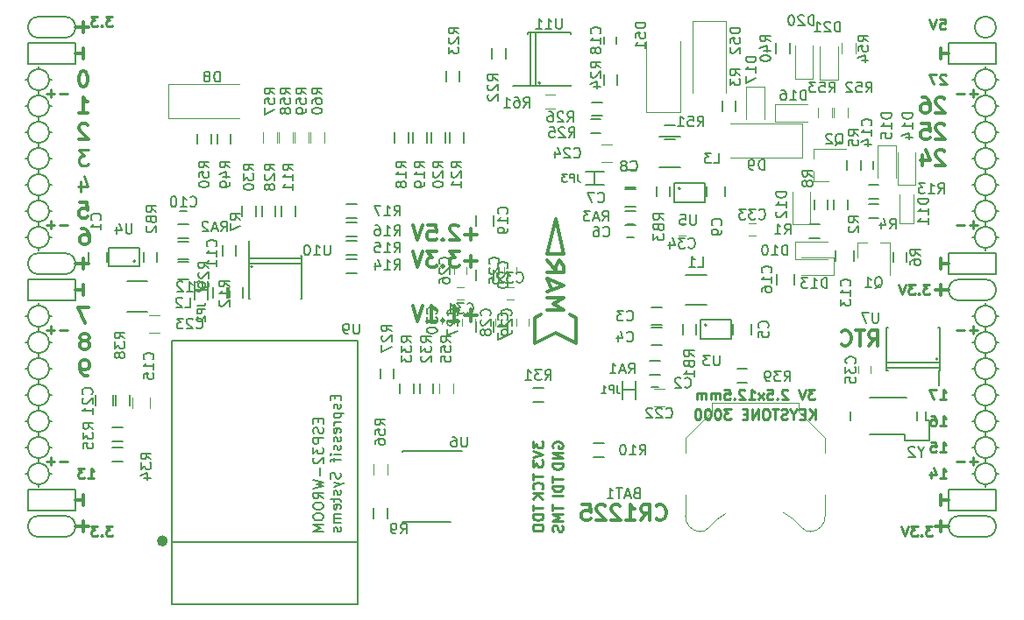
<source format=gbo>
G04 #@! TF.FileFunction,Legend,Bot*
%FSLAX46Y46*%
G04 Gerber Fmt 4.6, Leading zero omitted, Abs format (unit mm)*
G04 Created by KiCad (PCBNEW 4.0.7+dfsg1-1) date Mon Jan 22 21:13:58 2018*
%MOMM*%
%LPD*%
G01*
G04 APERTURE LIST*
%ADD10C,0.100000*%
%ADD11C,0.250000*%
%ADD12C,0.300000*%
%ADD13C,0.200000*%
%ADD14C,0.150000*%
%ADD15C,0.120000*%
%ADD16C,0.500000*%
%ADD17C,0.152400*%
G04 APERTURE END LIST*
D10*
D11*
X170323095Y-97702381D02*
X169704047Y-97702381D01*
X170037381Y-98083333D01*
X169894523Y-98083333D01*
X169799285Y-98130952D01*
X169751666Y-98178571D01*
X169704047Y-98273810D01*
X169704047Y-98511905D01*
X169751666Y-98607143D01*
X169799285Y-98654762D01*
X169894523Y-98702381D01*
X170180238Y-98702381D01*
X170275476Y-98654762D01*
X170323095Y-98607143D01*
X169418333Y-97702381D02*
X169085000Y-98702381D01*
X168751666Y-97702381D01*
X167704047Y-97797619D02*
X167656428Y-97750000D01*
X167561190Y-97702381D01*
X167323094Y-97702381D01*
X167227856Y-97750000D01*
X167180237Y-97797619D01*
X167132618Y-97892857D01*
X167132618Y-97988095D01*
X167180237Y-98130952D01*
X167751666Y-98702381D01*
X167132618Y-98702381D01*
X166704047Y-98607143D02*
X166656428Y-98654762D01*
X166704047Y-98702381D01*
X166751666Y-98654762D01*
X166704047Y-98607143D01*
X166704047Y-98702381D01*
X165751666Y-97702381D02*
X166227857Y-97702381D01*
X166275476Y-98178571D01*
X166227857Y-98130952D01*
X166132619Y-98083333D01*
X165894523Y-98083333D01*
X165799285Y-98130952D01*
X165751666Y-98178571D01*
X165704047Y-98273810D01*
X165704047Y-98511905D01*
X165751666Y-98607143D01*
X165799285Y-98654762D01*
X165894523Y-98702381D01*
X166132619Y-98702381D01*
X166227857Y-98654762D01*
X166275476Y-98607143D01*
X165370714Y-98702381D02*
X164846904Y-98035714D01*
X165370714Y-98035714D02*
X164846904Y-98702381D01*
X163942142Y-98702381D02*
X164513571Y-98702381D01*
X164227857Y-98702381D02*
X164227857Y-97702381D01*
X164323095Y-97845238D01*
X164418333Y-97940476D01*
X164513571Y-97988095D01*
X163561190Y-97797619D02*
X163513571Y-97750000D01*
X163418333Y-97702381D01*
X163180237Y-97702381D01*
X163084999Y-97750000D01*
X163037380Y-97797619D01*
X162989761Y-97892857D01*
X162989761Y-97988095D01*
X163037380Y-98130952D01*
X163608809Y-98702381D01*
X162989761Y-98702381D01*
X162561190Y-98607143D02*
X162513571Y-98654762D01*
X162561190Y-98702381D01*
X162608809Y-98654762D01*
X162561190Y-98607143D01*
X162561190Y-98702381D01*
X161608809Y-97702381D02*
X162085000Y-97702381D01*
X162132619Y-98178571D01*
X162085000Y-98130952D01*
X161989762Y-98083333D01*
X161751666Y-98083333D01*
X161656428Y-98130952D01*
X161608809Y-98178571D01*
X161561190Y-98273810D01*
X161561190Y-98511905D01*
X161608809Y-98607143D01*
X161656428Y-98654762D01*
X161751666Y-98702381D01*
X161989762Y-98702381D01*
X162085000Y-98654762D01*
X162132619Y-98607143D01*
X161132619Y-98702381D02*
X161132619Y-98035714D01*
X161132619Y-98130952D02*
X161085000Y-98083333D01*
X160989762Y-98035714D01*
X160846904Y-98035714D01*
X160751666Y-98083333D01*
X160704047Y-98178571D01*
X160704047Y-98702381D01*
X160704047Y-98178571D02*
X160656428Y-98083333D01*
X160561190Y-98035714D01*
X160418333Y-98035714D01*
X160323095Y-98083333D01*
X160275476Y-98178571D01*
X160275476Y-98702381D01*
X159799286Y-98702381D02*
X159799286Y-98035714D01*
X159799286Y-98130952D02*
X159751667Y-98083333D01*
X159656429Y-98035714D01*
X159513571Y-98035714D01*
X159418333Y-98083333D01*
X159370714Y-98178571D01*
X159370714Y-98702381D01*
X159370714Y-98178571D02*
X159323095Y-98083333D01*
X159227857Y-98035714D01*
X159085000Y-98035714D01*
X158989762Y-98083333D01*
X158942143Y-98178571D01*
X158942143Y-98702381D01*
D12*
X182492000Y-87582000D02*
X182492000Y-88598000D01*
X183254000Y-88090000D02*
X181984000Y-88090000D01*
X182492000Y-110442000D02*
X182492000Y-111458000D01*
X183254000Y-110950000D02*
X181984000Y-110950000D01*
X99688000Y-62182000D02*
X99688000Y-63198000D01*
X98926000Y-62690000D02*
X100196000Y-62690000D01*
X99688000Y-110442000D02*
X99688000Y-111458000D01*
X98926000Y-110950000D02*
X100196000Y-110950000D01*
X99688000Y-85042000D02*
X99688000Y-86058000D01*
X98926000Y-85550000D02*
X100196000Y-85550000D01*
D13*
X187826000Y-62690000D02*
G75*
G03X187826000Y-62690000I-1016000J0D01*
G01*
X184270000Y-87074000D02*
X186810000Y-87074000D01*
X184270000Y-89106000D02*
X186810000Y-89106000D01*
X184270000Y-87074000D02*
G75*
G03X184270000Y-89106000I0J-1016000D01*
G01*
X186810000Y-89106000D02*
G75*
G03X186810000Y-87074000I0J1016000D01*
G01*
X184270000Y-111966000D02*
X186810000Y-111966000D01*
X184270000Y-109934000D02*
X186810000Y-109934000D01*
X184270000Y-109934000D02*
G75*
G03X184270000Y-111966000I0J-1016000D01*
G01*
X186810000Y-111966000D02*
G75*
G03X186810000Y-109934000I0J1016000D01*
G01*
X97910000Y-63706000D02*
G75*
G03X97910000Y-61674000I0J1016000D01*
G01*
X95370000Y-61674000D02*
X97910000Y-61674000D01*
X95370000Y-63706000D02*
X97910000Y-63706000D01*
X95370000Y-61674000D02*
G75*
G03X95370000Y-63706000I0J-1016000D01*
G01*
X95370000Y-86566000D02*
X97910000Y-86566000D01*
X95370000Y-84534000D02*
X97910000Y-84534000D01*
X95370000Y-84534000D02*
G75*
G03X95370000Y-86566000I0J-1016000D01*
G01*
X97910000Y-86566000D02*
G75*
G03X97910000Y-84534000I0J1016000D01*
G01*
X95370000Y-111966000D02*
X97910000Y-111966000D01*
X95370000Y-109934000D02*
X97910000Y-109934000D01*
X95370000Y-109934000D02*
G75*
G03X95370000Y-111966000I0J-1016000D01*
G01*
X97910000Y-111966000D02*
G75*
G03X97910000Y-109934000I0J1016000D01*
G01*
X98926000Y-107394000D02*
X94354000Y-107394000D01*
X98926000Y-109426000D02*
X98926000Y-107394000D01*
X94354000Y-109426000D02*
X98926000Y-109426000D01*
X94354000Y-107394000D02*
X94354000Y-109426000D01*
X187826000Y-107394000D02*
X183254000Y-107394000D01*
X187826000Y-109426000D02*
X187826000Y-107394000D01*
X183254000Y-109426000D02*
X187826000Y-109426000D01*
X183254000Y-107394000D02*
X183254000Y-109426000D01*
X187826000Y-84534000D02*
X183254000Y-84534000D01*
X187826000Y-86566000D02*
X187826000Y-84534000D01*
X183254000Y-86566000D02*
X187826000Y-86566000D01*
X183254000Y-84534000D02*
X183254000Y-86566000D01*
X187826000Y-64214000D02*
X183254000Y-64214000D01*
X187826000Y-66246000D02*
X187826000Y-64214000D01*
X183254000Y-66246000D02*
X187826000Y-66246000D01*
X183254000Y-64214000D02*
X183254000Y-66246000D01*
X98926000Y-64214000D02*
X94354000Y-64214000D01*
X98926000Y-66246000D02*
X98926000Y-64214000D01*
X94354000Y-66246000D02*
X98926000Y-66246000D01*
X94354000Y-64214000D02*
X94354000Y-66246000D01*
X98926000Y-87074000D02*
X94354000Y-87074000D01*
X98926000Y-89106000D02*
X98926000Y-87074000D01*
X94354000Y-89106000D02*
X98926000Y-89106000D01*
X94354000Y-87074000D02*
X94354000Y-89106000D01*
D12*
X182872857Y-74711429D02*
X182801428Y-74640000D01*
X182658571Y-74568571D01*
X182301428Y-74568571D01*
X182158571Y-74640000D01*
X182087142Y-74711429D01*
X182015714Y-74854286D01*
X182015714Y-74997143D01*
X182087142Y-75211429D01*
X182944285Y-76068571D01*
X182015714Y-76068571D01*
X180730000Y-75068571D02*
X180730000Y-76068571D01*
X181087143Y-74497143D02*
X181444286Y-75568571D01*
X180515714Y-75568571D01*
X182872857Y-72171429D02*
X182801428Y-72100000D01*
X182658571Y-72028571D01*
X182301428Y-72028571D01*
X182158571Y-72100000D01*
X182087142Y-72171429D01*
X182015714Y-72314286D01*
X182015714Y-72457143D01*
X182087142Y-72671429D01*
X182944285Y-73528571D01*
X182015714Y-73528571D01*
X180658571Y-72028571D02*
X181372857Y-72028571D01*
X181444286Y-72742857D01*
X181372857Y-72671429D01*
X181230000Y-72600000D01*
X180872857Y-72600000D01*
X180730000Y-72671429D01*
X180658571Y-72742857D01*
X180587143Y-72885714D01*
X180587143Y-73242857D01*
X180658571Y-73385714D01*
X180730000Y-73457143D01*
X180872857Y-73528571D01*
X181230000Y-73528571D01*
X181372857Y-73457143D01*
X181444286Y-73385714D01*
D11*
X186032000Y-91971429D02*
X185270095Y-91971429D01*
X185651047Y-92352381D02*
X185651047Y-91590476D01*
X184793905Y-91971429D02*
X184032000Y-91971429D01*
X186032000Y-69111429D02*
X185270095Y-69111429D01*
X185651047Y-69492381D02*
X185651047Y-68730476D01*
X184793905Y-69111429D02*
X184032000Y-69111429D01*
X186032000Y-81811429D02*
X185270095Y-81811429D01*
X185651047Y-82192381D02*
X185651047Y-81430476D01*
X184793905Y-81811429D02*
X184032000Y-81811429D01*
X186032000Y-104671429D02*
X185270095Y-104671429D01*
X185651047Y-105052381D02*
X185651047Y-104290476D01*
X184793905Y-104671429D02*
X184032000Y-104671429D01*
X98148000Y-104671429D02*
X97386095Y-104671429D01*
X96909905Y-104671429D02*
X96148000Y-104671429D01*
X96528952Y-105052381D02*
X96528952Y-104290476D01*
X98148000Y-91971429D02*
X97386095Y-91971429D01*
X96909905Y-91971429D02*
X96148000Y-91971429D01*
X96528952Y-92352381D02*
X96528952Y-91590476D01*
X98148000Y-81811429D02*
X97386095Y-81811429D01*
X96909905Y-81811429D02*
X96148000Y-81811429D01*
X96528952Y-82192381D02*
X96528952Y-81430476D01*
X98148000Y-69111429D02*
X97386095Y-69111429D01*
X96909905Y-69111429D02*
X96148000Y-69111429D01*
X96528952Y-69492381D02*
X96528952Y-68730476D01*
D12*
X182492000Y-107902000D02*
X182492000Y-108918000D01*
X183254000Y-108410000D02*
X182492000Y-108410000D01*
D13*
X95370000Y-96726000D02*
X95370000Y-97234000D01*
X96386000Y-95710000D02*
X96640000Y-95710000D01*
X94354000Y-95710000D02*
X94100000Y-95710000D01*
X187826000Y-98250000D02*
X188080000Y-98250000D01*
X187826000Y-83010000D02*
X188080000Y-83010000D01*
X95370000Y-107140000D02*
X95370000Y-106886000D01*
X96386000Y-105870000D02*
X96640000Y-105870000D01*
X94354000Y-105870000D02*
X94100000Y-105870000D01*
X94354000Y-103330000D02*
X94100000Y-103330000D01*
X95370000Y-104346000D02*
X95370000Y-104854000D01*
X96386000Y-103330000D02*
X96640000Y-103330000D01*
X94354000Y-100790000D02*
X94100000Y-100790000D01*
X95370000Y-102314000D02*
X95370000Y-101806000D01*
X96386000Y-100790000D02*
X96640000Y-100790000D01*
X95370000Y-99266000D02*
X95370000Y-99774000D01*
X94354000Y-98250000D02*
X94100000Y-98250000D01*
X96386000Y-98250000D02*
X96640000Y-98250000D01*
X95370000Y-94186000D02*
X95370000Y-94694000D01*
X96386000Y-93170000D02*
X96640000Y-93170000D01*
X94354000Y-93170000D02*
X94100000Y-93170000D01*
X94354000Y-90630000D02*
X94100000Y-90630000D01*
X95370000Y-91646000D02*
X95370000Y-92154000D01*
X96640000Y-90630000D02*
X96386000Y-90630000D01*
X95370000Y-89360000D02*
X95370000Y-89614000D01*
X94354000Y-83010000D02*
X94100000Y-83010000D01*
X95370000Y-84280000D02*
X95370000Y-84026000D01*
X96386000Y-83010000D02*
X96640000Y-83010000D01*
X95370000Y-81486000D02*
X95370000Y-81994000D01*
X94354000Y-80470000D02*
X94100000Y-80470000D01*
X96640000Y-80470000D02*
X96386000Y-80470000D01*
X95370000Y-78946000D02*
X95370000Y-79454000D01*
X96386000Y-77930000D02*
X96640000Y-77930000D01*
X94354000Y-77930000D02*
X94100000Y-77930000D01*
X95370000Y-76406000D02*
X95370000Y-76914000D01*
X94354000Y-75390000D02*
X94100000Y-75390000D01*
X96386000Y-75390000D02*
X96640000Y-75390000D01*
X95370000Y-73866000D02*
X95370000Y-74374000D01*
X96386000Y-72850000D02*
X96640000Y-72850000D01*
X94100000Y-72850000D02*
X94354000Y-72850000D01*
X94354000Y-70310000D02*
X94100000Y-70310000D01*
X96640000Y-70310000D02*
X96386000Y-70310000D01*
X95370000Y-71326000D02*
X95370000Y-71834000D01*
X95370000Y-68786000D02*
X95370000Y-69294000D01*
X96386000Y-67770000D02*
X96640000Y-67770000D01*
X94354000Y-67770000D02*
X94100000Y-67770000D01*
X95370000Y-66500000D02*
X95370000Y-66754000D01*
X187826000Y-105870000D02*
X188080000Y-105870000D01*
X186810000Y-107140000D02*
X186810000Y-106886000D01*
X185540000Y-105870000D02*
X185794000Y-105870000D01*
X186810000Y-104346000D02*
X186810000Y-104854000D01*
X187826000Y-103330000D02*
X188080000Y-103330000D01*
X185540000Y-103330000D02*
X185794000Y-103330000D01*
X186810000Y-101806000D02*
X186810000Y-102314000D01*
X187826000Y-100790000D02*
X188080000Y-100790000D01*
X185540000Y-100790000D02*
X185794000Y-100790000D01*
X186810000Y-99266000D02*
X186810000Y-99774000D01*
X185540000Y-98250000D02*
X185794000Y-98250000D01*
X186810000Y-97234000D02*
X186810000Y-96726000D01*
X187826000Y-95710000D02*
X188080000Y-95710000D01*
X185540000Y-95710000D02*
X185794000Y-95710000D01*
X186810000Y-94694000D02*
X186810000Y-94186000D01*
X187826000Y-93170000D02*
X188080000Y-93170000D01*
X185540000Y-93170000D02*
X185794000Y-93170000D01*
X186810000Y-92154000D02*
X186810000Y-91646000D01*
X187826000Y-90630000D02*
X188080000Y-90630000D01*
X185540000Y-90630000D02*
X185794000Y-90630000D01*
X186810000Y-89360000D02*
X186810000Y-89614000D01*
X186810000Y-84280000D02*
X186810000Y-84026000D01*
X185540000Y-83010000D02*
X185794000Y-83010000D01*
X186810000Y-81994000D02*
X186810000Y-81486000D01*
X185794000Y-80470000D02*
X185540000Y-80470000D01*
X187826000Y-80470000D02*
X188080000Y-80470000D01*
X186810000Y-78946000D02*
X186810000Y-79454000D01*
X185794000Y-77930000D02*
X185540000Y-77930000D01*
X187826000Y-77930000D02*
X188080000Y-77930000D01*
X186810000Y-76406000D02*
X186810000Y-76914000D01*
X186810000Y-73866000D02*
X186810000Y-74374000D01*
X185794000Y-75390000D02*
X185540000Y-75390000D01*
X187826000Y-75390000D02*
X188080000Y-75390000D01*
X187826000Y-72850000D02*
X188080000Y-72850000D01*
X185540000Y-72850000D02*
X185794000Y-72850000D01*
X186810000Y-71834000D02*
X186810000Y-71326000D01*
X187826000Y-70310000D02*
X188080000Y-70310000D01*
X185540000Y-70310000D02*
X185794000Y-70310000D01*
X187826000Y-67770000D02*
X188080000Y-67770000D01*
X186810000Y-68786000D02*
X186810000Y-69294000D01*
X185540000Y-67770000D02*
X185794000Y-67770000D01*
X186810000Y-66500000D02*
X186810000Y-66754000D01*
X187826000Y-67770000D02*
G75*
G03X187826000Y-67770000I-1016000J0D01*
G01*
X187826000Y-70310000D02*
G75*
G03X187826000Y-70310000I-1016000J0D01*
G01*
X187826000Y-72850000D02*
G75*
G03X187826000Y-72850000I-1016000J0D01*
G01*
X187826000Y-75390000D02*
G75*
G03X187826000Y-75390000I-1016000J0D01*
G01*
X187826000Y-77930000D02*
G75*
G03X187826000Y-77930000I-1016000J0D01*
G01*
X187826000Y-80470000D02*
G75*
G03X187826000Y-80470000I-1016000J0D01*
G01*
X187826000Y-83010000D02*
G75*
G03X187826000Y-83010000I-1016000J0D01*
G01*
X187826000Y-90630000D02*
G75*
G03X187826000Y-90630000I-1016000J0D01*
G01*
X187826000Y-93170000D02*
G75*
G03X187826000Y-93170000I-1016000J0D01*
G01*
X187826000Y-95710000D02*
G75*
G03X187826000Y-95710000I-1016000J0D01*
G01*
X187826000Y-98250000D02*
G75*
G03X187826000Y-98250000I-1016000J0D01*
G01*
X187826000Y-100790000D02*
G75*
G03X187826000Y-100790000I-1016000J0D01*
G01*
X187826000Y-103330000D02*
G75*
G03X187826000Y-103330000I-1016000J0D01*
G01*
X187826000Y-105870000D02*
G75*
G03X187826000Y-105870000I-1016000J0D01*
G01*
X96386000Y-105870000D02*
G75*
G03X96386000Y-105870000I-1016000J0D01*
G01*
X96386000Y-103330000D02*
G75*
G03X96386000Y-103330000I-1016000J0D01*
G01*
X96386000Y-100790000D02*
G75*
G03X96386000Y-100790000I-1016000J0D01*
G01*
X96386000Y-98250000D02*
G75*
G03X96386000Y-98250000I-1016000J0D01*
G01*
X96386000Y-95710000D02*
G75*
G03X96386000Y-95710000I-1016000J0D01*
G01*
X96386000Y-93170000D02*
G75*
G03X96386000Y-93170000I-1016000J0D01*
G01*
X96386000Y-90630000D02*
G75*
G03X96386000Y-90630000I-1016000J0D01*
G01*
X96386000Y-83010000D02*
G75*
G03X96386000Y-83010000I-1016000J0D01*
G01*
X96386000Y-80470000D02*
G75*
G03X96386000Y-80470000I-1016000J0D01*
G01*
X96386000Y-77930000D02*
G75*
G03X96386000Y-77930000I-1016000J0D01*
G01*
X96386000Y-75390000D02*
G75*
G03X96386000Y-75390000I-1016000J0D01*
G01*
X96386000Y-72850000D02*
G75*
G03X96386000Y-72850000I-1016000J0D01*
G01*
X96386000Y-70310000D02*
G75*
G03X96386000Y-70310000I-1016000J0D01*
G01*
X96386000Y-67770000D02*
G75*
G03X96386000Y-67770000I-1016000J0D01*
G01*
D11*
X182428476Y-61888381D02*
X182904667Y-61888381D01*
X182952286Y-62364571D01*
X182904667Y-62316952D01*
X182809429Y-62269333D01*
X182571333Y-62269333D01*
X182476095Y-62316952D01*
X182428476Y-62364571D01*
X182380857Y-62459810D01*
X182380857Y-62697905D01*
X182428476Y-62793143D01*
X182476095Y-62840762D01*
X182571333Y-62888381D01*
X182809429Y-62888381D01*
X182904667Y-62840762D01*
X182952286Y-62793143D01*
X182095143Y-61888381D02*
X181761810Y-62888381D01*
X181428476Y-61888381D01*
D12*
X182492000Y-64722000D02*
X182492000Y-65738000D01*
X183254000Y-65230000D02*
X182492000Y-65230000D01*
D11*
X182999905Y-67317619D02*
X182952286Y-67270000D01*
X182857048Y-67222381D01*
X182618952Y-67222381D01*
X182523714Y-67270000D01*
X182476095Y-67317619D01*
X182428476Y-67412857D01*
X182428476Y-67508095D01*
X182476095Y-67650952D01*
X183047524Y-68222381D01*
X182428476Y-68222381D01*
X182095143Y-67222381D02*
X181428476Y-67222381D01*
X181857048Y-68222381D01*
D12*
X182872857Y-69631429D02*
X182801428Y-69560000D01*
X182658571Y-69488571D01*
X182301428Y-69488571D01*
X182158571Y-69560000D01*
X182087142Y-69631429D01*
X182015714Y-69774286D01*
X182015714Y-69917143D01*
X182087142Y-70131429D01*
X182944285Y-70988571D01*
X182015714Y-70988571D01*
X180730000Y-69488571D02*
X181015714Y-69488571D01*
X181158571Y-69560000D01*
X181230000Y-69631429D01*
X181372857Y-69845714D01*
X181444286Y-70131429D01*
X181444286Y-70702857D01*
X181372857Y-70845714D01*
X181301429Y-70917143D01*
X181158571Y-70988571D01*
X180872857Y-70988571D01*
X180730000Y-70917143D01*
X180658571Y-70845714D01*
X180587143Y-70702857D01*
X180587143Y-70345714D01*
X180658571Y-70202857D01*
X180730000Y-70131429D01*
X180872857Y-70060000D01*
X181158571Y-70060000D01*
X181301429Y-70131429D01*
X181372857Y-70202857D01*
X181444286Y-70345714D01*
X182492000Y-85042000D02*
X182492000Y-86058000D01*
X183254000Y-85550000D02*
X182492000Y-85550000D01*
D11*
X181428190Y-87542381D02*
X180809142Y-87542381D01*
X181142476Y-87923333D01*
X180999618Y-87923333D01*
X180904380Y-87970952D01*
X180856761Y-88018571D01*
X180809142Y-88113810D01*
X180809142Y-88351905D01*
X180856761Y-88447143D01*
X180904380Y-88494762D01*
X180999618Y-88542381D01*
X181285333Y-88542381D01*
X181380571Y-88494762D01*
X181428190Y-88447143D01*
X180380571Y-88447143D02*
X180332952Y-88494762D01*
X180380571Y-88542381D01*
X180428190Y-88494762D01*
X180380571Y-88447143D01*
X180380571Y-88542381D01*
X179999619Y-87542381D02*
X179380571Y-87542381D01*
X179713905Y-87923333D01*
X179571047Y-87923333D01*
X179475809Y-87970952D01*
X179428190Y-88018571D01*
X179380571Y-88113810D01*
X179380571Y-88351905D01*
X179428190Y-88447143D01*
X179475809Y-88494762D01*
X179571047Y-88542381D01*
X179856762Y-88542381D01*
X179952000Y-88494762D01*
X179999619Y-88447143D01*
X179094857Y-87542381D02*
X178761524Y-88542381D01*
X178428190Y-87542381D01*
X182428476Y-98702381D02*
X182999905Y-98702381D01*
X182714191Y-98702381D02*
X182714191Y-97702381D01*
X182809429Y-97845238D01*
X182904667Y-97940476D01*
X182999905Y-97988095D01*
X182095143Y-97702381D02*
X181428476Y-97702381D01*
X181857048Y-98702381D01*
X182428476Y-101242381D02*
X182999905Y-101242381D01*
X182714191Y-101242381D02*
X182714191Y-100242381D01*
X182809429Y-100385238D01*
X182904667Y-100480476D01*
X182999905Y-100528095D01*
X181571333Y-100242381D02*
X181761810Y-100242381D01*
X181857048Y-100290000D01*
X181904667Y-100337619D01*
X181999905Y-100480476D01*
X182047524Y-100670952D01*
X182047524Y-101051905D01*
X181999905Y-101147143D01*
X181952286Y-101194762D01*
X181857048Y-101242381D01*
X181666571Y-101242381D01*
X181571333Y-101194762D01*
X181523714Y-101147143D01*
X181476095Y-101051905D01*
X181476095Y-100813810D01*
X181523714Y-100718571D01*
X181571333Y-100670952D01*
X181666571Y-100623333D01*
X181857048Y-100623333D01*
X181952286Y-100670952D01*
X181999905Y-100718571D01*
X182047524Y-100813810D01*
X182428476Y-103782381D02*
X182999905Y-103782381D01*
X182714191Y-103782381D02*
X182714191Y-102782381D01*
X182809429Y-102925238D01*
X182904667Y-103020476D01*
X182999905Y-103068095D01*
X181523714Y-102782381D02*
X181999905Y-102782381D01*
X182047524Y-103258571D01*
X181999905Y-103210952D01*
X181904667Y-103163333D01*
X181666571Y-103163333D01*
X181571333Y-103210952D01*
X181523714Y-103258571D01*
X181476095Y-103353810D01*
X181476095Y-103591905D01*
X181523714Y-103687143D01*
X181571333Y-103734762D01*
X181666571Y-103782381D01*
X181904667Y-103782381D01*
X181999905Y-103734762D01*
X182047524Y-103687143D01*
X182428476Y-106322381D02*
X182999905Y-106322381D01*
X182714191Y-106322381D02*
X182714191Y-105322381D01*
X182809429Y-105465238D01*
X182904667Y-105560476D01*
X182999905Y-105608095D01*
X181571333Y-105655714D02*
X181571333Y-106322381D01*
X181809429Y-105274762D02*
X182047524Y-105989048D01*
X181428476Y-105989048D01*
X181682190Y-110910381D02*
X181063142Y-110910381D01*
X181396476Y-111291333D01*
X181253618Y-111291333D01*
X181158380Y-111338952D01*
X181110761Y-111386571D01*
X181063142Y-111481810D01*
X181063142Y-111719905D01*
X181110761Y-111815143D01*
X181158380Y-111862762D01*
X181253618Y-111910381D01*
X181539333Y-111910381D01*
X181634571Y-111862762D01*
X181682190Y-111815143D01*
X180634571Y-111815143D02*
X180586952Y-111862762D01*
X180634571Y-111910381D01*
X180682190Y-111862762D01*
X180634571Y-111815143D01*
X180634571Y-111910381D01*
X180253619Y-110910381D02*
X179634571Y-110910381D01*
X179967905Y-111291333D01*
X179825047Y-111291333D01*
X179729809Y-111338952D01*
X179682190Y-111386571D01*
X179634571Y-111481810D01*
X179634571Y-111719905D01*
X179682190Y-111815143D01*
X179729809Y-111862762D01*
X179825047Y-111910381D01*
X180110762Y-111910381D01*
X180206000Y-111862762D01*
X180253619Y-111815143D01*
X179348857Y-110910381D02*
X179015524Y-111910381D01*
X178682190Y-110910381D01*
D12*
X99688000Y-108918000D02*
X99688000Y-107902000D01*
X98926000Y-108410000D02*
X99688000Y-108410000D01*
X99688000Y-88598000D02*
X99688000Y-87582000D01*
X98926000Y-88090000D02*
X99688000Y-88090000D01*
X99688000Y-64722000D02*
X99688000Y-65738000D01*
X98926000Y-65230000D02*
X99688000Y-65230000D01*
D11*
X102513619Y-110910381D02*
X101894571Y-110910381D01*
X102227905Y-111291333D01*
X102085047Y-111291333D01*
X101989809Y-111338952D01*
X101942190Y-111386571D01*
X101894571Y-111481810D01*
X101894571Y-111719905D01*
X101942190Y-111815143D01*
X101989809Y-111862762D01*
X102085047Y-111910381D01*
X102370762Y-111910381D01*
X102466000Y-111862762D01*
X102513619Y-111815143D01*
X101466000Y-111815143D02*
X101418381Y-111862762D01*
X101466000Y-111910381D01*
X101513619Y-111862762D01*
X101466000Y-111815143D01*
X101466000Y-111910381D01*
X101085048Y-110910381D02*
X100466000Y-110910381D01*
X100799334Y-111291333D01*
X100656476Y-111291333D01*
X100561238Y-111338952D01*
X100513619Y-111386571D01*
X100466000Y-111481810D01*
X100466000Y-111719905D01*
X100513619Y-111815143D01*
X100561238Y-111862762D01*
X100656476Y-111910381D01*
X100942191Y-111910381D01*
X101037429Y-111862762D01*
X101085048Y-111815143D01*
X100132476Y-106322381D02*
X100703905Y-106322381D01*
X100418191Y-106322381D02*
X100418191Y-105322381D01*
X100513429Y-105465238D01*
X100608667Y-105560476D01*
X100703905Y-105608095D01*
X99799143Y-105322381D02*
X99180095Y-105322381D01*
X99513429Y-105703333D01*
X99370571Y-105703333D01*
X99275333Y-105750952D01*
X99227714Y-105798571D01*
X99180095Y-105893810D01*
X99180095Y-106131905D01*
X99227714Y-106227143D01*
X99275333Y-106274762D01*
X99370571Y-106322381D01*
X99656286Y-106322381D01*
X99751524Y-106274762D01*
X99799143Y-106227143D01*
D12*
X100100714Y-96388571D02*
X99814999Y-96388571D01*
X99672142Y-96317143D01*
X99600714Y-96245714D01*
X99457856Y-96031429D01*
X99386428Y-95745714D01*
X99386428Y-95174286D01*
X99457856Y-95031429D01*
X99529285Y-94960000D01*
X99672142Y-94888571D01*
X99957856Y-94888571D01*
X100100714Y-94960000D01*
X100172142Y-95031429D01*
X100243571Y-95174286D01*
X100243571Y-95531429D01*
X100172142Y-95674286D01*
X100100714Y-95745714D01*
X99957856Y-95817143D01*
X99672142Y-95817143D01*
X99529285Y-95745714D01*
X99457856Y-95674286D01*
X99386428Y-95531429D01*
X99957856Y-92991429D02*
X100100714Y-92920000D01*
X100172142Y-92848571D01*
X100243571Y-92705714D01*
X100243571Y-92634286D01*
X100172142Y-92491429D01*
X100100714Y-92420000D01*
X99957856Y-92348571D01*
X99672142Y-92348571D01*
X99529285Y-92420000D01*
X99457856Y-92491429D01*
X99386428Y-92634286D01*
X99386428Y-92705714D01*
X99457856Y-92848571D01*
X99529285Y-92920000D01*
X99672142Y-92991429D01*
X99957856Y-92991429D01*
X100100714Y-93062857D01*
X100172142Y-93134286D01*
X100243571Y-93277143D01*
X100243571Y-93562857D01*
X100172142Y-93705714D01*
X100100714Y-93777143D01*
X99957856Y-93848571D01*
X99672142Y-93848571D01*
X99529285Y-93777143D01*
X99457856Y-93705714D01*
X99386428Y-93562857D01*
X99386428Y-93277143D01*
X99457856Y-93134286D01*
X99529285Y-93062857D01*
X99672142Y-92991429D01*
X100187999Y-89808571D02*
X99187999Y-89808571D01*
X99830856Y-91308571D01*
X99529285Y-82188571D02*
X99814999Y-82188571D01*
X99957856Y-82260000D01*
X100029285Y-82331429D01*
X100172142Y-82545714D01*
X100243571Y-82831429D01*
X100243571Y-83402857D01*
X100172142Y-83545714D01*
X100100714Y-83617143D01*
X99957856Y-83688571D01*
X99672142Y-83688571D01*
X99529285Y-83617143D01*
X99457856Y-83545714D01*
X99386428Y-83402857D01*
X99386428Y-83045714D01*
X99457856Y-82902857D01*
X99529285Y-82831429D01*
X99672142Y-82760000D01*
X99957856Y-82760000D01*
X100100714Y-82831429D01*
X100172142Y-82902857D01*
X100243571Y-83045714D01*
X99330856Y-79648571D02*
X100045142Y-79648571D01*
X100116571Y-80362857D01*
X100045142Y-80291429D01*
X99902285Y-80220000D01*
X99545142Y-80220000D01*
X99402285Y-80291429D01*
X99330856Y-80362857D01*
X99259428Y-80505714D01*
X99259428Y-80862857D01*
X99330856Y-81005714D01*
X99402285Y-81077143D01*
X99545142Y-81148571D01*
X99902285Y-81148571D01*
X100045142Y-81077143D01*
X100116571Y-81005714D01*
D11*
X99402285Y-77608571D02*
X99402285Y-78608571D01*
X99759428Y-77037143D02*
X100116571Y-78108571D01*
X99187999Y-78108571D01*
X100187999Y-74568571D02*
X99259428Y-74568571D01*
X99759428Y-75140000D01*
X99545142Y-75140000D01*
X99402285Y-75211429D01*
X99330856Y-75282857D01*
X99259428Y-75425714D01*
X99259428Y-75782857D01*
X99330856Y-75925714D01*
X99402285Y-75997143D01*
X99545142Y-76068571D01*
X99973714Y-76068571D01*
X100116571Y-75997143D01*
X100187999Y-75925714D01*
D12*
X100116571Y-72171429D02*
X100045142Y-72100000D01*
X99902285Y-72028571D01*
X99545142Y-72028571D01*
X99402285Y-72100000D01*
X99330856Y-72171429D01*
X99259428Y-72314286D01*
X99259428Y-72457143D01*
X99330856Y-72671429D01*
X100187999Y-73528571D01*
X99259428Y-73528571D01*
X99259428Y-70988571D02*
X100116571Y-70988571D01*
X99687999Y-70988571D02*
X99687999Y-69488571D01*
X99830856Y-69702857D01*
X99973714Y-69845714D01*
X100116571Y-69917143D01*
X99759428Y-66948571D02*
X99616571Y-66948571D01*
X99473714Y-67020000D01*
X99402285Y-67091429D01*
X99330856Y-67234286D01*
X99259428Y-67520000D01*
X99259428Y-67877143D01*
X99330856Y-68162857D01*
X99402285Y-68305714D01*
X99473714Y-68377143D01*
X99616571Y-68448571D01*
X99759428Y-68448571D01*
X99902285Y-68377143D01*
X99973714Y-68305714D01*
X100045142Y-68162857D01*
X100116571Y-67877143D01*
X100116571Y-67520000D01*
X100045142Y-67234286D01*
X99973714Y-67091429D01*
X99902285Y-67020000D01*
X99759428Y-66948571D01*
D11*
X102513619Y-61634381D02*
X101894571Y-61634381D01*
X102227905Y-62015333D01*
X102085047Y-62015333D01*
X101989809Y-62062952D01*
X101942190Y-62110571D01*
X101894571Y-62205810D01*
X101894571Y-62443905D01*
X101942190Y-62539143D01*
X101989809Y-62586762D01*
X102085047Y-62634381D01*
X102370762Y-62634381D01*
X102466000Y-62586762D01*
X102513619Y-62539143D01*
X101466000Y-62539143D02*
X101418381Y-62586762D01*
X101466000Y-62634381D01*
X101513619Y-62586762D01*
X101466000Y-62539143D01*
X101466000Y-62634381D01*
X101085048Y-61634381D02*
X100466000Y-61634381D01*
X100799334Y-62015333D01*
X100656476Y-62015333D01*
X100561238Y-62062952D01*
X100513619Y-62110571D01*
X100466000Y-62205810D01*
X100466000Y-62443905D01*
X100513619Y-62539143D01*
X100561238Y-62586762D01*
X100656476Y-62634381D01*
X100942191Y-62634381D01*
X101037429Y-62586762D01*
X101085048Y-62539143D01*
X170370715Y-100607381D02*
X170370715Y-99607381D01*
X169799286Y-100607381D02*
X170227858Y-100035952D01*
X169799286Y-99607381D02*
X170370715Y-100178810D01*
X169370715Y-100083571D02*
X169037381Y-100083571D01*
X168894524Y-100607381D02*
X169370715Y-100607381D01*
X169370715Y-99607381D01*
X168894524Y-99607381D01*
X168275477Y-100131190D02*
X168275477Y-100607381D01*
X168608810Y-99607381D02*
X168275477Y-100131190D01*
X167942143Y-99607381D01*
X167656429Y-100559762D02*
X167513572Y-100607381D01*
X167275476Y-100607381D01*
X167180238Y-100559762D01*
X167132619Y-100512143D01*
X167085000Y-100416905D01*
X167085000Y-100321667D01*
X167132619Y-100226429D01*
X167180238Y-100178810D01*
X167275476Y-100131190D01*
X167465953Y-100083571D01*
X167561191Y-100035952D01*
X167608810Y-99988333D01*
X167656429Y-99893095D01*
X167656429Y-99797857D01*
X167608810Y-99702619D01*
X167561191Y-99655000D01*
X167465953Y-99607381D01*
X167227857Y-99607381D01*
X167085000Y-99655000D01*
X166799286Y-99607381D02*
X166227857Y-99607381D01*
X166513572Y-100607381D02*
X166513572Y-99607381D01*
X165704048Y-99607381D02*
X165513571Y-99607381D01*
X165418333Y-99655000D01*
X165323095Y-99750238D01*
X165275476Y-99940714D01*
X165275476Y-100274048D01*
X165323095Y-100464524D01*
X165418333Y-100559762D01*
X165513571Y-100607381D01*
X165704048Y-100607381D01*
X165799286Y-100559762D01*
X165894524Y-100464524D01*
X165942143Y-100274048D01*
X165942143Y-99940714D01*
X165894524Y-99750238D01*
X165799286Y-99655000D01*
X165704048Y-99607381D01*
X164846905Y-100607381D02*
X164846905Y-99607381D01*
X164275476Y-100607381D01*
X164275476Y-99607381D01*
X163799286Y-100083571D02*
X163465952Y-100083571D01*
X163323095Y-100607381D02*
X163799286Y-100607381D01*
X163799286Y-99607381D01*
X163323095Y-99607381D01*
X162227857Y-99607381D02*
X161608809Y-99607381D01*
X161942143Y-99988333D01*
X161799285Y-99988333D01*
X161704047Y-100035952D01*
X161656428Y-100083571D01*
X161608809Y-100178810D01*
X161608809Y-100416905D01*
X161656428Y-100512143D01*
X161704047Y-100559762D01*
X161799285Y-100607381D01*
X162085000Y-100607381D01*
X162180238Y-100559762D01*
X162227857Y-100512143D01*
X160989762Y-99607381D02*
X160894523Y-99607381D01*
X160799285Y-99655000D01*
X160751666Y-99702619D01*
X160704047Y-99797857D01*
X160656428Y-99988333D01*
X160656428Y-100226429D01*
X160704047Y-100416905D01*
X160751666Y-100512143D01*
X160799285Y-100559762D01*
X160894523Y-100607381D01*
X160989762Y-100607381D01*
X161085000Y-100559762D01*
X161132619Y-100512143D01*
X161180238Y-100416905D01*
X161227857Y-100226429D01*
X161227857Y-99988333D01*
X161180238Y-99797857D01*
X161132619Y-99702619D01*
X161085000Y-99655000D01*
X160989762Y-99607381D01*
X160037381Y-99607381D02*
X159942142Y-99607381D01*
X159846904Y-99655000D01*
X159799285Y-99702619D01*
X159751666Y-99797857D01*
X159704047Y-99988333D01*
X159704047Y-100226429D01*
X159751666Y-100416905D01*
X159799285Y-100512143D01*
X159846904Y-100559762D01*
X159942142Y-100607381D01*
X160037381Y-100607381D01*
X160132619Y-100559762D01*
X160180238Y-100512143D01*
X160227857Y-100416905D01*
X160275476Y-100226429D01*
X160275476Y-99988333D01*
X160227857Y-99797857D01*
X160180238Y-99702619D01*
X160132619Y-99655000D01*
X160037381Y-99607381D01*
X159085000Y-99607381D02*
X158989761Y-99607381D01*
X158894523Y-99655000D01*
X158846904Y-99702619D01*
X158799285Y-99797857D01*
X158751666Y-99988333D01*
X158751666Y-100226429D01*
X158799285Y-100416905D01*
X158846904Y-100512143D01*
X158894523Y-100559762D01*
X158989761Y-100607381D01*
X159085000Y-100607381D01*
X159180238Y-100559762D01*
X159227857Y-100512143D01*
X159275476Y-100416905D01*
X159323095Y-100226429D01*
X159323095Y-99988333D01*
X159275476Y-99797857D01*
X159227857Y-99702619D01*
X159180238Y-99655000D01*
X159085000Y-99607381D01*
D12*
X155027856Y-110215714D02*
X155099285Y-110287143D01*
X155313571Y-110358571D01*
X155456428Y-110358571D01*
X155670713Y-110287143D01*
X155813571Y-110144286D01*
X155884999Y-110001429D01*
X155956428Y-109715714D01*
X155956428Y-109501429D01*
X155884999Y-109215714D01*
X155813571Y-109072857D01*
X155670713Y-108930000D01*
X155456428Y-108858571D01*
X155313571Y-108858571D01*
X155099285Y-108930000D01*
X155027856Y-109001429D01*
X153527856Y-110358571D02*
X154027856Y-109644286D01*
X154384999Y-110358571D02*
X154384999Y-108858571D01*
X153813571Y-108858571D01*
X153670713Y-108930000D01*
X153599285Y-109001429D01*
X153527856Y-109144286D01*
X153527856Y-109358571D01*
X153599285Y-109501429D01*
X153670713Y-109572857D01*
X153813571Y-109644286D01*
X154384999Y-109644286D01*
X152099285Y-110358571D02*
X152956428Y-110358571D01*
X152527856Y-110358571D02*
X152527856Y-108858571D01*
X152670713Y-109072857D01*
X152813571Y-109215714D01*
X152956428Y-109287143D01*
X151527857Y-109001429D02*
X151456428Y-108930000D01*
X151313571Y-108858571D01*
X150956428Y-108858571D01*
X150813571Y-108930000D01*
X150742142Y-109001429D01*
X150670714Y-109144286D01*
X150670714Y-109287143D01*
X150742142Y-109501429D01*
X151599285Y-110358571D01*
X150670714Y-110358571D01*
X150099286Y-109001429D02*
X150027857Y-108930000D01*
X149885000Y-108858571D01*
X149527857Y-108858571D01*
X149385000Y-108930000D01*
X149313571Y-109001429D01*
X149242143Y-109144286D01*
X149242143Y-109287143D01*
X149313571Y-109501429D01*
X150170714Y-110358571D01*
X149242143Y-110358571D01*
X147885000Y-108858571D02*
X148599286Y-108858571D01*
X148670715Y-109572857D01*
X148599286Y-109501429D01*
X148456429Y-109430000D01*
X148099286Y-109430000D01*
X147956429Y-109501429D01*
X147885000Y-109572857D01*
X147813572Y-109715714D01*
X147813572Y-110072857D01*
X147885000Y-110215714D01*
X147956429Y-110287143D01*
X148099286Y-110358571D01*
X148456429Y-110358571D01*
X148599286Y-110287143D01*
X148670715Y-110215714D01*
X137699999Y-82727143D02*
X136557142Y-82727143D01*
X137128571Y-83298571D02*
X137128571Y-82155714D01*
X135914285Y-81941429D02*
X135842856Y-81870000D01*
X135699999Y-81798571D01*
X135342856Y-81798571D01*
X135199999Y-81870000D01*
X135128570Y-81941429D01*
X135057142Y-82084286D01*
X135057142Y-82227143D01*
X135128570Y-82441429D01*
X135985713Y-83298571D01*
X135057142Y-83298571D01*
X134414285Y-83155714D02*
X134342857Y-83227143D01*
X134414285Y-83298571D01*
X134485714Y-83227143D01*
X134414285Y-83155714D01*
X134414285Y-83298571D01*
X132985713Y-81798571D02*
X133699999Y-81798571D01*
X133771428Y-82512857D01*
X133699999Y-82441429D01*
X133557142Y-82370000D01*
X133199999Y-82370000D01*
X133057142Y-82441429D01*
X132985713Y-82512857D01*
X132914285Y-82655714D01*
X132914285Y-83012857D01*
X132985713Y-83155714D01*
X133057142Y-83227143D01*
X133199999Y-83298571D01*
X133557142Y-83298571D01*
X133699999Y-83227143D01*
X133771428Y-83155714D01*
X132485714Y-81798571D02*
X131985714Y-83298571D01*
X131485714Y-81798571D01*
X137699999Y-85327143D02*
X136557142Y-85327143D01*
X137128571Y-85898571D02*
X137128571Y-84755714D01*
X135985713Y-84398571D02*
X135057142Y-84398571D01*
X135557142Y-84970000D01*
X135342856Y-84970000D01*
X135199999Y-85041429D01*
X135128570Y-85112857D01*
X135057142Y-85255714D01*
X135057142Y-85612857D01*
X135128570Y-85755714D01*
X135199999Y-85827143D01*
X135342856Y-85898571D01*
X135771428Y-85898571D01*
X135914285Y-85827143D01*
X135985713Y-85755714D01*
X134414285Y-85755714D02*
X134342857Y-85827143D01*
X134414285Y-85898571D01*
X134485714Y-85827143D01*
X134414285Y-85755714D01*
X134414285Y-85898571D01*
X133842856Y-84398571D02*
X132914285Y-84398571D01*
X133414285Y-84970000D01*
X133199999Y-84970000D01*
X133057142Y-85041429D01*
X132985713Y-85112857D01*
X132914285Y-85255714D01*
X132914285Y-85612857D01*
X132985713Y-85755714D01*
X133057142Y-85827143D01*
X133199999Y-85898571D01*
X133628571Y-85898571D01*
X133771428Y-85827143D01*
X133842856Y-85755714D01*
X132485714Y-84398571D02*
X131985714Y-85898571D01*
X131485714Y-84398571D01*
X137699999Y-90527143D02*
X136557142Y-90527143D01*
X137128571Y-91098571D02*
X137128571Y-89955714D01*
X135057142Y-91098571D02*
X135914285Y-91098571D01*
X135485713Y-91098571D02*
X135485713Y-89598571D01*
X135628570Y-89812857D01*
X135771428Y-89955714D01*
X135914285Y-90027143D01*
X134414285Y-90955714D02*
X134342857Y-91027143D01*
X134414285Y-91098571D01*
X134485714Y-91027143D01*
X134414285Y-90955714D01*
X134414285Y-91098571D01*
X132914285Y-91098571D02*
X133771428Y-91098571D01*
X133342856Y-91098571D02*
X133342856Y-89598571D01*
X133485713Y-89812857D01*
X133628571Y-89955714D01*
X133771428Y-90027143D01*
X132485714Y-89598571D02*
X131985714Y-91098571D01*
X131485714Y-89598571D01*
D11*
X143082381Y-105854286D02*
X143082381Y-106425715D01*
X144082381Y-106140000D02*
X143082381Y-106140000D01*
X143987143Y-107330477D02*
X144034762Y-107282858D01*
X144082381Y-107140001D01*
X144082381Y-107044763D01*
X144034762Y-106901905D01*
X143939524Y-106806667D01*
X143844286Y-106759048D01*
X143653810Y-106711429D01*
X143510952Y-106711429D01*
X143320476Y-106759048D01*
X143225238Y-106806667D01*
X143130000Y-106901905D01*
X143082381Y-107044763D01*
X143082381Y-107140001D01*
X143130000Y-107282858D01*
X143177619Y-107330477D01*
X144082381Y-107759048D02*
X143082381Y-107759048D01*
X144082381Y-108330477D02*
X143510952Y-107901905D01*
X143082381Y-108330477D02*
X143653810Y-107759048D01*
X143082381Y-102726905D02*
X143082381Y-103345953D01*
X143463333Y-103012619D01*
X143463333Y-103155477D01*
X143510952Y-103250715D01*
X143558571Y-103298334D01*
X143653810Y-103345953D01*
X143891905Y-103345953D01*
X143987143Y-103298334D01*
X144034762Y-103250715D01*
X144082381Y-103155477D01*
X144082381Y-102869762D01*
X144034762Y-102774524D01*
X143987143Y-102726905D01*
X143082381Y-103631667D02*
X144082381Y-103965000D01*
X143082381Y-104298334D01*
X143082381Y-104536429D02*
X143082381Y-105155477D01*
X143463333Y-104822143D01*
X143463333Y-104965001D01*
X143510952Y-105060239D01*
X143558571Y-105107858D01*
X143653810Y-105155477D01*
X143891905Y-105155477D01*
X143987143Y-105107858D01*
X144034762Y-105060239D01*
X144082381Y-104965001D01*
X144082381Y-104679286D01*
X144034762Y-104584048D01*
X143987143Y-104536429D01*
X143082381Y-108878476D02*
X143082381Y-109449905D01*
X144082381Y-109164190D02*
X143082381Y-109164190D01*
X144082381Y-109783238D02*
X143082381Y-109783238D01*
X143082381Y-110021333D01*
X143130000Y-110164191D01*
X143225238Y-110259429D01*
X143320476Y-110307048D01*
X143510952Y-110354667D01*
X143653810Y-110354667D01*
X143844286Y-110307048D01*
X143939524Y-110259429D01*
X144034762Y-110164191D01*
X144082381Y-110021333D01*
X144082381Y-109783238D01*
X143082381Y-110973714D02*
X143082381Y-111164191D01*
X143130000Y-111259429D01*
X143225238Y-111354667D01*
X143415714Y-111402286D01*
X143749048Y-111402286D01*
X143939524Y-111354667D01*
X144034762Y-111259429D01*
X144082381Y-111164191D01*
X144082381Y-110973714D01*
X144034762Y-110878476D01*
X143939524Y-110783238D01*
X143749048Y-110735619D01*
X143415714Y-110735619D01*
X143225238Y-110783238D01*
X143130000Y-110878476D01*
X143082381Y-110973714D01*
X145035000Y-103330096D02*
X144987381Y-103234858D01*
X144987381Y-103092001D01*
X145035000Y-102949143D01*
X145130238Y-102853905D01*
X145225476Y-102806286D01*
X145415952Y-102758667D01*
X145558810Y-102758667D01*
X145749286Y-102806286D01*
X145844524Y-102853905D01*
X145939762Y-102949143D01*
X145987381Y-103092001D01*
X145987381Y-103187239D01*
X145939762Y-103330096D01*
X145892143Y-103377715D01*
X145558810Y-103377715D01*
X145558810Y-103187239D01*
X145987381Y-103806286D02*
X144987381Y-103806286D01*
X145987381Y-104377715D01*
X144987381Y-104377715D01*
X145987381Y-104853905D02*
X144987381Y-104853905D01*
X144987381Y-105092000D01*
X145035000Y-105234858D01*
X145130238Y-105330096D01*
X145225476Y-105377715D01*
X145415952Y-105425334D01*
X145558810Y-105425334D01*
X145749286Y-105377715D01*
X145844524Y-105330096D01*
X145939762Y-105234858D01*
X145987381Y-105092000D01*
X145987381Y-104853905D01*
X144987381Y-106116191D02*
X144987381Y-106687620D01*
X145987381Y-106401905D02*
X144987381Y-106401905D01*
X145987381Y-107020953D02*
X144987381Y-107020953D01*
X144987381Y-107259048D01*
X145035000Y-107401906D01*
X145130238Y-107497144D01*
X145225476Y-107544763D01*
X145415952Y-107592382D01*
X145558810Y-107592382D01*
X145749286Y-107544763D01*
X145844524Y-107497144D01*
X145939762Y-107401906D01*
X145987381Y-107259048D01*
X145987381Y-107020953D01*
X145987381Y-108020953D02*
X144987381Y-108020953D01*
X144987381Y-108854667D02*
X144987381Y-109426096D01*
X145987381Y-109140381D02*
X144987381Y-109140381D01*
X145987381Y-109759429D02*
X144987381Y-109759429D01*
X145701667Y-110092763D01*
X144987381Y-110426096D01*
X145987381Y-110426096D01*
X145939762Y-110854667D02*
X145987381Y-110997524D01*
X145987381Y-111235620D01*
X145939762Y-111330858D01*
X145892143Y-111378477D01*
X145796905Y-111426096D01*
X145701667Y-111426096D01*
X145606429Y-111378477D01*
X145558810Y-111330858D01*
X145511190Y-111235620D01*
X145463571Y-111045143D01*
X145415952Y-110949905D01*
X145368333Y-110902286D01*
X145273095Y-110854667D01*
X145177857Y-110854667D01*
X145082619Y-110902286D01*
X145035000Y-110949905D01*
X144987381Y-111045143D01*
X144987381Y-111283239D01*
X145035000Y-111426096D01*
D12*
X175557142Y-93498571D02*
X176057142Y-92784286D01*
X176414285Y-93498571D02*
X176414285Y-91998571D01*
X175842857Y-91998571D01*
X175699999Y-92070000D01*
X175628571Y-92141429D01*
X175557142Y-92284286D01*
X175557142Y-92498571D01*
X175628571Y-92641429D01*
X175699999Y-92712857D01*
X175842857Y-92784286D01*
X176414285Y-92784286D01*
X175128571Y-91998571D02*
X174271428Y-91998571D01*
X174699999Y-93498571D02*
X174699999Y-91998571D01*
X172914285Y-93355714D02*
X172985714Y-93427143D01*
X173200000Y-93498571D01*
X173342857Y-93498571D01*
X173557142Y-93427143D01*
X173700000Y-93284286D01*
X173771428Y-93141429D01*
X173842857Y-92855714D01*
X173842857Y-92641429D01*
X173771428Y-92355714D01*
X173700000Y-92212857D01*
X173557142Y-92070000D01*
X173342857Y-91998571D01*
X173200000Y-91998571D01*
X172985714Y-92070000D01*
X172914285Y-92141429D01*
D14*
X102823000Y-98258000D02*
X102823000Y-99258000D01*
X104173000Y-99258000D02*
X104173000Y-98258000D01*
X151758000Y-97742000D02*
X153028000Y-97742000D01*
X153028000Y-96853000D02*
X153028000Y-98631000D01*
X151758000Y-96853000D02*
X151758000Y-98631000D01*
D15*
X157345000Y-70900000D02*
X154045000Y-70900000D01*
X154045000Y-70900000D02*
X154045000Y-64000000D01*
X157345000Y-70900000D02*
X157345000Y-64000000D01*
D14*
X155830000Y-73525000D02*
X156830000Y-73525000D01*
X156830000Y-72175000D02*
X155830000Y-72175000D01*
X157870000Y-89565000D02*
X159870000Y-89565000D01*
X159870000Y-86615000D02*
X157870000Y-86615000D01*
X159886803Y-91500000D02*
G75*
G03X159886803Y-91500000I-111803J0D01*
G01*
X159275000Y-92800000D02*
X162275000Y-92800000D01*
X162275000Y-92800000D02*
X162275000Y-91000000D01*
X162275000Y-91000000D02*
X159275000Y-91000000D01*
X159275000Y-91000000D02*
X159275000Y-92800000D01*
X105895000Y-87250000D02*
X103895000Y-87250000D01*
X103895000Y-90200000D02*
X105895000Y-90200000D01*
X104736803Y-85315000D02*
G75*
G03X104736803Y-85315000I-111803J0D01*
G01*
X105125000Y-84015000D02*
X102125000Y-84015000D01*
X102125000Y-84015000D02*
X102125000Y-85815000D01*
X102125000Y-85815000D02*
X105125000Y-85815000D01*
X105125000Y-85815000D02*
X105125000Y-84015000D01*
X155330000Y-76230000D02*
X157330000Y-76230000D01*
X157330000Y-73280000D02*
X155330000Y-73280000D01*
X157346803Y-78292000D02*
G75*
G03X157346803Y-78292000I-111803J0D01*
G01*
X156735000Y-79592000D02*
X159735000Y-79592000D01*
X159735000Y-79592000D02*
X159735000Y-77792000D01*
X159735000Y-77792000D02*
X156735000Y-77792000D01*
X156735000Y-77792000D02*
X156735000Y-79592000D01*
X100235000Y-85415000D02*
X100235000Y-84415000D01*
X101935000Y-84415000D02*
X101935000Y-85415000D01*
X155560000Y-91480000D02*
X154560000Y-91480000D01*
X154560000Y-89780000D02*
X155560000Y-89780000D01*
X155560000Y-93385000D02*
X154560000Y-93385000D01*
X154560000Y-91685000D02*
X155560000Y-91685000D01*
X164165000Y-91400000D02*
X164165000Y-92400000D01*
X162465000Y-92400000D02*
X162465000Y-91400000D01*
X153020000Y-80050000D02*
X152020000Y-80050000D01*
X152020000Y-78350000D02*
X153020000Y-78350000D01*
X153020000Y-78145000D02*
X152020000Y-78145000D01*
X152020000Y-76445000D02*
X153020000Y-76445000D01*
X161625000Y-78065000D02*
X161625000Y-79065000D01*
X159925000Y-79065000D02*
X159925000Y-78065000D01*
X108840000Y-83430000D02*
X109840000Y-83430000D01*
X109840000Y-85130000D02*
X108840000Y-85130000D01*
X108840000Y-85335000D02*
X109840000Y-85335000D01*
X109840000Y-87035000D02*
X108840000Y-87035000D01*
X174071000Y-84288000D02*
X174071000Y-85288000D01*
X172371000Y-85288000D02*
X172371000Y-84288000D01*
D15*
X174435000Y-83520000D02*
X175365000Y-83520000D01*
X177595000Y-83520000D02*
X176665000Y-83520000D01*
X177595000Y-83520000D02*
X177595000Y-86680000D01*
X174435000Y-83520000D02*
X174435000Y-84980000D01*
X170175000Y-77605000D02*
X170175000Y-76675000D01*
X170175000Y-74445000D02*
X170175000Y-75375000D01*
X170175000Y-74445000D02*
X173335000Y-74445000D01*
X170175000Y-77605000D02*
X171635000Y-77605000D01*
D14*
X154510000Y-97510000D02*
X155210000Y-97510000D01*
X155210000Y-96310000D02*
X154510000Y-96310000D01*
X152170000Y-82975000D02*
X152870000Y-82975000D01*
X152870000Y-81775000D02*
X152170000Y-81775000D01*
X109690000Y-80505000D02*
X108990000Y-80505000D01*
X108990000Y-81705000D02*
X109690000Y-81705000D01*
X174780000Y-75675000D02*
X174780000Y-76375000D01*
X175980000Y-76375000D02*
X175980000Y-75675000D01*
X170800000Y-81700000D02*
X169800000Y-81700000D01*
X169800000Y-83050000D02*
X170800000Y-83050000D01*
X172165000Y-79335000D02*
X172165000Y-80335000D01*
X173515000Y-80335000D02*
X173515000Y-79335000D01*
X175515000Y-81145000D02*
X176515000Y-81145000D01*
X176515000Y-79795000D02*
X175515000Y-79795000D01*
X174785000Y-76525000D02*
X174785000Y-75525000D01*
X173435000Y-75525000D02*
X173435000Y-76525000D01*
X179230000Y-85415000D02*
X179230000Y-84415000D01*
X177880000Y-84415000D02*
X177880000Y-85415000D01*
X114460000Y-84780000D02*
X114460000Y-83780000D01*
X113110000Y-83780000D02*
X113110000Y-84780000D01*
X170260000Y-79335000D02*
X170260000Y-80335000D01*
X171610000Y-80335000D02*
X171610000Y-79335000D01*
X129065000Y-110180000D02*
X129065000Y-109180000D01*
X127715000Y-109180000D02*
X127715000Y-110180000D01*
X148972000Y-104259000D02*
X149972000Y-104259000D01*
X149972000Y-102909000D02*
X148972000Y-102909000D01*
X175515000Y-79240000D02*
X176515000Y-79240000D01*
X176515000Y-77890000D02*
X175515000Y-77890000D01*
X155360000Y-94965000D02*
X154360000Y-94965000D01*
X154360000Y-96315000D02*
X155360000Y-96315000D01*
X108840000Y-83050000D02*
X109840000Y-83050000D01*
X109840000Y-81700000D02*
X108840000Y-81700000D01*
X153020000Y-80430000D02*
X152020000Y-80430000D01*
X152020000Y-81780000D02*
X153020000Y-81780000D01*
X158910000Y-92400000D02*
X158910000Y-91400000D01*
X157560000Y-91400000D02*
X157560000Y-92400000D01*
X105490000Y-84415000D02*
X105490000Y-85415000D01*
X106840000Y-85415000D02*
X106840000Y-84415000D01*
X156370000Y-79065000D02*
X156370000Y-78065000D01*
X155020000Y-78065000D02*
X155020000Y-79065000D01*
X125096000Y-86479000D02*
X126096000Y-86479000D01*
X126096000Y-85129000D02*
X125096000Y-85129000D01*
X125096000Y-84701000D02*
X126096000Y-84701000D01*
X126096000Y-83351000D02*
X125096000Y-83351000D01*
X125096000Y-82923000D02*
X126096000Y-82923000D01*
X126096000Y-81573000D02*
X125096000Y-81573000D01*
X125096000Y-81145000D02*
X126096000Y-81145000D01*
X126096000Y-79795000D02*
X125096000Y-79795000D01*
X129747000Y-72858000D02*
X129747000Y-73858000D01*
X131097000Y-73858000D02*
X131097000Y-72858000D01*
X131525000Y-72858000D02*
X131525000Y-73858000D01*
X132875000Y-73858000D02*
X132875000Y-72858000D01*
X133303000Y-72858000D02*
X133303000Y-73858000D01*
X134653000Y-73858000D02*
X134653000Y-72858000D01*
X135081000Y-72858000D02*
X135081000Y-73858000D01*
X136431000Y-73858000D02*
X136431000Y-72858000D01*
X151189600Y-64310000D02*
X151189600Y-63610000D01*
X149989600Y-63610000D02*
X149989600Y-64310000D01*
X161370000Y-69810000D02*
X161370000Y-70810000D01*
X162720000Y-70810000D02*
X162720000Y-69810000D01*
X139145000Y-64730000D02*
X139145000Y-65730000D01*
X140495000Y-65730000D02*
X140495000Y-64730000D01*
X134700000Y-66932000D02*
X134700000Y-67932000D01*
X136050000Y-67932000D02*
X136050000Y-66932000D01*
X149940000Y-67270000D02*
X149940000Y-68270000D01*
X151290000Y-68270000D02*
X151290000Y-67270000D01*
X148675000Y-72890000D02*
X149675000Y-72890000D01*
X149675000Y-71540000D02*
X148675000Y-71540000D01*
X148780000Y-71275000D02*
X149780000Y-71275000D01*
X149780000Y-69925000D02*
X148780000Y-69925000D01*
X130510000Y-103690000D02*
X130510000Y-103790000D01*
X130510000Y-110515000D02*
X130510000Y-110490000D01*
X135160000Y-110515000D02*
X135160000Y-110490000D01*
X136235000Y-103690000D02*
X130510000Y-103690000D01*
X135160000Y-110515000D02*
X130510000Y-110515000D01*
X120175000Y-80970000D02*
X120175000Y-79970000D01*
X118825000Y-79970000D02*
X118825000Y-80970000D01*
X113745000Y-87844000D02*
X113745000Y-88844000D01*
X115095000Y-88844000D02*
X115095000Y-87844000D01*
X128350000Y-95675000D02*
X128350000Y-96675000D01*
X129700000Y-96675000D02*
X129700000Y-95675000D01*
X118270000Y-80970000D02*
X118270000Y-79970000D01*
X116920000Y-79970000D02*
X116920000Y-80970000D01*
X112221000Y-87844000D02*
X112221000Y-88844000D01*
X113571000Y-88844000D02*
X113571000Y-87844000D01*
X116365000Y-80970000D02*
X116365000Y-79970000D01*
X115015000Y-79970000D02*
X115015000Y-80970000D01*
X143130000Y-98925000D02*
X144130000Y-98925000D01*
X144130000Y-97575000D02*
X143130000Y-97575000D01*
X132160000Y-97115000D02*
X132160000Y-98115000D01*
X133510000Y-98115000D02*
X133510000Y-97115000D01*
X130255000Y-97115000D02*
X130255000Y-98115000D01*
X131605000Y-98115000D02*
X131605000Y-97115000D01*
X103490000Y-103290000D02*
X102490000Y-103290000D01*
X102490000Y-104640000D02*
X103490000Y-104640000D01*
X102490000Y-102735000D02*
X103490000Y-102735000D01*
X103490000Y-101385000D02*
X102490000Y-101385000D01*
X168356000Y-86574000D02*
X168356000Y-87574000D01*
X166656000Y-87574000D02*
X166656000Y-86574000D01*
X162815000Y-97020000D02*
X163815000Y-97020000D01*
X163815000Y-95670000D02*
X162815000Y-95670000D01*
X166577000Y-64222000D02*
X166577000Y-65222000D01*
X167927000Y-65222000D02*
X167927000Y-64222000D01*
X137650000Y-92120000D02*
X137650000Y-91120000D01*
X139350000Y-91120000D02*
X139350000Y-92120000D01*
X139350000Y-80920000D02*
X139350000Y-81920000D01*
X137650000Y-81920000D02*
X137650000Y-80920000D01*
X137650000Y-87120000D02*
X137650000Y-86120000D01*
X139350000Y-86120000D02*
X139350000Y-87120000D01*
X100870000Y-99258000D02*
X100870000Y-98258000D01*
X102570000Y-98258000D02*
X102570000Y-99258000D01*
X112602000Y-72985000D02*
X112602000Y-73985000D01*
X113952000Y-73985000D02*
X113952000Y-72985000D01*
X110697000Y-72985000D02*
X110697000Y-73985000D01*
X112047000Y-73985000D02*
X112047000Y-72985000D01*
D15*
X172160000Y-70445000D02*
X172160000Y-71445000D01*
X173520000Y-71445000D02*
X173520000Y-70445000D01*
X170636000Y-70445000D02*
X170636000Y-71445000D01*
X171996000Y-71445000D02*
X171996000Y-70445000D01*
X106126000Y-98512000D02*
X106126000Y-99512000D01*
X104426000Y-99512000D02*
X104426000Y-98512000D01*
X107861000Y-71452000D02*
X107861000Y-68152000D01*
X107861000Y-68152000D02*
X114761000Y-68152000D01*
X107861000Y-71452000D02*
X114761000Y-71452000D01*
X169112000Y-71962000D02*
X169112000Y-75262000D01*
X169112000Y-75262000D02*
X162212000Y-75262000D01*
X169112000Y-71962000D02*
X162212000Y-71962000D01*
X158490000Y-62100000D02*
X161790000Y-62100000D01*
X161790000Y-62100000D02*
X161790000Y-69000000D01*
X158490000Y-62100000D02*
X158490000Y-69000000D01*
X155814000Y-99354000D02*
X154814000Y-99354000D01*
X154814000Y-97654000D02*
X155814000Y-97654000D01*
X106046000Y-90542000D02*
X107046000Y-90542000D01*
X107046000Y-92242000D02*
X106046000Y-92242000D01*
X149734000Y-74032000D02*
X150734000Y-74032000D01*
X150734000Y-75732000D02*
X149734000Y-75732000D01*
X172922000Y-64222000D02*
X172922000Y-65222000D01*
X174282000Y-65222000D02*
X174282000Y-64222000D01*
X135420000Y-98115000D02*
X135420000Y-97115000D01*
X134060000Y-97115000D02*
X134060000Y-98115000D01*
X160091264Y-111074552D02*
G75*
G02X161785000Y-109670000I4493736J-3695448D01*
G01*
X167317553Y-109624793D02*
G75*
G02X169085000Y-111070000I-2732553J-5145207D01*
G01*
X159170385Y-111454160D02*
G75*
G03X160085000Y-111070000I124615J984160D01*
G01*
X169999615Y-111454160D02*
G75*
G02X169085000Y-111070000I-124615J984160D01*
G01*
X157835000Y-109920000D02*
G75*
G03X159285000Y-111470000I1500000J-50000D01*
G01*
X171335000Y-109920000D02*
G75*
G02X169885000Y-111470000I-1500000J-50000D01*
G01*
X157835000Y-107870000D02*
X157835000Y-109970000D01*
X171335000Y-107870000D02*
X171335000Y-109970000D01*
X171335000Y-103870000D02*
X171335000Y-102420000D01*
X171335000Y-102420000D02*
X168735000Y-99820000D01*
X168735000Y-99820000D02*
X168735000Y-99020000D01*
X168735000Y-99020000D02*
X160435000Y-99020000D01*
X160435000Y-99020000D02*
X160435000Y-99820000D01*
X160435000Y-99820000D02*
X157835000Y-102420000D01*
X157835000Y-102420000D02*
X157835000Y-103870000D01*
X170134000Y-67638000D02*
X168434000Y-67638000D01*
X168434000Y-67638000D02*
X168434000Y-64488000D01*
X170134000Y-67638000D02*
X170134000Y-64488000D01*
X172547000Y-67731000D02*
X170847000Y-67731000D01*
X170847000Y-67731000D02*
X170847000Y-64581000D01*
X172547000Y-67731000D02*
X172547000Y-64581000D01*
X168400000Y-85130000D02*
X168400000Y-83430000D01*
X168400000Y-83430000D02*
X171550000Y-83430000D01*
X168400000Y-85130000D02*
X171550000Y-85130000D01*
X169880000Y-81735000D02*
X168180000Y-81735000D01*
X168180000Y-81735000D02*
X168180000Y-78585000D01*
X169880000Y-81735000D02*
X169880000Y-78585000D01*
X172200000Y-84954000D02*
X172200000Y-86654000D01*
X172200000Y-86654000D02*
X169050000Y-86654000D01*
X172200000Y-84954000D02*
X169050000Y-84954000D01*
X180040000Y-77925000D02*
X178340000Y-77925000D01*
X178340000Y-77925000D02*
X178340000Y-74775000D01*
X180040000Y-77925000D02*
X180040000Y-74775000D01*
X176435000Y-74125000D02*
X178135000Y-74125000D01*
X178135000Y-74125000D02*
X178135000Y-77275000D01*
X176435000Y-74125000D02*
X176435000Y-77275000D01*
X166495000Y-71795000D02*
X166495000Y-70095000D01*
X166495000Y-70095000D02*
X169645000Y-70095000D01*
X166495000Y-71795000D02*
X169645000Y-71795000D01*
X163735000Y-68410000D02*
X165435000Y-68410000D01*
X165435000Y-68410000D02*
X165435000Y-71560000D01*
X163735000Y-68410000D02*
X163735000Y-71560000D01*
D14*
X110483000Y-88090000D02*
X111753000Y-88090000D01*
X111753000Y-87201000D02*
X111753000Y-88979000D01*
X110483000Y-87201000D02*
X110483000Y-88979000D01*
X149091000Y-76660000D02*
X149091000Y-77930000D01*
X149980000Y-77930000D02*
X148202000Y-77930000D01*
X149980000Y-76660000D02*
X148202000Y-76660000D01*
D15*
X127710000Y-104946000D02*
X127710000Y-105946000D01*
X129070000Y-105946000D02*
X129070000Y-104946000D01*
X117042000Y-72858000D02*
X117042000Y-73858000D01*
X118402000Y-73858000D02*
X118402000Y-72858000D01*
X118566000Y-72858000D02*
X118566000Y-73858000D01*
X119926000Y-73858000D02*
X119926000Y-72858000D01*
X120090000Y-72858000D02*
X120090000Y-73858000D01*
X121450000Y-73858000D02*
X121450000Y-72858000D01*
X121614000Y-72858000D02*
X121614000Y-73858000D01*
X122974000Y-73858000D02*
X122974000Y-72858000D01*
X144280000Y-70580000D02*
X145280000Y-70580000D01*
X145280000Y-69220000D02*
X144280000Y-69220000D01*
D14*
X182200803Y-94757500D02*
G75*
G03X182200803Y-94757500I-89803J0D01*
G01*
X177285000Y-95583000D02*
X182365000Y-95583000D01*
X182365000Y-95075000D02*
X177285000Y-95075000D01*
X182400000Y-95880000D02*
X182350000Y-95880000D01*
X182400000Y-91730000D02*
X182255000Y-91730000D01*
X177250000Y-91730000D02*
X177395000Y-91730000D01*
X177250000Y-95880000D02*
X177395000Y-95880000D01*
X182400000Y-95880000D02*
X182400000Y-91730000D01*
X177250000Y-95880000D02*
X177250000Y-91730000D01*
X182350000Y-95880000D02*
X182350000Y-97280000D01*
X143817303Y-68087500D02*
G75*
G03X143817303Y-68087500I-89803J0D01*
G01*
X142902000Y-63261500D02*
X142902000Y-68341500D01*
X143410000Y-68341500D02*
X143410000Y-63261500D01*
X142605000Y-68376500D02*
X142605000Y-68326500D01*
X146755000Y-68376500D02*
X146755000Y-68231500D01*
X146755000Y-63226500D02*
X146755000Y-63371500D01*
X142605000Y-63226500D02*
X142605000Y-63371500D01*
X142605000Y-68376500D02*
X146755000Y-68376500D01*
X142605000Y-63226500D02*
X146755000Y-63226500D01*
X142605000Y-68326500D02*
X141205000Y-68326500D01*
X116033803Y-85867500D02*
G75*
G03X116033803Y-85867500I-89803J0D01*
G01*
X120770000Y-85042000D02*
X115690000Y-85042000D01*
X115690000Y-85550000D02*
X120770000Y-85550000D01*
X115655000Y-84745000D02*
X115705000Y-84745000D01*
X115655000Y-88895000D02*
X115800000Y-88895000D01*
X120805000Y-88895000D02*
X120660000Y-88895000D01*
X120805000Y-84745000D02*
X120660000Y-84745000D01*
X115655000Y-84745000D02*
X115655000Y-88895000D01*
X120805000Y-84745000D02*
X120805000Y-88895000D01*
X115705000Y-84745000D02*
X115705000Y-83345000D01*
D16*
X107607981Y-112354000D02*
G75*
G03X107607981Y-112354000I-283981J0D01*
G01*
D14*
X126230000Y-112500000D02*
X108230000Y-112500000D01*
X108230000Y-118500000D02*
X108230000Y-93000000D01*
X126230000Y-118500000D02*
X126230000Y-93000000D01*
X126230000Y-93000000D02*
X108230000Y-93000000D01*
X126230000Y-118500000D02*
X108230000Y-118500000D01*
X181412000Y-100682000D02*
X181012000Y-100682000D01*
X181412000Y-102682000D02*
X181412000Y-100682000D01*
X179012000Y-102682000D02*
X181412000Y-102682000D01*
X179012000Y-102082000D02*
X179012000Y-102682000D01*
X173812000Y-99882000D02*
X173812000Y-100682000D01*
X179212000Y-98482000D02*
X175612000Y-98482000D01*
X179012000Y-102082000D02*
X175612000Y-102082000D01*
X180212000Y-99882000D02*
X180212000Y-100682000D01*
X181012000Y-99882000D02*
X181012000Y-100682000D01*
D12*
X146100000Y-88820000D02*
X144500000Y-88820000D01*
X145100000Y-89420000D02*
X146100000Y-88820000D01*
X146100000Y-90020000D02*
X145100000Y-89420000D01*
X144500000Y-90020000D02*
X146100000Y-90020000D01*
X143300000Y-90820000D02*
X143900000Y-90420000D01*
X147300000Y-90820000D02*
X146700000Y-90420000D01*
X147300000Y-93220000D02*
X147300000Y-90820000D01*
X145300000Y-81220000D02*
X146100000Y-84620000D01*
X144500000Y-84620000D02*
X145300000Y-81220000D01*
X146100000Y-84620000D02*
X144500000Y-84620000D01*
X145300000Y-86220000D02*
X144500000Y-85220000D01*
X145300000Y-85820000D02*
X145300000Y-86420000D01*
X145700000Y-85220000D02*
X145300000Y-85820000D01*
X146100000Y-85820000D02*
X145700000Y-85220000D01*
X146100000Y-86420000D02*
X146100000Y-85820000D01*
X146100000Y-86420000D02*
X144500000Y-86420000D01*
X144500000Y-87020000D02*
X144900000Y-88020000D01*
X146100000Y-87620000D02*
X144500000Y-87020000D01*
X144500000Y-88220000D02*
X146100000Y-87620000D01*
X143300000Y-93220000D02*
X143300000Y-90820000D01*
X145300000Y-92220000D02*
X143300000Y-93220000D01*
X147300000Y-93220000D02*
X145300000Y-92220000D01*
D15*
X179890000Y-81635000D02*
X178490000Y-81635000D01*
X178490000Y-81635000D02*
X178490000Y-78835000D01*
X179890000Y-81635000D02*
X179890000Y-78835000D01*
X141500000Y-86570000D02*
X141500000Y-85870000D01*
X140300000Y-85870000D02*
X140300000Y-86570000D01*
X136700000Y-86570000D02*
X136700000Y-85870000D01*
X135500000Y-85870000D02*
X135500000Y-86570000D01*
X137500000Y-91570000D02*
X137500000Y-90870000D01*
X136300000Y-90870000D02*
X136300000Y-91570000D01*
X140700000Y-91570000D02*
X140700000Y-90870000D01*
X139500000Y-90870000D02*
X139500000Y-91570000D01*
X142700000Y-91570000D02*
X142700000Y-90870000D01*
X141500000Y-90870000D02*
X141500000Y-91570000D01*
X135500000Y-91370000D02*
X135500000Y-90670000D01*
X134300000Y-90670000D02*
X134300000Y-91370000D01*
X136450000Y-87820000D02*
X135750000Y-87820000D01*
X135750000Y-89020000D02*
X136450000Y-89020000D01*
X140550000Y-89020000D02*
X141250000Y-89020000D01*
X141250000Y-87820000D02*
X140550000Y-87820000D01*
X163950000Y-82820000D02*
X164650000Y-82820000D01*
X164650000Y-81620000D02*
X163950000Y-81620000D01*
X157850000Y-81620000D02*
X157150000Y-81620000D01*
X157150000Y-82820000D02*
X157850000Y-82820000D01*
X174500000Y-95470000D02*
X174500000Y-96170000D01*
X175700000Y-96170000D02*
X175700000Y-95470000D01*
D14*
X103696381Y-92781143D02*
X103220190Y-92447809D01*
X103696381Y-92209714D02*
X102696381Y-92209714D01*
X102696381Y-92590667D01*
X102744000Y-92685905D01*
X102791619Y-92733524D01*
X102886857Y-92781143D01*
X103029714Y-92781143D01*
X103124952Y-92733524D01*
X103172571Y-92685905D01*
X103220190Y-92590667D01*
X103220190Y-92209714D01*
X102696381Y-93114476D02*
X102696381Y-93733524D01*
X103077333Y-93400190D01*
X103077333Y-93543048D01*
X103124952Y-93638286D01*
X103172571Y-93685905D01*
X103267810Y-93733524D01*
X103505905Y-93733524D01*
X103601143Y-93685905D01*
X103648762Y-93638286D01*
X103696381Y-93543048D01*
X103696381Y-93257333D01*
X103648762Y-93162095D01*
X103601143Y-93114476D01*
X103124952Y-94304952D02*
X103077333Y-94209714D01*
X103029714Y-94162095D01*
X102934476Y-94114476D01*
X102886857Y-94114476D01*
X102791619Y-94162095D01*
X102744000Y-94209714D01*
X102696381Y-94304952D01*
X102696381Y-94495429D01*
X102744000Y-94590667D01*
X102791619Y-94638286D01*
X102886857Y-94685905D01*
X102934476Y-94685905D01*
X103029714Y-94638286D01*
X103077333Y-94590667D01*
X103124952Y-94495429D01*
X103124952Y-94304952D01*
X103172571Y-94209714D01*
X103220190Y-94162095D01*
X103315429Y-94114476D01*
X103505905Y-94114476D01*
X103601143Y-94162095D01*
X103648762Y-94209714D01*
X103696381Y-94304952D01*
X103696381Y-94495429D01*
X103648762Y-94590667D01*
X103601143Y-94638286D01*
X103505905Y-94685905D01*
X103315429Y-94685905D01*
X103220190Y-94638286D01*
X103172571Y-94590667D01*
X103124952Y-94495429D01*
D17*
X151249999Y-97324714D02*
X151249999Y-97869000D01*
X151286285Y-97977857D01*
X151358856Y-98050429D01*
X151467713Y-98086714D01*
X151540285Y-98086714D01*
X150887142Y-98086714D02*
X150887142Y-97324714D01*
X150596857Y-97324714D01*
X150524285Y-97361000D01*
X150488000Y-97397286D01*
X150451714Y-97469857D01*
X150451714Y-97578714D01*
X150488000Y-97651286D01*
X150524285Y-97687571D01*
X150596857Y-97723857D01*
X150887142Y-97723857D01*
X149726000Y-98086714D02*
X150161428Y-98086714D01*
X149943714Y-98086714D02*
X149943714Y-97324714D01*
X150016285Y-97433571D01*
X150088857Y-97506143D01*
X150161428Y-97542429D01*
D14*
X153988381Y-62237714D02*
X152988381Y-62237714D01*
X152988381Y-62475809D01*
X153036000Y-62618667D01*
X153131238Y-62713905D01*
X153226476Y-62761524D01*
X153416952Y-62809143D01*
X153559810Y-62809143D01*
X153750286Y-62761524D01*
X153845524Y-62713905D01*
X153940762Y-62618667D01*
X153988381Y-62475809D01*
X153988381Y-62237714D01*
X152988381Y-63713905D02*
X152988381Y-63237714D01*
X153464571Y-63190095D01*
X153416952Y-63237714D01*
X153369333Y-63332952D01*
X153369333Y-63571048D01*
X153416952Y-63666286D01*
X153464571Y-63713905D01*
X153559810Y-63761524D01*
X153797905Y-63761524D01*
X153893143Y-63713905D01*
X153940762Y-63666286D01*
X153988381Y-63571048D01*
X153988381Y-63332952D01*
X153940762Y-63237714D01*
X153893143Y-63190095D01*
X153988381Y-64713905D02*
X153988381Y-64142476D01*
X153988381Y-64428190D02*
X152988381Y-64428190D01*
X153131238Y-64332952D01*
X153226476Y-64237714D01*
X153274095Y-64142476D01*
X159004857Y-72286381D02*
X159338191Y-71810190D01*
X159576286Y-72286381D02*
X159576286Y-71286381D01*
X159195333Y-71286381D01*
X159100095Y-71334000D01*
X159052476Y-71381619D01*
X159004857Y-71476857D01*
X159004857Y-71619714D01*
X159052476Y-71714952D01*
X159100095Y-71762571D01*
X159195333Y-71810190D01*
X159576286Y-71810190D01*
X158100095Y-71286381D02*
X158576286Y-71286381D01*
X158623905Y-71762571D01*
X158576286Y-71714952D01*
X158481048Y-71667333D01*
X158242952Y-71667333D01*
X158147714Y-71714952D01*
X158100095Y-71762571D01*
X158052476Y-71857810D01*
X158052476Y-72095905D01*
X158100095Y-72191143D01*
X158147714Y-72238762D01*
X158242952Y-72286381D01*
X158481048Y-72286381D01*
X158576286Y-72238762D01*
X158623905Y-72191143D01*
X157100095Y-72286381D02*
X157671524Y-72286381D01*
X157385810Y-72286381D02*
X157385810Y-71286381D01*
X157481048Y-71429238D01*
X157576286Y-71524476D01*
X157671524Y-71572095D01*
X159036666Y-85842381D02*
X159512857Y-85842381D01*
X159512857Y-84842381D01*
X158179523Y-85842381D02*
X158750952Y-85842381D01*
X158465238Y-85842381D02*
X158465238Y-84842381D01*
X158560476Y-84985238D01*
X158655714Y-85080476D01*
X158750952Y-85128095D01*
D13*
X161155905Y-94400381D02*
X161155905Y-95209905D01*
X161108286Y-95305143D01*
X161060667Y-95352762D01*
X160965429Y-95400381D01*
X160774952Y-95400381D01*
X160679714Y-95352762D01*
X160632095Y-95305143D01*
X160584476Y-95209905D01*
X160584476Y-94400381D01*
X160203524Y-94400381D02*
X159584476Y-94400381D01*
X159917810Y-94781333D01*
X159774952Y-94781333D01*
X159679714Y-94828952D01*
X159632095Y-94876571D01*
X159584476Y-94971810D01*
X159584476Y-95209905D01*
X159632095Y-95305143D01*
X159679714Y-95352762D01*
X159774952Y-95400381D01*
X160060667Y-95400381D01*
X160155905Y-95352762D01*
X160203524Y-95305143D01*
D14*
X109506666Y-89812381D02*
X109982857Y-89812381D01*
X109982857Y-88812381D01*
X109220952Y-88907619D02*
X109173333Y-88860000D01*
X109078095Y-88812381D01*
X108839999Y-88812381D01*
X108744761Y-88860000D01*
X108697142Y-88907619D01*
X108649523Y-89002857D01*
X108649523Y-89098095D01*
X108697142Y-89240952D01*
X109268571Y-89812381D01*
X108649523Y-89812381D01*
D13*
X104386905Y-81670381D02*
X104386905Y-82479905D01*
X104339286Y-82575143D01*
X104291667Y-82622762D01*
X104196429Y-82670381D01*
X104005952Y-82670381D01*
X103910714Y-82622762D01*
X103863095Y-82575143D01*
X103815476Y-82479905D01*
X103815476Y-81670381D01*
X102910714Y-82003714D02*
X102910714Y-82670381D01*
X103148810Y-81622762D02*
X103386905Y-82337048D01*
X102767857Y-82337048D01*
D14*
X160560666Y-75842381D02*
X161036857Y-75842381D01*
X161036857Y-74842381D01*
X160322571Y-74842381D02*
X159703523Y-74842381D01*
X160036857Y-75223333D01*
X159893999Y-75223333D01*
X159798761Y-75270952D01*
X159751142Y-75318571D01*
X159703523Y-75413810D01*
X159703523Y-75651905D01*
X159751142Y-75747143D01*
X159798761Y-75794762D01*
X159893999Y-75842381D01*
X160179714Y-75842381D01*
X160274952Y-75794762D01*
X160322571Y-75747143D01*
D13*
X158869905Y-80811381D02*
X158869905Y-81620905D01*
X158822286Y-81716143D01*
X158774667Y-81763762D01*
X158679429Y-81811381D01*
X158488952Y-81811381D01*
X158393714Y-81763762D01*
X158346095Y-81716143D01*
X158298476Y-81620905D01*
X158298476Y-80811381D01*
X157346095Y-80811381D02*
X157822286Y-80811381D01*
X157869905Y-81287571D01*
X157822286Y-81239952D01*
X157727048Y-81192333D01*
X157488952Y-81192333D01*
X157393714Y-81239952D01*
X157346095Y-81287571D01*
X157298476Y-81382810D01*
X157298476Y-81620905D01*
X157346095Y-81716143D01*
X157393714Y-81763762D01*
X157488952Y-81811381D01*
X157727048Y-81811381D01*
X157822286Y-81763762D01*
X157869905Y-81716143D01*
D14*
X101315143Y-81319334D02*
X101362762Y-81271715D01*
X101410381Y-81128858D01*
X101410381Y-81033620D01*
X101362762Y-80890762D01*
X101267524Y-80795524D01*
X101172286Y-80747905D01*
X100981810Y-80700286D01*
X100838952Y-80700286D01*
X100648476Y-80747905D01*
X100553238Y-80795524D01*
X100458000Y-80890762D01*
X100410381Y-81033620D01*
X100410381Y-81128858D01*
X100458000Y-81271715D01*
X100505619Y-81319334D01*
X101410381Y-82271715D02*
X101410381Y-81700286D01*
X101410381Y-81986000D02*
X100410381Y-81986000D01*
X100553238Y-81890762D01*
X100648476Y-81795524D01*
X100696095Y-81700286D01*
X152178666Y-90987143D02*
X152226285Y-91034762D01*
X152369142Y-91082381D01*
X152464380Y-91082381D01*
X152607238Y-91034762D01*
X152702476Y-90939524D01*
X152750095Y-90844286D01*
X152797714Y-90653810D01*
X152797714Y-90510952D01*
X152750095Y-90320476D01*
X152702476Y-90225238D01*
X152607238Y-90130000D01*
X152464380Y-90082381D01*
X152369142Y-90082381D01*
X152226285Y-90130000D01*
X152178666Y-90177619D01*
X151845333Y-90082381D02*
X151226285Y-90082381D01*
X151559619Y-90463333D01*
X151416761Y-90463333D01*
X151321523Y-90510952D01*
X151273904Y-90558571D01*
X151226285Y-90653810D01*
X151226285Y-90891905D01*
X151273904Y-90987143D01*
X151321523Y-91034762D01*
X151416761Y-91082381D01*
X151702476Y-91082381D01*
X151797714Y-91034762D01*
X151845333Y-90987143D01*
X152178666Y-93019143D02*
X152226285Y-93066762D01*
X152369142Y-93114381D01*
X152464380Y-93114381D01*
X152607238Y-93066762D01*
X152702476Y-92971524D01*
X152750095Y-92876286D01*
X152797714Y-92685810D01*
X152797714Y-92542952D01*
X152750095Y-92352476D01*
X152702476Y-92257238D01*
X152607238Y-92162000D01*
X152464380Y-92114381D01*
X152369142Y-92114381D01*
X152226285Y-92162000D01*
X152178666Y-92209619D01*
X151321523Y-92447714D02*
X151321523Y-93114381D01*
X151559619Y-92066762D02*
X151797714Y-92781048D01*
X151178666Y-92781048D01*
X165772143Y-91733334D02*
X165819762Y-91685715D01*
X165867381Y-91542858D01*
X165867381Y-91447620D01*
X165819762Y-91304762D01*
X165724524Y-91209524D01*
X165629286Y-91161905D01*
X165438810Y-91114286D01*
X165295952Y-91114286D01*
X165105476Y-91161905D01*
X165010238Y-91209524D01*
X164915000Y-91304762D01*
X164867381Y-91447620D01*
X164867381Y-91542858D01*
X164915000Y-91685715D01*
X164962619Y-91733334D01*
X164867381Y-92638096D02*
X164867381Y-92161905D01*
X165343571Y-92114286D01*
X165295952Y-92161905D01*
X165248333Y-92257143D01*
X165248333Y-92495239D01*
X165295952Y-92590477D01*
X165343571Y-92638096D01*
X165438810Y-92685715D01*
X165676905Y-92685715D01*
X165772143Y-92638096D01*
X165819762Y-92590477D01*
X165867381Y-92495239D01*
X165867381Y-92257143D01*
X165819762Y-92161905D01*
X165772143Y-92114286D01*
X149384666Y-79557143D02*
X149432285Y-79604762D01*
X149575142Y-79652381D01*
X149670380Y-79652381D01*
X149813238Y-79604762D01*
X149908476Y-79509524D01*
X149956095Y-79414286D01*
X150003714Y-79223810D01*
X150003714Y-79080952D01*
X149956095Y-78890476D01*
X149908476Y-78795238D01*
X149813238Y-78700000D01*
X149670380Y-78652381D01*
X149575142Y-78652381D01*
X149432285Y-78700000D01*
X149384666Y-78747619D01*
X149051333Y-78652381D02*
X148384666Y-78652381D01*
X148813238Y-79652381D01*
X152559666Y-76509143D02*
X152607285Y-76556762D01*
X152750142Y-76604381D01*
X152845380Y-76604381D01*
X152988238Y-76556762D01*
X153083476Y-76461524D01*
X153131095Y-76366286D01*
X153178714Y-76175810D01*
X153178714Y-76032952D01*
X153131095Y-75842476D01*
X153083476Y-75747238D01*
X152988238Y-75652000D01*
X152845380Y-75604381D01*
X152750142Y-75604381D01*
X152607285Y-75652000D01*
X152559666Y-75699619D01*
X151988238Y-76032952D02*
X152083476Y-75985333D01*
X152131095Y-75937714D01*
X152178714Y-75842476D01*
X152178714Y-75794857D01*
X152131095Y-75699619D01*
X152083476Y-75652000D01*
X151988238Y-75604381D01*
X151797761Y-75604381D01*
X151702523Y-75652000D01*
X151654904Y-75699619D01*
X151607285Y-75794857D01*
X151607285Y-75842476D01*
X151654904Y-75937714D01*
X151702523Y-75985333D01*
X151797761Y-76032952D01*
X151988238Y-76032952D01*
X152083476Y-76080571D01*
X152131095Y-76128190D01*
X152178714Y-76223429D01*
X152178714Y-76413905D01*
X152131095Y-76509143D01*
X152083476Y-76556762D01*
X151988238Y-76604381D01*
X151797761Y-76604381D01*
X151702523Y-76556762D01*
X151654904Y-76509143D01*
X151607285Y-76413905D01*
X151607285Y-76223429D01*
X151654904Y-76128190D01*
X151702523Y-76080571D01*
X151797761Y-76032952D01*
X161259143Y-81827334D02*
X161306762Y-81779715D01*
X161354381Y-81636858D01*
X161354381Y-81541620D01*
X161306762Y-81398762D01*
X161211524Y-81303524D01*
X161116286Y-81255905D01*
X160925810Y-81208286D01*
X160782952Y-81208286D01*
X160592476Y-81255905D01*
X160497238Y-81303524D01*
X160402000Y-81398762D01*
X160354381Y-81541620D01*
X160354381Y-81636858D01*
X160402000Y-81779715D01*
X160449619Y-81827334D01*
X161354381Y-82303524D02*
X161354381Y-82494000D01*
X161306762Y-82589239D01*
X161259143Y-82636858D01*
X161116286Y-82732096D01*
X160925810Y-82779715D01*
X160544857Y-82779715D01*
X160449619Y-82732096D01*
X160402000Y-82684477D01*
X160354381Y-82589239D01*
X160354381Y-82398762D01*
X160402000Y-82303524D01*
X160449619Y-82255905D01*
X160544857Y-82208286D01*
X160782952Y-82208286D01*
X160878190Y-82255905D01*
X160925810Y-82303524D01*
X160973429Y-82398762D01*
X160973429Y-82589239D01*
X160925810Y-82684477D01*
X160878190Y-82732096D01*
X160782952Y-82779715D01*
X112491143Y-83891143D02*
X112538762Y-83843524D01*
X112586381Y-83700667D01*
X112586381Y-83605429D01*
X112538762Y-83462571D01*
X112443524Y-83367333D01*
X112348286Y-83319714D01*
X112157810Y-83272095D01*
X112014952Y-83272095D01*
X111824476Y-83319714D01*
X111729238Y-83367333D01*
X111634000Y-83462571D01*
X111586381Y-83605429D01*
X111586381Y-83700667D01*
X111634000Y-83843524D01*
X111681619Y-83891143D01*
X112586381Y-84843524D02*
X112586381Y-84272095D01*
X112586381Y-84557809D02*
X111586381Y-84557809D01*
X111729238Y-84462571D01*
X111824476Y-84367333D01*
X111872095Y-84272095D01*
X112586381Y-85795905D02*
X112586381Y-85224476D01*
X112586381Y-85510190D02*
X111586381Y-85510190D01*
X111729238Y-85414952D01*
X111824476Y-85319714D01*
X111872095Y-85224476D01*
X110617857Y-88157143D02*
X110665476Y-88204762D01*
X110808333Y-88252381D01*
X110903571Y-88252381D01*
X111046429Y-88204762D01*
X111141667Y-88109524D01*
X111189286Y-88014286D01*
X111236905Y-87823810D01*
X111236905Y-87680952D01*
X111189286Y-87490476D01*
X111141667Y-87395238D01*
X111046429Y-87300000D01*
X110903571Y-87252381D01*
X110808333Y-87252381D01*
X110665476Y-87300000D01*
X110617857Y-87347619D01*
X109665476Y-88252381D02*
X110236905Y-88252381D01*
X109951191Y-88252381D02*
X109951191Y-87252381D01*
X110046429Y-87395238D01*
X110141667Y-87490476D01*
X110236905Y-87538095D01*
X109284524Y-87347619D02*
X109236905Y-87300000D01*
X109141667Y-87252381D01*
X108903571Y-87252381D01*
X108808333Y-87300000D01*
X108760714Y-87347619D01*
X108713095Y-87442857D01*
X108713095Y-87538095D01*
X108760714Y-87680952D01*
X109332143Y-88252381D01*
X108713095Y-88252381D01*
X173705143Y-87701143D02*
X173752762Y-87653524D01*
X173800381Y-87510667D01*
X173800381Y-87415429D01*
X173752762Y-87272571D01*
X173657524Y-87177333D01*
X173562286Y-87129714D01*
X173371810Y-87082095D01*
X173228952Y-87082095D01*
X173038476Y-87129714D01*
X172943238Y-87177333D01*
X172848000Y-87272571D01*
X172800381Y-87415429D01*
X172800381Y-87510667D01*
X172848000Y-87653524D01*
X172895619Y-87701143D01*
X173800381Y-88653524D02*
X173800381Y-88082095D01*
X173800381Y-88367809D02*
X172800381Y-88367809D01*
X172943238Y-88272571D01*
X173038476Y-88177333D01*
X173086095Y-88082095D01*
X172800381Y-88986857D02*
X172800381Y-89605905D01*
X173181333Y-89272571D01*
X173181333Y-89415429D01*
X173228952Y-89510667D01*
X173276571Y-89558286D01*
X173371810Y-89605905D01*
X173609905Y-89605905D01*
X173705143Y-89558286D01*
X173752762Y-89510667D01*
X173800381Y-89415429D01*
X173800381Y-89129714D01*
X173752762Y-89034476D01*
X173705143Y-88986857D01*
X176110238Y-87939119D02*
X176205476Y-87891500D01*
X176300714Y-87796262D01*
X176443571Y-87653405D01*
X176538810Y-87605786D01*
X176634048Y-87605786D01*
X176586429Y-87843881D02*
X176681667Y-87796262D01*
X176776905Y-87701024D01*
X176824524Y-87510548D01*
X176824524Y-87177214D01*
X176776905Y-86986738D01*
X176681667Y-86891500D01*
X176586429Y-86843881D01*
X176395952Y-86843881D01*
X176300714Y-86891500D01*
X176205476Y-86986738D01*
X176157857Y-87177214D01*
X176157857Y-87510548D01*
X176205476Y-87701024D01*
X176300714Y-87796262D01*
X176395952Y-87843881D01*
X176586429Y-87843881D01*
X175205476Y-87843881D02*
X175776905Y-87843881D01*
X175491191Y-87843881D02*
X175491191Y-86843881D01*
X175586429Y-86986738D01*
X175681667Y-87081976D01*
X175776905Y-87129595D01*
X172325238Y-74072619D02*
X172420476Y-74025000D01*
X172515714Y-73929762D01*
X172658571Y-73786905D01*
X172753810Y-73739286D01*
X172849048Y-73739286D01*
X172801429Y-73977381D02*
X172896667Y-73929762D01*
X172991905Y-73834524D01*
X173039524Y-73644048D01*
X173039524Y-73310714D01*
X172991905Y-73120238D01*
X172896667Y-73025000D01*
X172801429Y-72977381D01*
X172610952Y-72977381D01*
X172515714Y-73025000D01*
X172420476Y-73120238D01*
X172372857Y-73310714D01*
X172372857Y-73644048D01*
X172420476Y-73834524D01*
X172515714Y-73929762D01*
X172610952Y-73977381D01*
X172801429Y-73977381D01*
X171991905Y-73072619D02*
X171944286Y-73025000D01*
X171849048Y-72977381D01*
X171610952Y-72977381D01*
X171515714Y-73025000D01*
X171468095Y-73072619D01*
X171420476Y-73167857D01*
X171420476Y-73263095D01*
X171468095Y-73405952D01*
X172039524Y-73977381D01*
X171420476Y-73977381D01*
X157766666Y-97464143D02*
X157814285Y-97511762D01*
X157957142Y-97559381D01*
X158052380Y-97559381D01*
X158195238Y-97511762D01*
X158290476Y-97416524D01*
X158338095Y-97321286D01*
X158385714Y-97130810D01*
X158385714Y-96987952D01*
X158338095Y-96797476D01*
X158290476Y-96702238D01*
X158195238Y-96607000D01*
X158052380Y-96559381D01*
X157957142Y-96559381D01*
X157814285Y-96607000D01*
X157766666Y-96654619D01*
X157385714Y-96654619D02*
X157338095Y-96607000D01*
X157242857Y-96559381D01*
X157004761Y-96559381D01*
X156909523Y-96607000D01*
X156861904Y-96654619D01*
X156814285Y-96749857D01*
X156814285Y-96845095D01*
X156861904Y-96987952D01*
X157433333Y-97559381D01*
X156814285Y-97559381D01*
X149892666Y-82859143D02*
X149940285Y-82906762D01*
X150083142Y-82954381D01*
X150178380Y-82954381D01*
X150321238Y-82906762D01*
X150416476Y-82811524D01*
X150464095Y-82716286D01*
X150511714Y-82525810D01*
X150511714Y-82382952D01*
X150464095Y-82192476D01*
X150416476Y-82097238D01*
X150321238Y-82002000D01*
X150178380Y-81954381D01*
X150083142Y-81954381D01*
X149940285Y-82002000D01*
X149892666Y-82049619D01*
X149035523Y-81954381D02*
X149226000Y-81954381D01*
X149321238Y-82002000D01*
X149368857Y-82049619D01*
X149464095Y-82192476D01*
X149511714Y-82382952D01*
X149511714Y-82763905D01*
X149464095Y-82859143D01*
X149416476Y-82906762D01*
X149321238Y-82954381D01*
X149130761Y-82954381D01*
X149035523Y-82906762D01*
X148987904Y-82859143D01*
X148940285Y-82763905D01*
X148940285Y-82525810D01*
X148987904Y-82430571D01*
X149035523Y-82382952D01*
X149130761Y-82335333D01*
X149321238Y-82335333D01*
X149416476Y-82382952D01*
X149464095Y-82430571D01*
X149511714Y-82525810D01*
X110022857Y-79957143D02*
X110070476Y-80004762D01*
X110213333Y-80052381D01*
X110308571Y-80052381D01*
X110451429Y-80004762D01*
X110546667Y-79909524D01*
X110594286Y-79814286D01*
X110641905Y-79623810D01*
X110641905Y-79480952D01*
X110594286Y-79290476D01*
X110546667Y-79195238D01*
X110451429Y-79100000D01*
X110308571Y-79052381D01*
X110213333Y-79052381D01*
X110070476Y-79100000D01*
X110022857Y-79147619D01*
X109070476Y-80052381D02*
X109641905Y-80052381D01*
X109356191Y-80052381D02*
X109356191Y-79052381D01*
X109451429Y-79195238D01*
X109546667Y-79290476D01*
X109641905Y-79338095D01*
X108451429Y-79052381D02*
X108356190Y-79052381D01*
X108260952Y-79100000D01*
X108213333Y-79147619D01*
X108165714Y-79242857D01*
X108118095Y-79433333D01*
X108118095Y-79671429D01*
X108165714Y-79861905D01*
X108213333Y-79957143D01*
X108260952Y-80004762D01*
X108356190Y-80052381D01*
X108451429Y-80052381D01*
X108546667Y-80004762D01*
X108594286Y-79957143D01*
X108641905Y-79861905D01*
X108689524Y-79671429D01*
X108689524Y-79433333D01*
X108641905Y-79242857D01*
X108594286Y-79147619D01*
X108546667Y-79100000D01*
X108451429Y-79052381D01*
X175737143Y-72207143D02*
X175784762Y-72159524D01*
X175832381Y-72016667D01*
X175832381Y-71921429D01*
X175784762Y-71778571D01*
X175689524Y-71683333D01*
X175594286Y-71635714D01*
X175403810Y-71588095D01*
X175260952Y-71588095D01*
X175070476Y-71635714D01*
X174975238Y-71683333D01*
X174880000Y-71778571D01*
X174832381Y-71921429D01*
X174832381Y-72016667D01*
X174880000Y-72159524D01*
X174927619Y-72207143D01*
X175832381Y-73159524D02*
X175832381Y-72588095D01*
X175832381Y-72873809D02*
X174832381Y-72873809D01*
X174975238Y-72778571D01*
X175070476Y-72683333D01*
X175118095Y-72588095D01*
X175165714Y-74016667D02*
X175832381Y-74016667D01*
X174784762Y-73778571D02*
X175499048Y-73540476D01*
X175499048Y-74159524D01*
X167418666Y-82700381D02*
X167752000Y-82224190D01*
X167990095Y-82700381D02*
X167990095Y-81700381D01*
X167609142Y-81700381D01*
X167513904Y-81748000D01*
X167466285Y-81795619D01*
X167418666Y-81890857D01*
X167418666Y-82033714D01*
X167466285Y-82128952D01*
X167513904Y-82176571D01*
X167609142Y-82224190D01*
X167990095Y-82224190D01*
X166466285Y-82700381D02*
X167037714Y-82700381D01*
X166752000Y-82700381D02*
X166752000Y-81700381D01*
X166847238Y-81843238D01*
X166942476Y-81938476D01*
X167037714Y-81986095D01*
X174562381Y-81573334D02*
X174086190Y-81240000D01*
X174562381Y-81001905D02*
X173562381Y-81001905D01*
X173562381Y-81382858D01*
X173610000Y-81478096D01*
X173657619Y-81525715D01*
X173752857Y-81573334D01*
X173895714Y-81573334D01*
X173990952Y-81525715D01*
X174038571Y-81478096D01*
X174086190Y-81382858D01*
X174086190Y-81001905D01*
X173657619Y-81954286D02*
X173610000Y-82001905D01*
X173562381Y-82097143D01*
X173562381Y-82335239D01*
X173610000Y-82430477D01*
X173657619Y-82478096D01*
X173752857Y-82525715D01*
X173848095Y-82525715D01*
X173990952Y-82478096D01*
X174562381Y-81906667D01*
X174562381Y-82525715D01*
X177578666Y-82192381D02*
X177912000Y-81716190D01*
X178150095Y-82192381D02*
X178150095Y-81192381D01*
X177769142Y-81192381D01*
X177673904Y-81240000D01*
X177626285Y-81287619D01*
X177578666Y-81382857D01*
X177578666Y-81525714D01*
X177626285Y-81620952D01*
X177673904Y-81668571D01*
X177769142Y-81716190D01*
X178150095Y-81716190D01*
X176721523Y-81525714D02*
X176721523Y-82192381D01*
X176959619Y-81144762D02*
X177197714Y-81859048D01*
X176578666Y-81859048D01*
X174562381Y-73191334D02*
X174086190Y-72858000D01*
X174562381Y-72619905D02*
X173562381Y-72619905D01*
X173562381Y-73000858D01*
X173610000Y-73096096D01*
X173657619Y-73143715D01*
X173752857Y-73191334D01*
X173895714Y-73191334D01*
X173990952Y-73143715D01*
X174038571Y-73096096D01*
X174086190Y-73000858D01*
X174086190Y-72619905D01*
X173562381Y-74096096D02*
X173562381Y-73619905D01*
X174038571Y-73572286D01*
X173990952Y-73619905D01*
X173943333Y-73715143D01*
X173943333Y-73953239D01*
X173990952Y-74048477D01*
X174038571Y-74096096D01*
X174133810Y-74143715D01*
X174371905Y-74143715D01*
X174467143Y-74096096D01*
X174514762Y-74048477D01*
X174562381Y-73953239D01*
X174562381Y-73715143D01*
X174514762Y-73619905D01*
X174467143Y-73572286D01*
X180531381Y-84748334D02*
X180055190Y-84415000D01*
X180531381Y-84176905D02*
X179531381Y-84176905D01*
X179531381Y-84557858D01*
X179579000Y-84653096D01*
X179626619Y-84700715D01*
X179721857Y-84748334D01*
X179864714Y-84748334D01*
X179959952Y-84700715D01*
X180007571Y-84653096D01*
X180055190Y-84557858D01*
X180055190Y-84176905D01*
X179531381Y-85605477D02*
X179531381Y-85415000D01*
X179579000Y-85319762D01*
X179626619Y-85272143D01*
X179769476Y-85176905D01*
X179959952Y-85129286D01*
X180340905Y-85129286D01*
X180436143Y-85176905D01*
X180483762Y-85224524D01*
X180531381Y-85319762D01*
X180531381Y-85510239D01*
X180483762Y-85605477D01*
X180436143Y-85653096D01*
X180340905Y-85700715D01*
X180102810Y-85700715D01*
X180007571Y-85653096D01*
X179959952Y-85605477D01*
X179912333Y-85510239D01*
X179912333Y-85319762D01*
X179959952Y-85224524D01*
X180007571Y-85176905D01*
X180102810Y-85129286D01*
X114872381Y-81319334D02*
X114396190Y-80986000D01*
X114872381Y-80747905D02*
X113872381Y-80747905D01*
X113872381Y-81128858D01*
X113920000Y-81224096D01*
X113967619Y-81271715D01*
X114062857Y-81319334D01*
X114205714Y-81319334D01*
X114300952Y-81271715D01*
X114348571Y-81224096D01*
X114396190Y-81128858D01*
X114396190Y-80747905D01*
X113872381Y-81652667D02*
X113872381Y-82319334D01*
X114872381Y-81890762D01*
X170117381Y-77128334D02*
X169641190Y-76795000D01*
X170117381Y-76556905D02*
X169117381Y-76556905D01*
X169117381Y-76937858D01*
X169165000Y-77033096D01*
X169212619Y-77080715D01*
X169307857Y-77128334D01*
X169450714Y-77128334D01*
X169545952Y-77080715D01*
X169593571Y-77033096D01*
X169641190Y-76937858D01*
X169641190Y-76556905D01*
X169545952Y-77699762D02*
X169498333Y-77604524D01*
X169450714Y-77556905D01*
X169355476Y-77509286D01*
X169307857Y-77509286D01*
X169212619Y-77556905D01*
X169165000Y-77604524D01*
X169117381Y-77699762D01*
X169117381Y-77890239D01*
X169165000Y-77985477D01*
X169212619Y-78033096D01*
X169307857Y-78080715D01*
X169355476Y-78080715D01*
X169450714Y-78033096D01*
X169498333Y-77985477D01*
X169545952Y-77890239D01*
X169545952Y-77699762D01*
X169593571Y-77604524D01*
X169641190Y-77556905D01*
X169736429Y-77509286D01*
X169926905Y-77509286D01*
X170022143Y-77556905D01*
X170069762Y-77604524D01*
X170117381Y-77699762D01*
X170117381Y-77890239D01*
X170069762Y-77985477D01*
X170022143Y-78033096D01*
X169926905Y-78080715D01*
X169736429Y-78080715D01*
X169641190Y-78033096D01*
X169593571Y-77985477D01*
X169545952Y-77890239D01*
X130334666Y-111656381D02*
X130668000Y-111180190D01*
X130906095Y-111656381D02*
X130906095Y-110656381D01*
X130525142Y-110656381D01*
X130429904Y-110704000D01*
X130382285Y-110751619D01*
X130334666Y-110846857D01*
X130334666Y-110989714D01*
X130382285Y-111084952D01*
X130429904Y-111132571D01*
X130525142Y-111180190D01*
X130906095Y-111180190D01*
X129858476Y-111656381D02*
X129668000Y-111656381D01*
X129572761Y-111608762D01*
X129525142Y-111561143D01*
X129429904Y-111418286D01*
X129382285Y-111227810D01*
X129382285Y-110846857D01*
X129429904Y-110751619D01*
X129477523Y-110704000D01*
X129572761Y-110656381D01*
X129763238Y-110656381D01*
X129858476Y-110704000D01*
X129906095Y-110751619D01*
X129953714Y-110846857D01*
X129953714Y-111084952D01*
X129906095Y-111180190D01*
X129858476Y-111227810D01*
X129763238Y-111275429D01*
X129572761Y-111275429D01*
X129477523Y-111227810D01*
X129429904Y-111180190D01*
X129382285Y-111084952D01*
X153416857Y-104036381D02*
X153750191Y-103560190D01*
X153988286Y-104036381D02*
X153988286Y-103036381D01*
X153607333Y-103036381D01*
X153512095Y-103084000D01*
X153464476Y-103131619D01*
X153416857Y-103226857D01*
X153416857Y-103369714D01*
X153464476Y-103464952D01*
X153512095Y-103512571D01*
X153607333Y-103560190D01*
X153988286Y-103560190D01*
X152464476Y-104036381D02*
X153035905Y-104036381D01*
X152750191Y-104036381D02*
X152750191Y-103036381D01*
X152845429Y-103179238D01*
X152940667Y-103274476D01*
X153035905Y-103322095D01*
X151845429Y-103036381D02*
X151750190Y-103036381D01*
X151654952Y-103084000D01*
X151607333Y-103131619D01*
X151559714Y-103226857D01*
X151512095Y-103417333D01*
X151512095Y-103655429D01*
X151559714Y-103845905D01*
X151607333Y-103941143D01*
X151654952Y-103988762D01*
X151750190Y-104036381D01*
X151845429Y-104036381D01*
X151940667Y-103988762D01*
X151988286Y-103941143D01*
X152035905Y-103845905D01*
X152083524Y-103655429D01*
X152083524Y-103417333D01*
X152035905Y-103226857D01*
X151988286Y-103131619D01*
X151940667Y-103084000D01*
X151845429Y-103036381D01*
X182245857Y-78763381D02*
X182579191Y-78287190D01*
X182817286Y-78763381D02*
X182817286Y-77763381D01*
X182436333Y-77763381D01*
X182341095Y-77811000D01*
X182293476Y-77858619D01*
X182245857Y-77953857D01*
X182245857Y-78096714D01*
X182293476Y-78191952D01*
X182341095Y-78239571D01*
X182436333Y-78287190D01*
X182817286Y-78287190D01*
X181293476Y-78763381D02*
X181864905Y-78763381D01*
X181579191Y-78763381D02*
X181579191Y-77763381D01*
X181674429Y-77906238D01*
X181769667Y-78001476D01*
X181864905Y-78049095D01*
X180960143Y-77763381D02*
X180341095Y-77763381D01*
X180674429Y-78144333D01*
X180531571Y-78144333D01*
X180436333Y-78191952D01*
X180388714Y-78239571D01*
X180341095Y-78334810D01*
X180341095Y-78572905D01*
X180388714Y-78668143D01*
X180436333Y-78715762D01*
X180531571Y-78763381D01*
X180817286Y-78763381D01*
X180912524Y-78715762D01*
X180960143Y-78668143D01*
X152353238Y-96162381D02*
X152686572Y-95686190D01*
X152924667Y-96162381D02*
X152924667Y-95162381D01*
X152543714Y-95162381D01*
X152448476Y-95210000D01*
X152400857Y-95257619D01*
X152353238Y-95352857D01*
X152353238Y-95495714D01*
X152400857Y-95590952D01*
X152448476Y-95638571D01*
X152543714Y-95686190D01*
X152924667Y-95686190D01*
X151972286Y-95876667D02*
X151496095Y-95876667D01*
X152067524Y-96162381D02*
X151734191Y-95162381D01*
X151400857Y-96162381D01*
X150543714Y-96162381D02*
X151115143Y-96162381D01*
X150829429Y-96162381D02*
X150829429Y-95162381D01*
X150924667Y-95305238D01*
X151019905Y-95400476D01*
X151115143Y-95448095D01*
X112983238Y-82446381D02*
X113316572Y-81970190D01*
X113554667Y-82446381D02*
X113554667Y-81446381D01*
X113173714Y-81446381D01*
X113078476Y-81494000D01*
X113030857Y-81541619D01*
X112983238Y-81636857D01*
X112983238Y-81779714D01*
X113030857Y-81874952D01*
X113078476Y-81922571D01*
X113173714Y-81970190D01*
X113554667Y-81970190D01*
X112602286Y-82160667D02*
X112126095Y-82160667D01*
X112697524Y-82446381D02*
X112364191Y-81446381D01*
X112030857Y-82446381D01*
X111745143Y-81541619D02*
X111697524Y-81494000D01*
X111602286Y-81446381D01*
X111364190Y-81446381D01*
X111268952Y-81494000D01*
X111221333Y-81541619D01*
X111173714Y-81636857D01*
X111173714Y-81732095D01*
X111221333Y-81874952D01*
X111792762Y-82446381D01*
X111173714Y-82446381D01*
X149813238Y-81430381D02*
X150146572Y-80954190D01*
X150384667Y-81430381D02*
X150384667Y-80430381D01*
X150003714Y-80430381D01*
X149908476Y-80478000D01*
X149860857Y-80525619D01*
X149813238Y-80620857D01*
X149813238Y-80763714D01*
X149860857Y-80858952D01*
X149908476Y-80906571D01*
X150003714Y-80954190D01*
X150384667Y-80954190D01*
X149432286Y-81144667D02*
X148956095Y-81144667D01*
X149527524Y-81430381D02*
X149194191Y-80430381D01*
X148860857Y-81430381D01*
X148622762Y-80430381D02*
X148003714Y-80430381D01*
X148337048Y-80811333D01*
X148194190Y-80811333D01*
X148098952Y-80858952D01*
X148051333Y-80906571D01*
X148003714Y-81001810D01*
X148003714Y-81239905D01*
X148051333Y-81335143D01*
X148098952Y-81382762D01*
X148194190Y-81430381D01*
X148479905Y-81430381D01*
X148575143Y-81382762D01*
X148622762Y-81335143D01*
X158687381Y-94535334D02*
X158211190Y-94202000D01*
X158687381Y-93963905D02*
X157687381Y-93963905D01*
X157687381Y-94344858D01*
X157735000Y-94440096D01*
X157782619Y-94487715D01*
X157877857Y-94535334D01*
X158020714Y-94535334D01*
X158115952Y-94487715D01*
X158163571Y-94440096D01*
X158211190Y-94344858D01*
X158211190Y-93963905D01*
X158163571Y-95297239D02*
X158211190Y-95440096D01*
X158258810Y-95487715D01*
X158354048Y-95535334D01*
X158496905Y-95535334D01*
X158592143Y-95487715D01*
X158639762Y-95440096D01*
X158687381Y-95344858D01*
X158687381Y-94963905D01*
X157687381Y-94963905D01*
X157687381Y-95297239D01*
X157735000Y-95392477D01*
X157782619Y-95440096D01*
X157877857Y-95487715D01*
X157973095Y-95487715D01*
X158068333Y-95440096D01*
X158115952Y-95392477D01*
X158163571Y-95297239D01*
X158163571Y-94963905D01*
X158687381Y-96487715D02*
X158687381Y-95916286D01*
X158687381Y-96202000D02*
X157687381Y-96202000D01*
X157830238Y-96106762D01*
X157925476Y-96011524D01*
X157973095Y-95916286D01*
X106744381Y-80565334D02*
X106268190Y-80232000D01*
X106744381Y-79993905D02*
X105744381Y-79993905D01*
X105744381Y-80374858D01*
X105792000Y-80470096D01*
X105839619Y-80517715D01*
X105934857Y-80565334D01*
X106077714Y-80565334D01*
X106172952Y-80517715D01*
X106220571Y-80470096D01*
X106268190Y-80374858D01*
X106268190Y-79993905D01*
X106220571Y-81327239D02*
X106268190Y-81470096D01*
X106315810Y-81517715D01*
X106411048Y-81565334D01*
X106553905Y-81565334D01*
X106649143Y-81517715D01*
X106696762Y-81470096D01*
X106744381Y-81374858D01*
X106744381Y-80993905D01*
X105744381Y-80993905D01*
X105744381Y-81327239D01*
X105792000Y-81422477D01*
X105839619Y-81470096D01*
X105934857Y-81517715D01*
X106030095Y-81517715D01*
X106125333Y-81470096D01*
X106172952Y-81422477D01*
X106220571Y-81327239D01*
X106220571Y-80993905D01*
X105839619Y-81946286D02*
X105792000Y-81993905D01*
X105744381Y-82089143D01*
X105744381Y-82327239D01*
X105792000Y-82422477D01*
X105839619Y-82470096D01*
X105934857Y-82517715D01*
X106030095Y-82517715D01*
X106172952Y-82470096D01*
X106744381Y-81898667D01*
X106744381Y-82517715D01*
X155752381Y-81327334D02*
X155276190Y-80994000D01*
X155752381Y-80755905D02*
X154752381Y-80755905D01*
X154752381Y-81136858D01*
X154800000Y-81232096D01*
X154847619Y-81279715D01*
X154942857Y-81327334D01*
X155085714Y-81327334D01*
X155180952Y-81279715D01*
X155228571Y-81232096D01*
X155276190Y-81136858D01*
X155276190Y-80755905D01*
X155228571Y-82089239D02*
X155276190Y-82232096D01*
X155323810Y-82279715D01*
X155419048Y-82327334D01*
X155561905Y-82327334D01*
X155657143Y-82279715D01*
X155704762Y-82232096D01*
X155752381Y-82136858D01*
X155752381Y-81755905D01*
X154752381Y-81755905D01*
X154752381Y-82089239D01*
X154800000Y-82184477D01*
X154847619Y-82232096D01*
X154942857Y-82279715D01*
X155038095Y-82279715D01*
X155133333Y-82232096D01*
X155180952Y-82184477D01*
X155228571Y-82089239D01*
X155228571Y-81755905D01*
X154752381Y-82660667D02*
X154752381Y-83279715D01*
X155133333Y-82946381D01*
X155133333Y-83089239D01*
X155180952Y-83184477D01*
X155228571Y-83232096D01*
X155323810Y-83279715D01*
X155561905Y-83279715D01*
X155657143Y-83232096D01*
X155704762Y-83184477D01*
X155752381Y-83089239D01*
X155752381Y-82803524D01*
X155704762Y-82708286D01*
X155657143Y-82660667D01*
X129708857Y-86129381D02*
X130042191Y-85653190D01*
X130280286Y-86129381D02*
X130280286Y-85129381D01*
X129899333Y-85129381D01*
X129804095Y-85177000D01*
X129756476Y-85224619D01*
X129708857Y-85319857D01*
X129708857Y-85462714D01*
X129756476Y-85557952D01*
X129804095Y-85605571D01*
X129899333Y-85653190D01*
X130280286Y-85653190D01*
X128756476Y-86129381D02*
X129327905Y-86129381D01*
X129042191Y-86129381D02*
X129042191Y-85129381D01*
X129137429Y-85272238D01*
X129232667Y-85367476D01*
X129327905Y-85415095D01*
X127899333Y-85462714D02*
X127899333Y-86129381D01*
X128137429Y-85081762D02*
X128375524Y-85796048D01*
X127756476Y-85796048D01*
X129708857Y-84479381D02*
X130042191Y-84003190D01*
X130280286Y-84479381D02*
X130280286Y-83479381D01*
X129899333Y-83479381D01*
X129804095Y-83527000D01*
X129756476Y-83574619D01*
X129708857Y-83669857D01*
X129708857Y-83812714D01*
X129756476Y-83907952D01*
X129804095Y-83955571D01*
X129899333Y-84003190D01*
X130280286Y-84003190D01*
X128756476Y-84479381D02*
X129327905Y-84479381D01*
X129042191Y-84479381D02*
X129042191Y-83479381D01*
X129137429Y-83622238D01*
X129232667Y-83717476D01*
X129327905Y-83765095D01*
X127851714Y-83479381D02*
X128327905Y-83479381D01*
X128375524Y-83955571D01*
X128327905Y-83907952D01*
X128232667Y-83860333D01*
X127994571Y-83860333D01*
X127899333Y-83907952D01*
X127851714Y-83955571D01*
X127804095Y-84050810D01*
X127804095Y-84288905D01*
X127851714Y-84384143D01*
X127899333Y-84431762D01*
X127994571Y-84479381D01*
X128232667Y-84479381D01*
X128327905Y-84431762D01*
X128375524Y-84384143D01*
X129708857Y-82827381D02*
X130042191Y-82351190D01*
X130280286Y-82827381D02*
X130280286Y-81827381D01*
X129899333Y-81827381D01*
X129804095Y-81875000D01*
X129756476Y-81922619D01*
X129708857Y-82017857D01*
X129708857Y-82160714D01*
X129756476Y-82255952D01*
X129804095Y-82303571D01*
X129899333Y-82351190D01*
X130280286Y-82351190D01*
X128756476Y-82827381D02*
X129327905Y-82827381D01*
X129042191Y-82827381D02*
X129042191Y-81827381D01*
X129137429Y-81970238D01*
X129232667Y-82065476D01*
X129327905Y-82113095D01*
X127899333Y-81827381D02*
X128089810Y-81827381D01*
X128185048Y-81875000D01*
X128232667Y-81922619D01*
X128327905Y-82065476D01*
X128375524Y-82255952D01*
X128375524Y-82636905D01*
X128327905Y-82732143D01*
X128280286Y-82779762D01*
X128185048Y-82827381D01*
X127994571Y-82827381D01*
X127899333Y-82779762D01*
X127851714Y-82732143D01*
X127804095Y-82636905D01*
X127804095Y-82398810D01*
X127851714Y-82303571D01*
X127899333Y-82255952D01*
X127994571Y-82208333D01*
X128185048Y-82208333D01*
X128280286Y-82255952D01*
X128327905Y-82303571D01*
X128375524Y-82398810D01*
X129708857Y-80922381D02*
X130042191Y-80446190D01*
X130280286Y-80922381D02*
X130280286Y-79922381D01*
X129899333Y-79922381D01*
X129804095Y-79970000D01*
X129756476Y-80017619D01*
X129708857Y-80112857D01*
X129708857Y-80255714D01*
X129756476Y-80350952D01*
X129804095Y-80398571D01*
X129899333Y-80446190D01*
X130280286Y-80446190D01*
X128756476Y-80922381D02*
X129327905Y-80922381D01*
X129042191Y-80922381D02*
X129042191Y-79922381D01*
X129137429Y-80065238D01*
X129232667Y-80160476D01*
X129327905Y-80208095D01*
X128423143Y-79922381D02*
X127756476Y-79922381D01*
X128185048Y-80922381D01*
X130874381Y-76271143D02*
X130398190Y-75937809D01*
X130874381Y-75699714D02*
X129874381Y-75699714D01*
X129874381Y-76080667D01*
X129922000Y-76175905D01*
X129969619Y-76223524D01*
X130064857Y-76271143D01*
X130207714Y-76271143D01*
X130302952Y-76223524D01*
X130350571Y-76175905D01*
X130398190Y-76080667D01*
X130398190Y-75699714D01*
X130874381Y-77223524D02*
X130874381Y-76652095D01*
X130874381Y-76937809D02*
X129874381Y-76937809D01*
X130017238Y-76842571D01*
X130112476Y-76747333D01*
X130160095Y-76652095D01*
X130302952Y-77794952D02*
X130255333Y-77699714D01*
X130207714Y-77652095D01*
X130112476Y-77604476D01*
X130064857Y-77604476D01*
X129969619Y-77652095D01*
X129922000Y-77699714D01*
X129874381Y-77794952D01*
X129874381Y-77985429D01*
X129922000Y-78080667D01*
X129969619Y-78128286D01*
X130064857Y-78175905D01*
X130112476Y-78175905D01*
X130207714Y-78128286D01*
X130255333Y-78080667D01*
X130302952Y-77985429D01*
X130302952Y-77794952D01*
X130350571Y-77699714D01*
X130398190Y-77652095D01*
X130493429Y-77604476D01*
X130683905Y-77604476D01*
X130779143Y-77652095D01*
X130826762Y-77699714D01*
X130874381Y-77794952D01*
X130874381Y-77985429D01*
X130826762Y-78080667D01*
X130779143Y-78128286D01*
X130683905Y-78175905D01*
X130493429Y-78175905D01*
X130398190Y-78128286D01*
X130350571Y-78080667D01*
X130302952Y-77985429D01*
X132652381Y-76271143D02*
X132176190Y-75937809D01*
X132652381Y-75699714D02*
X131652381Y-75699714D01*
X131652381Y-76080667D01*
X131700000Y-76175905D01*
X131747619Y-76223524D01*
X131842857Y-76271143D01*
X131985714Y-76271143D01*
X132080952Y-76223524D01*
X132128571Y-76175905D01*
X132176190Y-76080667D01*
X132176190Y-75699714D01*
X132652381Y-77223524D02*
X132652381Y-76652095D01*
X132652381Y-76937809D02*
X131652381Y-76937809D01*
X131795238Y-76842571D01*
X131890476Y-76747333D01*
X131938095Y-76652095D01*
X132652381Y-77699714D02*
X132652381Y-77890190D01*
X132604762Y-77985429D01*
X132557143Y-78033048D01*
X132414286Y-78128286D01*
X132223810Y-78175905D01*
X131842857Y-78175905D01*
X131747619Y-78128286D01*
X131700000Y-78080667D01*
X131652381Y-77985429D01*
X131652381Y-77794952D01*
X131700000Y-77699714D01*
X131747619Y-77652095D01*
X131842857Y-77604476D01*
X132080952Y-77604476D01*
X132176190Y-77652095D01*
X132223810Y-77699714D01*
X132271429Y-77794952D01*
X132271429Y-77985429D01*
X132223810Y-78080667D01*
X132176190Y-78128286D01*
X132080952Y-78175905D01*
X134430381Y-76271143D02*
X133954190Y-75937809D01*
X134430381Y-75699714D02*
X133430381Y-75699714D01*
X133430381Y-76080667D01*
X133478000Y-76175905D01*
X133525619Y-76223524D01*
X133620857Y-76271143D01*
X133763714Y-76271143D01*
X133858952Y-76223524D01*
X133906571Y-76175905D01*
X133954190Y-76080667D01*
X133954190Y-75699714D01*
X133525619Y-76652095D02*
X133478000Y-76699714D01*
X133430381Y-76794952D01*
X133430381Y-77033048D01*
X133478000Y-77128286D01*
X133525619Y-77175905D01*
X133620857Y-77223524D01*
X133716095Y-77223524D01*
X133858952Y-77175905D01*
X134430381Y-76604476D01*
X134430381Y-77223524D01*
X133430381Y-77842571D02*
X133430381Y-77937810D01*
X133478000Y-78033048D01*
X133525619Y-78080667D01*
X133620857Y-78128286D01*
X133811333Y-78175905D01*
X134049429Y-78175905D01*
X134239905Y-78128286D01*
X134335143Y-78080667D01*
X134382762Y-78033048D01*
X134430381Y-77937810D01*
X134430381Y-77842571D01*
X134382762Y-77747333D01*
X134335143Y-77699714D01*
X134239905Y-77652095D01*
X134049429Y-77604476D01*
X133811333Y-77604476D01*
X133620857Y-77652095D01*
X133525619Y-77699714D01*
X133478000Y-77747333D01*
X133430381Y-77842571D01*
X136208381Y-76271143D02*
X135732190Y-75937809D01*
X136208381Y-75699714D02*
X135208381Y-75699714D01*
X135208381Y-76080667D01*
X135256000Y-76175905D01*
X135303619Y-76223524D01*
X135398857Y-76271143D01*
X135541714Y-76271143D01*
X135636952Y-76223524D01*
X135684571Y-76175905D01*
X135732190Y-76080667D01*
X135732190Y-75699714D01*
X135303619Y-76652095D02*
X135256000Y-76699714D01*
X135208381Y-76794952D01*
X135208381Y-77033048D01*
X135256000Y-77128286D01*
X135303619Y-77175905D01*
X135398857Y-77223524D01*
X135494095Y-77223524D01*
X135636952Y-77175905D01*
X136208381Y-76604476D01*
X136208381Y-77223524D01*
X136208381Y-78175905D02*
X136208381Y-77604476D01*
X136208381Y-77890190D02*
X135208381Y-77890190D01*
X135351238Y-77794952D01*
X135446476Y-77699714D01*
X135494095Y-77604476D01*
X149575143Y-63317143D02*
X149622762Y-63269524D01*
X149670381Y-63126667D01*
X149670381Y-63031429D01*
X149622762Y-62888571D01*
X149527524Y-62793333D01*
X149432286Y-62745714D01*
X149241810Y-62698095D01*
X149098952Y-62698095D01*
X148908476Y-62745714D01*
X148813238Y-62793333D01*
X148718000Y-62888571D01*
X148670381Y-63031429D01*
X148670381Y-63126667D01*
X148718000Y-63269524D01*
X148765619Y-63317143D01*
X149670381Y-64269524D02*
X149670381Y-63698095D01*
X149670381Y-63983809D02*
X148670381Y-63983809D01*
X148813238Y-63888571D01*
X148908476Y-63793333D01*
X148956095Y-63698095D01*
X149098952Y-64840952D02*
X149051333Y-64745714D01*
X149003714Y-64698095D01*
X148908476Y-64650476D01*
X148860857Y-64650476D01*
X148765619Y-64698095D01*
X148718000Y-64745714D01*
X148670381Y-64840952D01*
X148670381Y-65031429D01*
X148718000Y-65126667D01*
X148765619Y-65174286D01*
X148860857Y-65221905D01*
X148908476Y-65221905D01*
X149003714Y-65174286D01*
X149051333Y-65126667D01*
X149098952Y-65031429D01*
X149098952Y-64840952D01*
X149146571Y-64745714D01*
X149194190Y-64698095D01*
X149289429Y-64650476D01*
X149479905Y-64650476D01*
X149575143Y-64698095D01*
X149622762Y-64745714D01*
X149670381Y-64840952D01*
X149670381Y-65031429D01*
X149622762Y-65126667D01*
X149575143Y-65174286D01*
X149479905Y-65221905D01*
X149289429Y-65221905D01*
X149194190Y-65174286D01*
X149146571Y-65126667D01*
X149098952Y-65031429D01*
X163132381Y-67349334D02*
X162656190Y-67016000D01*
X163132381Y-66777905D02*
X162132381Y-66777905D01*
X162132381Y-67158858D01*
X162180000Y-67254096D01*
X162227619Y-67301715D01*
X162322857Y-67349334D01*
X162465714Y-67349334D01*
X162560952Y-67301715D01*
X162608571Y-67254096D01*
X162656190Y-67158858D01*
X162656190Y-66777905D01*
X162132381Y-67682667D02*
X162132381Y-68301715D01*
X162513333Y-67968381D01*
X162513333Y-68111239D01*
X162560952Y-68206477D01*
X162608571Y-68254096D01*
X162703810Y-68301715D01*
X162941905Y-68301715D01*
X163037143Y-68254096D01*
X163084762Y-68206477D01*
X163132381Y-68111239D01*
X163132381Y-67825524D01*
X163084762Y-67730286D01*
X163037143Y-67682667D01*
X139732381Y-67857143D02*
X139256190Y-67523809D01*
X139732381Y-67285714D02*
X138732381Y-67285714D01*
X138732381Y-67666667D01*
X138780000Y-67761905D01*
X138827619Y-67809524D01*
X138922857Y-67857143D01*
X139065714Y-67857143D01*
X139160952Y-67809524D01*
X139208571Y-67761905D01*
X139256190Y-67666667D01*
X139256190Y-67285714D01*
X138827619Y-68238095D02*
X138780000Y-68285714D01*
X138732381Y-68380952D01*
X138732381Y-68619048D01*
X138780000Y-68714286D01*
X138827619Y-68761905D01*
X138922857Y-68809524D01*
X139018095Y-68809524D01*
X139160952Y-68761905D01*
X139732381Y-68190476D01*
X139732381Y-68809524D01*
X138827619Y-69190476D02*
X138780000Y-69238095D01*
X138732381Y-69333333D01*
X138732381Y-69571429D01*
X138780000Y-69666667D01*
X138827619Y-69714286D01*
X138922857Y-69761905D01*
X139018095Y-69761905D01*
X139160952Y-69714286D01*
X139732381Y-69142857D01*
X139732381Y-69761905D01*
X135954381Y-63317143D02*
X135478190Y-62983809D01*
X135954381Y-62745714D02*
X134954381Y-62745714D01*
X134954381Y-63126667D01*
X135002000Y-63221905D01*
X135049619Y-63269524D01*
X135144857Y-63317143D01*
X135287714Y-63317143D01*
X135382952Y-63269524D01*
X135430571Y-63221905D01*
X135478190Y-63126667D01*
X135478190Y-62745714D01*
X135049619Y-63698095D02*
X135002000Y-63745714D01*
X134954381Y-63840952D01*
X134954381Y-64079048D01*
X135002000Y-64174286D01*
X135049619Y-64221905D01*
X135144857Y-64269524D01*
X135240095Y-64269524D01*
X135382952Y-64221905D01*
X135954381Y-63650476D01*
X135954381Y-64269524D01*
X134954381Y-64602857D02*
X134954381Y-65221905D01*
X135335333Y-64888571D01*
X135335333Y-65031429D01*
X135382952Y-65126667D01*
X135430571Y-65174286D01*
X135525810Y-65221905D01*
X135763905Y-65221905D01*
X135859143Y-65174286D01*
X135906762Y-65126667D01*
X135954381Y-65031429D01*
X135954381Y-64745714D01*
X135906762Y-64650476D01*
X135859143Y-64602857D01*
X149670381Y-66619143D02*
X149194190Y-66285809D01*
X149670381Y-66047714D02*
X148670381Y-66047714D01*
X148670381Y-66428667D01*
X148718000Y-66523905D01*
X148765619Y-66571524D01*
X148860857Y-66619143D01*
X149003714Y-66619143D01*
X149098952Y-66571524D01*
X149146571Y-66523905D01*
X149194190Y-66428667D01*
X149194190Y-66047714D01*
X148765619Y-67000095D02*
X148718000Y-67047714D01*
X148670381Y-67142952D01*
X148670381Y-67381048D01*
X148718000Y-67476286D01*
X148765619Y-67523905D01*
X148860857Y-67571524D01*
X148956095Y-67571524D01*
X149098952Y-67523905D01*
X149670381Y-66952476D01*
X149670381Y-67571524D01*
X149003714Y-68428667D02*
X149670381Y-68428667D01*
X148622762Y-68190571D02*
X149337048Y-67952476D01*
X149337048Y-68571524D01*
X146558857Y-73352381D02*
X146892191Y-72876190D01*
X147130286Y-73352381D02*
X147130286Y-72352381D01*
X146749333Y-72352381D01*
X146654095Y-72400000D01*
X146606476Y-72447619D01*
X146558857Y-72542857D01*
X146558857Y-72685714D01*
X146606476Y-72780952D01*
X146654095Y-72828571D01*
X146749333Y-72876190D01*
X147130286Y-72876190D01*
X146177905Y-72447619D02*
X146130286Y-72400000D01*
X146035048Y-72352381D01*
X145796952Y-72352381D01*
X145701714Y-72400000D01*
X145654095Y-72447619D01*
X145606476Y-72542857D01*
X145606476Y-72638095D01*
X145654095Y-72780952D01*
X146225524Y-73352381D01*
X145606476Y-73352381D01*
X144701714Y-72352381D02*
X145177905Y-72352381D01*
X145225524Y-72828571D01*
X145177905Y-72780952D01*
X145082667Y-72733333D01*
X144844571Y-72733333D01*
X144749333Y-72780952D01*
X144701714Y-72828571D01*
X144654095Y-72923810D01*
X144654095Y-73161905D01*
X144701714Y-73257143D01*
X144749333Y-73304762D01*
X144844571Y-73352381D01*
X145082667Y-73352381D01*
X145177905Y-73304762D01*
X145225524Y-73257143D01*
X146422857Y-71852381D02*
X146756191Y-71376190D01*
X146994286Y-71852381D02*
X146994286Y-70852381D01*
X146613333Y-70852381D01*
X146518095Y-70900000D01*
X146470476Y-70947619D01*
X146422857Y-71042857D01*
X146422857Y-71185714D01*
X146470476Y-71280952D01*
X146518095Y-71328571D01*
X146613333Y-71376190D01*
X146994286Y-71376190D01*
X146041905Y-70947619D02*
X145994286Y-70900000D01*
X145899048Y-70852381D01*
X145660952Y-70852381D01*
X145565714Y-70900000D01*
X145518095Y-70947619D01*
X145470476Y-71042857D01*
X145470476Y-71138095D01*
X145518095Y-71280952D01*
X146089524Y-71852381D01*
X145470476Y-71852381D01*
X144613333Y-70852381D02*
X144803810Y-70852381D01*
X144899048Y-70900000D01*
X144946667Y-70947619D01*
X145041905Y-71090476D01*
X145089524Y-71280952D01*
X145089524Y-71661905D01*
X145041905Y-71757143D01*
X144994286Y-71804762D01*
X144899048Y-71852381D01*
X144708571Y-71852381D01*
X144613333Y-71804762D01*
X144565714Y-71757143D01*
X144518095Y-71661905D01*
X144518095Y-71423810D01*
X144565714Y-71328571D01*
X144613333Y-71280952D01*
X144708571Y-71233333D01*
X144899048Y-71233333D01*
X144994286Y-71280952D01*
X145041905Y-71328571D01*
X145089524Y-71423810D01*
X136771905Y-102274381D02*
X136771905Y-103083905D01*
X136724286Y-103179143D01*
X136676667Y-103226762D01*
X136581429Y-103274381D01*
X136390952Y-103274381D01*
X136295714Y-103226762D01*
X136248095Y-103179143D01*
X136200476Y-103083905D01*
X136200476Y-102274381D01*
X135295714Y-102274381D02*
X135486191Y-102274381D01*
X135581429Y-102322000D01*
X135629048Y-102369619D01*
X135724286Y-102512476D01*
X135771905Y-102702952D01*
X135771905Y-103083905D01*
X135724286Y-103179143D01*
X135676667Y-103226762D01*
X135581429Y-103274381D01*
X135390952Y-103274381D01*
X135295714Y-103226762D01*
X135248095Y-103179143D01*
X135200476Y-103083905D01*
X135200476Y-102845810D01*
X135248095Y-102750571D01*
X135295714Y-102702952D01*
X135390952Y-102655333D01*
X135581429Y-102655333D01*
X135676667Y-102702952D01*
X135724286Y-102750571D01*
X135771905Y-102845810D01*
X119952381Y-76525143D02*
X119476190Y-76191809D01*
X119952381Y-75953714D02*
X118952381Y-75953714D01*
X118952381Y-76334667D01*
X119000000Y-76429905D01*
X119047619Y-76477524D01*
X119142857Y-76525143D01*
X119285714Y-76525143D01*
X119380952Y-76477524D01*
X119428571Y-76429905D01*
X119476190Y-76334667D01*
X119476190Y-75953714D01*
X119952381Y-77477524D02*
X119952381Y-76906095D01*
X119952381Y-77191809D02*
X118952381Y-77191809D01*
X119095238Y-77096571D01*
X119190476Y-77001333D01*
X119238095Y-76906095D01*
X119952381Y-78429905D02*
X119952381Y-77858476D01*
X119952381Y-78144190D02*
X118952381Y-78144190D01*
X119095238Y-78048952D01*
X119190476Y-77953714D01*
X119238095Y-77858476D01*
X113796381Y-87772143D02*
X113320190Y-87438809D01*
X113796381Y-87200714D02*
X112796381Y-87200714D01*
X112796381Y-87581667D01*
X112844000Y-87676905D01*
X112891619Y-87724524D01*
X112986857Y-87772143D01*
X113129714Y-87772143D01*
X113224952Y-87724524D01*
X113272571Y-87676905D01*
X113320190Y-87581667D01*
X113320190Y-87200714D01*
X113796381Y-88724524D02*
X113796381Y-88153095D01*
X113796381Y-88438809D02*
X112796381Y-88438809D01*
X112939238Y-88343571D01*
X113034476Y-88248333D01*
X113082095Y-88153095D01*
X112891619Y-89105476D02*
X112844000Y-89153095D01*
X112796381Y-89248333D01*
X112796381Y-89486429D01*
X112844000Y-89581667D01*
X112891619Y-89629286D01*
X112986857Y-89676905D01*
X113082095Y-89676905D01*
X113224952Y-89629286D01*
X113796381Y-89057857D01*
X113796381Y-89676905D01*
X129477381Y-92103143D02*
X129001190Y-91769809D01*
X129477381Y-91531714D02*
X128477381Y-91531714D01*
X128477381Y-91912667D01*
X128525000Y-92007905D01*
X128572619Y-92055524D01*
X128667857Y-92103143D01*
X128810714Y-92103143D01*
X128905952Y-92055524D01*
X128953571Y-92007905D01*
X129001190Y-91912667D01*
X129001190Y-91531714D01*
X128572619Y-92484095D02*
X128525000Y-92531714D01*
X128477381Y-92626952D01*
X128477381Y-92865048D01*
X128525000Y-92960286D01*
X128572619Y-93007905D01*
X128667857Y-93055524D01*
X128763095Y-93055524D01*
X128905952Y-93007905D01*
X129477381Y-92436476D01*
X129477381Y-93055524D01*
X128477381Y-93388857D02*
X128477381Y-94055524D01*
X129477381Y-93626952D01*
X118174381Y-76525143D02*
X117698190Y-76191809D01*
X118174381Y-75953714D02*
X117174381Y-75953714D01*
X117174381Y-76334667D01*
X117222000Y-76429905D01*
X117269619Y-76477524D01*
X117364857Y-76525143D01*
X117507714Y-76525143D01*
X117602952Y-76477524D01*
X117650571Y-76429905D01*
X117698190Y-76334667D01*
X117698190Y-75953714D01*
X117269619Y-76906095D02*
X117222000Y-76953714D01*
X117174381Y-77048952D01*
X117174381Y-77287048D01*
X117222000Y-77382286D01*
X117269619Y-77429905D01*
X117364857Y-77477524D01*
X117460095Y-77477524D01*
X117602952Y-77429905D01*
X118174381Y-76858476D01*
X118174381Y-77477524D01*
X117602952Y-78048952D02*
X117555333Y-77953714D01*
X117507714Y-77906095D01*
X117412476Y-77858476D01*
X117364857Y-77858476D01*
X117269619Y-77906095D01*
X117222000Y-77953714D01*
X117174381Y-78048952D01*
X117174381Y-78239429D01*
X117222000Y-78334667D01*
X117269619Y-78382286D01*
X117364857Y-78429905D01*
X117412476Y-78429905D01*
X117507714Y-78382286D01*
X117555333Y-78334667D01*
X117602952Y-78239429D01*
X117602952Y-78048952D01*
X117650571Y-77953714D01*
X117698190Y-77906095D01*
X117793429Y-77858476D01*
X117983905Y-77858476D01*
X118079143Y-77906095D01*
X118126762Y-77953714D01*
X118174381Y-78048952D01*
X118174381Y-78239429D01*
X118126762Y-78334667D01*
X118079143Y-78382286D01*
X117983905Y-78429905D01*
X117793429Y-78429905D01*
X117698190Y-78382286D01*
X117650571Y-78334667D01*
X117602952Y-78239429D01*
X111810381Y-85995143D02*
X111334190Y-85661809D01*
X111810381Y-85423714D02*
X110810381Y-85423714D01*
X110810381Y-85804667D01*
X110858000Y-85899905D01*
X110905619Y-85947524D01*
X111000857Y-85995143D01*
X111143714Y-85995143D01*
X111238952Y-85947524D01*
X111286571Y-85899905D01*
X111334190Y-85804667D01*
X111334190Y-85423714D01*
X110905619Y-86376095D02*
X110858000Y-86423714D01*
X110810381Y-86518952D01*
X110810381Y-86757048D01*
X110858000Y-86852286D01*
X110905619Y-86899905D01*
X111000857Y-86947524D01*
X111096095Y-86947524D01*
X111238952Y-86899905D01*
X111810381Y-86328476D01*
X111810381Y-86947524D01*
X111810381Y-87423714D02*
X111810381Y-87614190D01*
X111762762Y-87709429D01*
X111715143Y-87757048D01*
X111572286Y-87852286D01*
X111381810Y-87899905D01*
X111000857Y-87899905D01*
X110905619Y-87852286D01*
X110858000Y-87804667D01*
X110810381Y-87709429D01*
X110810381Y-87518952D01*
X110858000Y-87423714D01*
X110905619Y-87376095D01*
X111000857Y-87328476D01*
X111238952Y-87328476D01*
X111334190Y-87376095D01*
X111381810Y-87423714D01*
X111429429Y-87518952D01*
X111429429Y-87709429D01*
X111381810Y-87804667D01*
X111334190Y-87852286D01*
X111238952Y-87899905D01*
X116142381Y-76525143D02*
X115666190Y-76191809D01*
X116142381Y-75953714D02*
X115142381Y-75953714D01*
X115142381Y-76334667D01*
X115190000Y-76429905D01*
X115237619Y-76477524D01*
X115332857Y-76525143D01*
X115475714Y-76525143D01*
X115570952Y-76477524D01*
X115618571Y-76429905D01*
X115666190Y-76334667D01*
X115666190Y-75953714D01*
X115142381Y-76858476D02*
X115142381Y-77477524D01*
X115523333Y-77144190D01*
X115523333Y-77287048D01*
X115570952Y-77382286D01*
X115618571Y-77429905D01*
X115713810Y-77477524D01*
X115951905Y-77477524D01*
X116047143Y-77429905D01*
X116094762Y-77382286D01*
X116142381Y-77287048D01*
X116142381Y-77001333D01*
X116094762Y-76906095D01*
X116047143Y-76858476D01*
X115142381Y-78096571D02*
X115142381Y-78191810D01*
X115190000Y-78287048D01*
X115237619Y-78334667D01*
X115332857Y-78382286D01*
X115523333Y-78429905D01*
X115761429Y-78429905D01*
X115951905Y-78382286D01*
X116047143Y-78334667D01*
X116094762Y-78287048D01*
X116142381Y-78191810D01*
X116142381Y-78096571D01*
X116094762Y-78001333D01*
X116047143Y-77953714D01*
X115951905Y-77906095D01*
X115761429Y-77858476D01*
X115523333Y-77858476D01*
X115332857Y-77906095D01*
X115237619Y-77953714D01*
X115190000Y-78001333D01*
X115142381Y-78096571D01*
X144272857Y-96802381D02*
X144606191Y-96326190D01*
X144844286Y-96802381D02*
X144844286Y-95802381D01*
X144463333Y-95802381D01*
X144368095Y-95850000D01*
X144320476Y-95897619D01*
X144272857Y-95992857D01*
X144272857Y-96135714D01*
X144320476Y-96230952D01*
X144368095Y-96278571D01*
X144463333Y-96326190D01*
X144844286Y-96326190D01*
X143939524Y-95802381D02*
X143320476Y-95802381D01*
X143653810Y-96183333D01*
X143510952Y-96183333D01*
X143415714Y-96230952D01*
X143368095Y-96278571D01*
X143320476Y-96373810D01*
X143320476Y-96611905D01*
X143368095Y-96707143D01*
X143415714Y-96754762D01*
X143510952Y-96802381D01*
X143796667Y-96802381D01*
X143891905Y-96754762D01*
X143939524Y-96707143D01*
X142368095Y-96802381D02*
X142939524Y-96802381D01*
X142653810Y-96802381D02*
X142653810Y-95802381D01*
X142749048Y-95945238D01*
X142844286Y-96040476D01*
X142939524Y-96088095D01*
X133287381Y-93162143D02*
X132811190Y-92828809D01*
X133287381Y-92590714D02*
X132287381Y-92590714D01*
X132287381Y-92971667D01*
X132335000Y-93066905D01*
X132382619Y-93114524D01*
X132477857Y-93162143D01*
X132620714Y-93162143D01*
X132715952Y-93114524D01*
X132763571Y-93066905D01*
X132811190Y-92971667D01*
X132811190Y-92590714D01*
X132287381Y-93495476D02*
X132287381Y-94114524D01*
X132668333Y-93781190D01*
X132668333Y-93924048D01*
X132715952Y-94019286D01*
X132763571Y-94066905D01*
X132858810Y-94114524D01*
X133096905Y-94114524D01*
X133192143Y-94066905D01*
X133239762Y-94019286D01*
X133287381Y-93924048D01*
X133287381Y-93638333D01*
X133239762Y-93543095D01*
X133192143Y-93495476D01*
X132382619Y-94495476D02*
X132335000Y-94543095D01*
X132287381Y-94638333D01*
X132287381Y-94876429D01*
X132335000Y-94971667D01*
X132382619Y-95019286D01*
X132477857Y-95066905D01*
X132573095Y-95066905D01*
X132715952Y-95019286D01*
X133287381Y-94447857D01*
X133287381Y-95066905D01*
X131382381Y-93162143D02*
X130906190Y-92828809D01*
X131382381Y-92590714D02*
X130382381Y-92590714D01*
X130382381Y-92971667D01*
X130430000Y-93066905D01*
X130477619Y-93114524D01*
X130572857Y-93162143D01*
X130715714Y-93162143D01*
X130810952Y-93114524D01*
X130858571Y-93066905D01*
X130906190Y-92971667D01*
X130906190Y-92590714D01*
X130382381Y-93495476D02*
X130382381Y-94114524D01*
X130763333Y-93781190D01*
X130763333Y-93924048D01*
X130810952Y-94019286D01*
X130858571Y-94066905D01*
X130953810Y-94114524D01*
X131191905Y-94114524D01*
X131287143Y-94066905D01*
X131334762Y-94019286D01*
X131382381Y-93924048D01*
X131382381Y-93638333D01*
X131334762Y-93543095D01*
X131287143Y-93495476D01*
X130382381Y-94447857D02*
X130382381Y-95066905D01*
X130763333Y-94733571D01*
X130763333Y-94876429D01*
X130810952Y-94971667D01*
X130858571Y-95019286D01*
X130953810Y-95066905D01*
X131191905Y-95066905D01*
X131287143Y-95019286D01*
X131334762Y-94971667D01*
X131382381Y-94876429D01*
X131382381Y-94590714D01*
X131334762Y-94495476D01*
X131287143Y-94447857D01*
X106236381Y-104465143D02*
X105760190Y-104131809D01*
X106236381Y-103893714D02*
X105236381Y-103893714D01*
X105236381Y-104274667D01*
X105284000Y-104369905D01*
X105331619Y-104417524D01*
X105426857Y-104465143D01*
X105569714Y-104465143D01*
X105664952Y-104417524D01*
X105712571Y-104369905D01*
X105760190Y-104274667D01*
X105760190Y-103893714D01*
X105236381Y-104798476D02*
X105236381Y-105417524D01*
X105617333Y-105084190D01*
X105617333Y-105227048D01*
X105664952Y-105322286D01*
X105712571Y-105369905D01*
X105807810Y-105417524D01*
X106045905Y-105417524D01*
X106141143Y-105369905D01*
X106188762Y-105322286D01*
X106236381Y-105227048D01*
X106236381Y-104941333D01*
X106188762Y-104846095D01*
X106141143Y-104798476D01*
X105569714Y-106274667D02*
X106236381Y-106274667D01*
X105188762Y-106036571D02*
X105903048Y-105798476D01*
X105903048Y-106417524D01*
X100648381Y-101544143D02*
X100172190Y-101210809D01*
X100648381Y-100972714D02*
X99648381Y-100972714D01*
X99648381Y-101353667D01*
X99696000Y-101448905D01*
X99743619Y-101496524D01*
X99838857Y-101544143D01*
X99981714Y-101544143D01*
X100076952Y-101496524D01*
X100124571Y-101448905D01*
X100172190Y-101353667D01*
X100172190Y-100972714D01*
X99648381Y-101877476D02*
X99648381Y-102496524D01*
X100029333Y-102163190D01*
X100029333Y-102306048D01*
X100076952Y-102401286D01*
X100124571Y-102448905D01*
X100219810Y-102496524D01*
X100457905Y-102496524D01*
X100553143Y-102448905D01*
X100600762Y-102401286D01*
X100648381Y-102306048D01*
X100648381Y-102020333D01*
X100600762Y-101925095D01*
X100553143Y-101877476D01*
X99648381Y-103401286D02*
X99648381Y-102925095D01*
X100124571Y-102877476D01*
X100076952Y-102925095D01*
X100029333Y-103020333D01*
X100029333Y-103258429D01*
X100076952Y-103353667D01*
X100124571Y-103401286D01*
X100219810Y-103448905D01*
X100457905Y-103448905D01*
X100553143Y-103401286D01*
X100600762Y-103353667D01*
X100648381Y-103258429D01*
X100648381Y-103020333D01*
X100600762Y-102925095D01*
X100553143Y-102877476D01*
X166085143Y-86431143D02*
X166132762Y-86383524D01*
X166180381Y-86240667D01*
X166180381Y-86145429D01*
X166132762Y-86002571D01*
X166037524Y-85907333D01*
X165942286Y-85859714D01*
X165751810Y-85812095D01*
X165608952Y-85812095D01*
X165418476Y-85859714D01*
X165323238Y-85907333D01*
X165228000Y-86002571D01*
X165180381Y-86145429D01*
X165180381Y-86240667D01*
X165228000Y-86383524D01*
X165275619Y-86431143D01*
X166180381Y-87383524D02*
X166180381Y-86812095D01*
X166180381Y-87097809D02*
X165180381Y-87097809D01*
X165323238Y-87002571D01*
X165418476Y-86907333D01*
X165466095Y-86812095D01*
X165180381Y-88240667D02*
X165180381Y-88050190D01*
X165228000Y-87954952D01*
X165275619Y-87907333D01*
X165418476Y-87812095D01*
X165608952Y-87764476D01*
X165989905Y-87764476D01*
X166085143Y-87812095D01*
X166132762Y-87859714D01*
X166180381Y-87954952D01*
X166180381Y-88145429D01*
X166132762Y-88240667D01*
X166085143Y-88288286D01*
X165989905Y-88335905D01*
X165751810Y-88335905D01*
X165656571Y-88288286D01*
X165608952Y-88240667D01*
X165561333Y-88145429D01*
X165561333Y-87954952D01*
X165608952Y-87859714D01*
X165656571Y-87812095D01*
X165751810Y-87764476D01*
X167386857Y-96924381D02*
X167720191Y-96448190D01*
X167958286Y-96924381D02*
X167958286Y-95924381D01*
X167577333Y-95924381D01*
X167482095Y-95972000D01*
X167434476Y-96019619D01*
X167386857Y-96114857D01*
X167386857Y-96257714D01*
X167434476Y-96352952D01*
X167482095Y-96400571D01*
X167577333Y-96448190D01*
X167958286Y-96448190D01*
X167053524Y-95924381D02*
X166434476Y-95924381D01*
X166767810Y-96305333D01*
X166624952Y-96305333D01*
X166529714Y-96352952D01*
X166482095Y-96400571D01*
X166434476Y-96495810D01*
X166434476Y-96733905D01*
X166482095Y-96829143D01*
X166529714Y-96876762D01*
X166624952Y-96924381D01*
X166910667Y-96924381D01*
X167005905Y-96876762D01*
X167053524Y-96829143D01*
X165958286Y-96924381D02*
X165767810Y-96924381D01*
X165672571Y-96876762D01*
X165624952Y-96829143D01*
X165529714Y-96686286D01*
X165482095Y-96495810D01*
X165482095Y-96114857D01*
X165529714Y-96019619D01*
X165577333Y-95972000D01*
X165672571Y-95924381D01*
X165863048Y-95924381D01*
X165958286Y-95972000D01*
X166005905Y-96019619D01*
X166053524Y-96114857D01*
X166053524Y-96352952D01*
X166005905Y-96448190D01*
X165958286Y-96495810D01*
X165863048Y-96543429D01*
X165672571Y-96543429D01*
X165577333Y-96495810D01*
X165529714Y-96448190D01*
X165482095Y-96352952D01*
X166053381Y-64079143D02*
X165577190Y-63745809D01*
X166053381Y-63507714D02*
X165053381Y-63507714D01*
X165053381Y-63888667D01*
X165101000Y-63983905D01*
X165148619Y-64031524D01*
X165243857Y-64079143D01*
X165386714Y-64079143D01*
X165481952Y-64031524D01*
X165529571Y-63983905D01*
X165577190Y-63888667D01*
X165577190Y-63507714D01*
X165386714Y-64936286D02*
X166053381Y-64936286D01*
X165005762Y-64698190D02*
X165720048Y-64460095D01*
X165720048Y-65079143D01*
X165053381Y-65650571D02*
X165053381Y-65745810D01*
X165101000Y-65841048D01*
X165148619Y-65888667D01*
X165243857Y-65936286D01*
X165434333Y-65983905D01*
X165672429Y-65983905D01*
X165862905Y-65936286D01*
X165958143Y-65888667D01*
X166005762Y-65841048D01*
X166053381Y-65745810D01*
X166053381Y-65650571D01*
X166005762Y-65555333D01*
X165958143Y-65507714D01*
X165862905Y-65460095D01*
X165672429Y-65412476D01*
X165434333Y-65412476D01*
X165243857Y-65460095D01*
X165148619Y-65507714D01*
X165101000Y-65555333D01*
X165053381Y-65650571D01*
X140607143Y-90977143D02*
X140654762Y-90929524D01*
X140702381Y-90786667D01*
X140702381Y-90691429D01*
X140654762Y-90548571D01*
X140559524Y-90453333D01*
X140464286Y-90405714D01*
X140273810Y-90358095D01*
X140130952Y-90358095D01*
X139940476Y-90405714D01*
X139845238Y-90453333D01*
X139750000Y-90548571D01*
X139702381Y-90691429D01*
X139702381Y-90786667D01*
X139750000Y-90929524D01*
X139797619Y-90977143D01*
X140702381Y-91929524D02*
X140702381Y-91358095D01*
X140702381Y-91643809D02*
X139702381Y-91643809D01*
X139845238Y-91548571D01*
X139940476Y-91453333D01*
X139988095Y-91358095D01*
X139702381Y-92262857D02*
X139702381Y-92929524D01*
X140702381Y-92500952D01*
X140607143Y-80711143D02*
X140654762Y-80663524D01*
X140702381Y-80520667D01*
X140702381Y-80425429D01*
X140654762Y-80282571D01*
X140559524Y-80187333D01*
X140464286Y-80139714D01*
X140273810Y-80092095D01*
X140130952Y-80092095D01*
X139940476Y-80139714D01*
X139845238Y-80187333D01*
X139750000Y-80282571D01*
X139702381Y-80425429D01*
X139702381Y-80520667D01*
X139750000Y-80663524D01*
X139797619Y-80711143D01*
X140702381Y-81663524D02*
X140702381Y-81092095D01*
X140702381Y-81377809D02*
X139702381Y-81377809D01*
X139845238Y-81282571D01*
X139940476Y-81187333D01*
X139988095Y-81092095D01*
X140702381Y-82139714D02*
X140702381Y-82330190D01*
X140654762Y-82425429D01*
X140607143Y-82473048D01*
X140464286Y-82568286D01*
X140273810Y-82615905D01*
X139892857Y-82615905D01*
X139797619Y-82568286D01*
X139750000Y-82520667D01*
X139702381Y-82425429D01*
X139702381Y-82234952D01*
X139750000Y-82139714D01*
X139797619Y-82092095D01*
X139892857Y-82044476D01*
X140130952Y-82044476D01*
X140226190Y-82092095D01*
X140273810Y-82139714D01*
X140321429Y-82234952D01*
X140321429Y-82425429D01*
X140273810Y-82520667D01*
X140226190Y-82568286D01*
X140130952Y-82615905D01*
X140607143Y-85997143D02*
X140654762Y-85949524D01*
X140702381Y-85806667D01*
X140702381Y-85711429D01*
X140654762Y-85568571D01*
X140559524Y-85473333D01*
X140464286Y-85425714D01*
X140273810Y-85378095D01*
X140130952Y-85378095D01*
X139940476Y-85425714D01*
X139845238Y-85473333D01*
X139750000Y-85568571D01*
X139702381Y-85711429D01*
X139702381Y-85806667D01*
X139750000Y-85949524D01*
X139797619Y-85997143D01*
X139797619Y-86378095D02*
X139750000Y-86425714D01*
X139702381Y-86520952D01*
X139702381Y-86759048D01*
X139750000Y-86854286D01*
X139797619Y-86901905D01*
X139892857Y-86949524D01*
X139988095Y-86949524D01*
X140130952Y-86901905D01*
X140702381Y-86330476D01*
X140702381Y-86949524D01*
X139702381Y-87568571D02*
X139702381Y-87663810D01*
X139750000Y-87759048D01*
X139797619Y-87806667D01*
X139892857Y-87854286D01*
X140083333Y-87901905D01*
X140321429Y-87901905D01*
X140511905Y-87854286D01*
X140607143Y-87806667D01*
X140654762Y-87759048D01*
X140702381Y-87663810D01*
X140702381Y-87568571D01*
X140654762Y-87473333D01*
X140607143Y-87425714D01*
X140511905Y-87378095D01*
X140321429Y-87330476D01*
X140083333Y-87330476D01*
X139892857Y-87378095D01*
X139797619Y-87425714D01*
X139750000Y-87473333D01*
X139702381Y-87568571D01*
X100489643Y-98178643D02*
X100537262Y-98131024D01*
X100584881Y-97988167D01*
X100584881Y-97892929D01*
X100537262Y-97750071D01*
X100442024Y-97654833D01*
X100346786Y-97607214D01*
X100156310Y-97559595D01*
X100013452Y-97559595D01*
X99822976Y-97607214D01*
X99727738Y-97654833D01*
X99632500Y-97750071D01*
X99584881Y-97892929D01*
X99584881Y-97988167D01*
X99632500Y-98131024D01*
X99680119Y-98178643D01*
X99680119Y-98559595D02*
X99632500Y-98607214D01*
X99584881Y-98702452D01*
X99584881Y-98940548D01*
X99632500Y-99035786D01*
X99680119Y-99083405D01*
X99775357Y-99131024D01*
X99870595Y-99131024D01*
X100013452Y-99083405D01*
X100584881Y-98511976D01*
X100584881Y-99131024D01*
X100584881Y-100083405D02*
X100584881Y-99511976D01*
X100584881Y-99797690D02*
X99584881Y-99797690D01*
X99727738Y-99702452D01*
X99822976Y-99607214D01*
X99870595Y-99511976D01*
X113856381Y-76271143D02*
X113380190Y-75937809D01*
X113856381Y-75699714D02*
X112856381Y-75699714D01*
X112856381Y-76080667D01*
X112904000Y-76175905D01*
X112951619Y-76223524D01*
X113046857Y-76271143D01*
X113189714Y-76271143D01*
X113284952Y-76223524D01*
X113332571Y-76175905D01*
X113380190Y-76080667D01*
X113380190Y-75699714D01*
X113189714Y-77128286D02*
X113856381Y-77128286D01*
X112808762Y-76890190D02*
X113523048Y-76652095D01*
X113523048Y-77271143D01*
X113856381Y-77699714D02*
X113856381Y-77890190D01*
X113808762Y-77985429D01*
X113761143Y-78033048D01*
X113618286Y-78128286D01*
X113427810Y-78175905D01*
X113046857Y-78175905D01*
X112951619Y-78128286D01*
X112904000Y-78080667D01*
X112856381Y-77985429D01*
X112856381Y-77794952D01*
X112904000Y-77699714D01*
X112951619Y-77652095D01*
X113046857Y-77604476D01*
X113284952Y-77604476D01*
X113380190Y-77652095D01*
X113427810Y-77699714D01*
X113475429Y-77794952D01*
X113475429Y-77985429D01*
X113427810Y-78080667D01*
X113380190Y-78128286D01*
X113284952Y-78175905D01*
X111824381Y-76271143D02*
X111348190Y-75937809D01*
X111824381Y-75699714D02*
X110824381Y-75699714D01*
X110824381Y-76080667D01*
X110872000Y-76175905D01*
X110919619Y-76223524D01*
X111014857Y-76271143D01*
X111157714Y-76271143D01*
X111252952Y-76223524D01*
X111300571Y-76175905D01*
X111348190Y-76080667D01*
X111348190Y-75699714D01*
X110824381Y-77175905D02*
X110824381Y-76699714D01*
X111300571Y-76652095D01*
X111252952Y-76699714D01*
X111205333Y-76794952D01*
X111205333Y-77033048D01*
X111252952Y-77128286D01*
X111300571Y-77175905D01*
X111395810Y-77223524D01*
X111633905Y-77223524D01*
X111729143Y-77175905D01*
X111776762Y-77128286D01*
X111824381Y-77033048D01*
X111824381Y-76794952D01*
X111776762Y-76699714D01*
X111729143Y-76652095D01*
X110824381Y-77842571D02*
X110824381Y-77937810D01*
X110872000Y-78033048D01*
X110919619Y-78080667D01*
X111014857Y-78128286D01*
X111205333Y-78175905D01*
X111443429Y-78175905D01*
X111633905Y-78128286D01*
X111729143Y-78080667D01*
X111776762Y-78033048D01*
X111824381Y-77937810D01*
X111824381Y-77842571D01*
X111776762Y-77747333D01*
X111729143Y-77699714D01*
X111633905Y-77652095D01*
X111443429Y-77604476D01*
X111205333Y-77604476D01*
X111014857Y-77652095D01*
X110919619Y-77699714D01*
X110872000Y-77747333D01*
X110824381Y-77842571D01*
X175260857Y-68984381D02*
X175594191Y-68508190D01*
X175832286Y-68984381D02*
X175832286Y-67984381D01*
X175451333Y-67984381D01*
X175356095Y-68032000D01*
X175308476Y-68079619D01*
X175260857Y-68174857D01*
X175260857Y-68317714D01*
X175308476Y-68412952D01*
X175356095Y-68460571D01*
X175451333Y-68508190D01*
X175832286Y-68508190D01*
X174356095Y-67984381D02*
X174832286Y-67984381D01*
X174879905Y-68460571D01*
X174832286Y-68412952D01*
X174737048Y-68365333D01*
X174498952Y-68365333D01*
X174403714Y-68412952D01*
X174356095Y-68460571D01*
X174308476Y-68555810D01*
X174308476Y-68793905D01*
X174356095Y-68889143D01*
X174403714Y-68936762D01*
X174498952Y-68984381D01*
X174737048Y-68984381D01*
X174832286Y-68936762D01*
X174879905Y-68889143D01*
X173927524Y-68079619D02*
X173879905Y-68032000D01*
X173784667Y-67984381D01*
X173546571Y-67984381D01*
X173451333Y-68032000D01*
X173403714Y-68079619D01*
X173356095Y-68174857D01*
X173356095Y-68270095D01*
X173403714Y-68412952D01*
X173975143Y-68984381D01*
X173356095Y-68984381D01*
X171704857Y-68984381D02*
X172038191Y-68508190D01*
X172276286Y-68984381D02*
X172276286Y-67984381D01*
X171895333Y-67984381D01*
X171800095Y-68032000D01*
X171752476Y-68079619D01*
X171704857Y-68174857D01*
X171704857Y-68317714D01*
X171752476Y-68412952D01*
X171800095Y-68460571D01*
X171895333Y-68508190D01*
X172276286Y-68508190D01*
X170800095Y-67984381D02*
X171276286Y-67984381D01*
X171323905Y-68460571D01*
X171276286Y-68412952D01*
X171181048Y-68365333D01*
X170942952Y-68365333D01*
X170847714Y-68412952D01*
X170800095Y-68460571D01*
X170752476Y-68555810D01*
X170752476Y-68793905D01*
X170800095Y-68889143D01*
X170847714Y-68936762D01*
X170942952Y-68984381D01*
X171181048Y-68984381D01*
X171276286Y-68936762D01*
X171323905Y-68889143D01*
X170419143Y-67984381D02*
X169800095Y-67984381D01*
X170133429Y-68365333D01*
X169990571Y-68365333D01*
X169895333Y-68412952D01*
X169847714Y-68460571D01*
X169800095Y-68555810D01*
X169800095Y-68793905D01*
X169847714Y-68889143D01*
X169895333Y-68936762D01*
X169990571Y-68984381D01*
X170276286Y-68984381D01*
X170371524Y-68936762D01*
X170419143Y-68889143D01*
X106395143Y-94813143D02*
X106442762Y-94765524D01*
X106490381Y-94622667D01*
X106490381Y-94527429D01*
X106442762Y-94384571D01*
X106347524Y-94289333D01*
X106252286Y-94241714D01*
X106061810Y-94194095D01*
X105918952Y-94194095D01*
X105728476Y-94241714D01*
X105633238Y-94289333D01*
X105538000Y-94384571D01*
X105490381Y-94527429D01*
X105490381Y-94622667D01*
X105538000Y-94765524D01*
X105585619Y-94813143D01*
X106490381Y-95765524D02*
X106490381Y-95194095D01*
X106490381Y-95479809D02*
X105490381Y-95479809D01*
X105633238Y-95384571D01*
X105728476Y-95289333D01*
X105776095Y-95194095D01*
X105490381Y-96670286D02*
X105490381Y-96194095D01*
X105966571Y-96146476D01*
X105918952Y-96194095D01*
X105871333Y-96289333D01*
X105871333Y-96527429D01*
X105918952Y-96622667D01*
X105966571Y-96670286D01*
X106061810Y-96717905D01*
X106299905Y-96717905D01*
X106395143Y-96670286D01*
X106442762Y-96622667D01*
X106490381Y-96527429D01*
X106490381Y-96289333D01*
X106442762Y-96194095D01*
X106395143Y-96146476D01*
X112872095Y-67968381D02*
X112872095Y-66968381D01*
X112634000Y-66968381D01*
X112491142Y-67016000D01*
X112395904Y-67111238D01*
X112348285Y-67206476D01*
X112300666Y-67396952D01*
X112300666Y-67539810D01*
X112348285Y-67730286D01*
X112395904Y-67825524D01*
X112491142Y-67920762D01*
X112634000Y-67968381D01*
X112872095Y-67968381D01*
X111729238Y-67396952D02*
X111824476Y-67349333D01*
X111872095Y-67301714D01*
X111919714Y-67206476D01*
X111919714Y-67158857D01*
X111872095Y-67063619D01*
X111824476Y-67016000D01*
X111729238Y-66968381D01*
X111538761Y-66968381D01*
X111443523Y-67016000D01*
X111395904Y-67063619D01*
X111348285Y-67158857D01*
X111348285Y-67206476D01*
X111395904Y-67301714D01*
X111443523Y-67349333D01*
X111538761Y-67396952D01*
X111729238Y-67396952D01*
X111824476Y-67444571D01*
X111872095Y-67492190D01*
X111919714Y-67587429D01*
X111919714Y-67777905D01*
X111872095Y-67873143D01*
X111824476Y-67920762D01*
X111729238Y-67968381D01*
X111538761Y-67968381D01*
X111443523Y-67920762D01*
X111395904Y-67873143D01*
X111348285Y-67777905D01*
X111348285Y-67587429D01*
X111395904Y-67492190D01*
X111443523Y-67444571D01*
X111538761Y-67396952D01*
X165450095Y-76477381D02*
X165450095Y-75477381D01*
X165212000Y-75477381D01*
X165069142Y-75525000D01*
X164973904Y-75620238D01*
X164926285Y-75715476D01*
X164878666Y-75905952D01*
X164878666Y-76048810D01*
X164926285Y-76239286D01*
X164973904Y-76334524D01*
X165069142Y-76429762D01*
X165212000Y-76477381D01*
X165450095Y-76477381D01*
X164402476Y-76477381D02*
X164212000Y-76477381D01*
X164116761Y-76429762D01*
X164069142Y-76382143D01*
X163973904Y-76239286D01*
X163926285Y-76048810D01*
X163926285Y-75667857D01*
X163973904Y-75572619D01*
X164021523Y-75525000D01*
X164116761Y-75477381D01*
X164307238Y-75477381D01*
X164402476Y-75525000D01*
X164450095Y-75572619D01*
X164497714Y-75667857D01*
X164497714Y-75905952D01*
X164450095Y-76001190D01*
X164402476Y-76048810D01*
X164307238Y-76096429D01*
X164116761Y-76096429D01*
X164021523Y-76048810D01*
X163973904Y-76001190D01*
X163926285Y-75905952D01*
X163132381Y-62745714D02*
X162132381Y-62745714D01*
X162132381Y-62983809D01*
X162180000Y-63126667D01*
X162275238Y-63221905D01*
X162370476Y-63269524D01*
X162560952Y-63317143D01*
X162703810Y-63317143D01*
X162894286Y-63269524D01*
X162989524Y-63221905D01*
X163084762Y-63126667D01*
X163132381Y-62983809D01*
X163132381Y-62745714D01*
X162132381Y-64221905D02*
X162132381Y-63745714D01*
X162608571Y-63698095D01*
X162560952Y-63745714D01*
X162513333Y-63840952D01*
X162513333Y-64079048D01*
X162560952Y-64174286D01*
X162608571Y-64221905D01*
X162703810Y-64269524D01*
X162941905Y-64269524D01*
X163037143Y-64221905D01*
X163084762Y-64174286D01*
X163132381Y-64079048D01*
X163132381Y-63840952D01*
X163084762Y-63745714D01*
X163037143Y-63698095D01*
X162227619Y-64650476D02*
X162180000Y-64698095D01*
X162132381Y-64793333D01*
X162132381Y-65031429D01*
X162180000Y-65126667D01*
X162227619Y-65174286D01*
X162322857Y-65221905D01*
X162418095Y-65221905D01*
X162560952Y-65174286D01*
X163132381Y-64602857D01*
X163132381Y-65221905D01*
X155956857Y-100385143D02*
X156004476Y-100432762D01*
X156147333Y-100480381D01*
X156242571Y-100480381D01*
X156385429Y-100432762D01*
X156480667Y-100337524D01*
X156528286Y-100242286D01*
X156575905Y-100051810D01*
X156575905Y-99908952D01*
X156528286Y-99718476D01*
X156480667Y-99623238D01*
X156385429Y-99528000D01*
X156242571Y-99480381D01*
X156147333Y-99480381D01*
X156004476Y-99528000D01*
X155956857Y-99575619D01*
X155575905Y-99575619D02*
X155528286Y-99528000D01*
X155433048Y-99480381D01*
X155194952Y-99480381D01*
X155099714Y-99528000D01*
X155052095Y-99575619D01*
X155004476Y-99670857D01*
X155004476Y-99766095D01*
X155052095Y-99908952D01*
X155623524Y-100480381D01*
X155004476Y-100480381D01*
X154623524Y-99575619D02*
X154575905Y-99528000D01*
X154480667Y-99480381D01*
X154242571Y-99480381D01*
X154147333Y-99528000D01*
X154099714Y-99575619D01*
X154052095Y-99670857D01*
X154052095Y-99766095D01*
X154099714Y-99908952D01*
X154671143Y-100480381D01*
X154052095Y-100480381D01*
X110617857Y-91749143D02*
X110665476Y-91796762D01*
X110808333Y-91844381D01*
X110903571Y-91844381D01*
X111046429Y-91796762D01*
X111141667Y-91701524D01*
X111189286Y-91606286D01*
X111236905Y-91415810D01*
X111236905Y-91272952D01*
X111189286Y-91082476D01*
X111141667Y-90987238D01*
X111046429Y-90892000D01*
X110903571Y-90844381D01*
X110808333Y-90844381D01*
X110665476Y-90892000D01*
X110617857Y-90939619D01*
X110236905Y-90939619D02*
X110189286Y-90892000D01*
X110094048Y-90844381D01*
X109855952Y-90844381D01*
X109760714Y-90892000D01*
X109713095Y-90939619D01*
X109665476Y-91034857D01*
X109665476Y-91130095D01*
X109713095Y-91272952D01*
X110284524Y-91844381D01*
X109665476Y-91844381D01*
X109332143Y-90844381D02*
X108713095Y-90844381D01*
X109046429Y-91225333D01*
X108903571Y-91225333D01*
X108808333Y-91272952D01*
X108760714Y-91320571D01*
X108713095Y-91415810D01*
X108713095Y-91653905D01*
X108760714Y-91749143D01*
X108808333Y-91796762D01*
X108903571Y-91844381D01*
X109189286Y-91844381D01*
X109284524Y-91796762D01*
X109332143Y-91749143D01*
X147066857Y-75239143D02*
X147114476Y-75286762D01*
X147257333Y-75334381D01*
X147352571Y-75334381D01*
X147495429Y-75286762D01*
X147590667Y-75191524D01*
X147638286Y-75096286D01*
X147685905Y-74905810D01*
X147685905Y-74762952D01*
X147638286Y-74572476D01*
X147590667Y-74477238D01*
X147495429Y-74382000D01*
X147352571Y-74334381D01*
X147257333Y-74334381D01*
X147114476Y-74382000D01*
X147066857Y-74429619D01*
X146685905Y-74429619D02*
X146638286Y-74382000D01*
X146543048Y-74334381D01*
X146304952Y-74334381D01*
X146209714Y-74382000D01*
X146162095Y-74429619D01*
X146114476Y-74524857D01*
X146114476Y-74620095D01*
X146162095Y-74762952D01*
X146733524Y-75334381D01*
X146114476Y-75334381D01*
X145257333Y-74667714D02*
X145257333Y-75334381D01*
X145495429Y-74286762D02*
X145733524Y-75001048D01*
X145114476Y-75001048D01*
X175504381Y-64079143D02*
X175028190Y-63745809D01*
X175504381Y-63507714D02*
X174504381Y-63507714D01*
X174504381Y-63888667D01*
X174552000Y-63983905D01*
X174599619Y-64031524D01*
X174694857Y-64079143D01*
X174837714Y-64079143D01*
X174932952Y-64031524D01*
X174980571Y-63983905D01*
X175028190Y-63888667D01*
X175028190Y-63507714D01*
X174504381Y-64983905D02*
X174504381Y-64507714D01*
X174980571Y-64460095D01*
X174932952Y-64507714D01*
X174885333Y-64602952D01*
X174885333Y-64841048D01*
X174932952Y-64936286D01*
X174980571Y-64983905D01*
X175075810Y-65031524D01*
X175313905Y-65031524D01*
X175409143Y-64983905D01*
X175456762Y-64936286D01*
X175504381Y-64841048D01*
X175504381Y-64602952D01*
X175456762Y-64507714D01*
X175409143Y-64460095D01*
X174837714Y-65888667D02*
X175504381Y-65888667D01*
X174456762Y-65650571D02*
X175171048Y-65412476D01*
X175171048Y-66031524D01*
X135192381Y-93162143D02*
X134716190Y-92828809D01*
X135192381Y-92590714D02*
X134192381Y-92590714D01*
X134192381Y-92971667D01*
X134240000Y-93066905D01*
X134287619Y-93114524D01*
X134382857Y-93162143D01*
X134525714Y-93162143D01*
X134620952Y-93114524D01*
X134668571Y-93066905D01*
X134716190Y-92971667D01*
X134716190Y-92590714D01*
X134192381Y-94066905D02*
X134192381Y-93590714D01*
X134668571Y-93543095D01*
X134620952Y-93590714D01*
X134573333Y-93685952D01*
X134573333Y-93924048D01*
X134620952Y-94019286D01*
X134668571Y-94066905D01*
X134763810Y-94114524D01*
X135001905Y-94114524D01*
X135097143Y-94066905D01*
X135144762Y-94019286D01*
X135192381Y-93924048D01*
X135192381Y-93685952D01*
X135144762Y-93590714D01*
X135097143Y-93543095D01*
X134192381Y-95019286D02*
X134192381Y-94543095D01*
X134668571Y-94495476D01*
X134620952Y-94543095D01*
X134573333Y-94638333D01*
X134573333Y-94876429D01*
X134620952Y-94971667D01*
X134668571Y-95019286D01*
X134763810Y-95066905D01*
X135001905Y-95066905D01*
X135097143Y-95019286D01*
X135144762Y-94971667D01*
X135192381Y-94876429D01*
X135192381Y-94638333D01*
X135144762Y-94543095D01*
X135097143Y-94495476D01*
X153099285Y-107703571D02*
X152956428Y-107751190D01*
X152908809Y-107798810D01*
X152861190Y-107894048D01*
X152861190Y-108036905D01*
X152908809Y-108132143D01*
X152956428Y-108179762D01*
X153051666Y-108227381D01*
X153432619Y-108227381D01*
X153432619Y-107227381D01*
X153099285Y-107227381D01*
X153004047Y-107275000D01*
X152956428Y-107322619D01*
X152908809Y-107417857D01*
X152908809Y-107513095D01*
X152956428Y-107608333D01*
X153004047Y-107655952D01*
X153099285Y-107703571D01*
X153432619Y-107703571D01*
X152480238Y-107941667D02*
X152004047Y-107941667D01*
X152575476Y-108227381D02*
X152242143Y-107227381D01*
X151908809Y-108227381D01*
X151718333Y-107227381D02*
X151146904Y-107227381D01*
X151432619Y-108227381D02*
X151432619Y-107227381D01*
X150289761Y-108227381D02*
X150861190Y-108227381D01*
X150575476Y-108227381D02*
X150575476Y-107227381D01*
X150670714Y-107370238D01*
X150765952Y-107465476D01*
X150861190Y-107513095D01*
X170244286Y-62507381D02*
X170244286Y-61507381D01*
X170006191Y-61507381D01*
X169863333Y-61555000D01*
X169768095Y-61650238D01*
X169720476Y-61745476D01*
X169672857Y-61935952D01*
X169672857Y-62078810D01*
X169720476Y-62269286D01*
X169768095Y-62364524D01*
X169863333Y-62459762D01*
X170006191Y-62507381D01*
X170244286Y-62507381D01*
X169291905Y-61602619D02*
X169244286Y-61555000D01*
X169149048Y-61507381D01*
X168910952Y-61507381D01*
X168815714Y-61555000D01*
X168768095Y-61602619D01*
X168720476Y-61697857D01*
X168720476Y-61793095D01*
X168768095Y-61935952D01*
X169339524Y-62507381D01*
X168720476Y-62507381D01*
X168101429Y-61507381D02*
X168006190Y-61507381D01*
X167910952Y-61555000D01*
X167863333Y-61602619D01*
X167815714Y-61697857D01*
X167768095Y-61888333D01*
X167768095Y-62126429D01*
X167815714Y-62316905D01*
X167863333Y-62412143D01*
X167910952Y-62459762D01*
X168006190Y-62507381D01*
X168101429Y-62507381D01*
X168196667Y-62459762D01*
X168244286Y-62412143D01*
X168291905Y-62316905D01*
X168339524Y-62126429D01*
X168339524Y-61888333D01*
X168291905Y-61697857D01*
X168244286Y-61602619D01*
X168196667Y-61555000D01*
X168101429Y-61507381D01*
X172784286Y-63142381D02*
X172784286Y-62142381D01*
X172546191Y-62142381D01*
X172403333Y-62190000D01*
X172308095Y-62285238D01*
X172260476Y-62380476D01*
X172212857Y-62570952D01*
X172212857Y-62713810D01*
X172260476Y-62904286D01*
X172308095Y-62999524D01*
X172403333Y-63094762D01*
X172546191Y-63142381D01*
X172784286Y-63142381D01*
X171831905Y-62237619D02*
X171784286Y-62190000D01*
X171689048Y-62142381D01*
X171450952Y-62142381D01*
X171355714Y-62190000D01*
X171308095Y-62237619D01*
X171260476Y-62332857D01*
X171260476Y-62428095D01*
X171308095Y-62570952D01*
X171879524Y-63142381D01*
X171260476Y-63142381D01*
X170308095Y-63142381D02*
X170879524Y-63142381D01*
X170593810Y-63142381D02*
X170593810Y-62142381D01*
X170689048Y-62285238D01*
X170784286Y-62380476D01*
X170879524Y-62428095D01*
X167704286Y-84732381D02*
X167704286Y-83732381D01*
X167466191Y-83732381D01*
X167323333Y-83780000D01*
X167228095Y-83875238D01*
X167180476Y-83970476D01*
X167132857Y-84160952D01*
X167132857Y-84303810D01*
X167180476Y-84494286D01*
X167228095Y-84589524D01*
X167323333Y-84684762D01*
X167466191Y-84732381D01*
X167704286Y-84732381D01*
X166180476Y-84732381D02*
X166751905Y-84732381D01*
X166466191Y-84732381D02*
X166466191Y-83732381D01*
X166561429Y-83875238D01*
X166656667Y-83970476D01*
X166751905Y-84018095D01*
X165561429Y-83732381D02*
X165466190Y-83732381D01*
X165370952Y-83780000D01*
X165323333Y-83827619D01*
X165275714Y-83922857D01*
X165228095Y-84113333D01*
X165228095Y-84351429D01*
X165275714Y-84541905D01*
X165323333Y-84637143D01*
X165370952Y-84684762D01*
X165466190Y-84732381D01*
X165561429Y-84732381D01*
X165656667Y-84684762D01*
X165704286Y-84637143D01*
X165751905Y-84541905D01*
X165799524Y-84351429D01*
X165799524Y-84113333D01*
X165751905Y-83922857D01*
X165704286Y-83827619D01*
X165656667Y-83780000D01*
X165561429Y-83732381D01*
X167577381Y-78620714D02*
X166577381Y-78620714D01*
X166577381Y-78858809D01*
X166625000Y-79001667D01*
X166720238Y-79096905D01*
X166815476Y-79144524D01*
X167005952Y-79192143D01*
X167148810Y-79192143D01*
X167339286Y-79144524D01*
X167434524Y-79096905D01*
X167529762Y-79001667D01*
X167577381Y-78858809D01*
X167577381Y-78620714D01*
X167577381Y-80144524D02*
X167577381Y-79573095D01*
X167577381Y-79858809D02*
X166577381Y-79858809D01*
X166720238Y-79763571D01*
X166815476Y-79668333D01*
X166863095Y-79573095D01*
X166672619Y-80525476D02*
X166625000Y-80573095D01*
X166577381Y-80668333D01*
X166577381Y-80906429D01*
X166625000Y-81001667D01*
X166672619Y-81049286D01*
X166767857Y-81096905D01*
X166863095Y-81096905D01*
X167005952Y-81049286D01*
X167577381Y-80477857D01*
X167577381Y-81096905D01*
X171514286Y-87907381D02*
X171514286Y-86907381D01*
X171276191Y-86907381D01*
X171133333Y-86955000D01*
X171038095Y-87050238D01*
X170990476Y-87145476D01*
X170942857Y-87335952D01*
X170942857Y-87478810D01*
X170990476Y-87669286D01*
X171038095Y-87764524D01*
X171133333Y-87859762D01*
X171276191Y-87907381D01*
X171514286Y-87907381D01*
X169990476Y-87907381D02*
X170561905Y-87907381D01*
X170276191Y-87907381D02*
X170276191Y-86907381D01*
X170371429Y-87050238D01*
X170466667Y-87145476D01*
X170561905Y-87193095D01*
X169657143Y-86907381D02*
X169038095Y-86907381D01*
X169371429Y-87288333D01*
X169228571Y-87288333D01*
X169133333Y-87335952D01*
X169085714Y-87383571D01*
X169038095Y-87478810D01*
X169038095Y-87716905D01*
X169085714Y-87812143D01*
X169133333Y-87859762D01*
X169228571Y-87907381D01*
X169514286Y-87907381D01*
X169609524Y-87859762D01*
X169657143Y-87812143D01*
X179769381Y-71000714D02*
X178769381Y-71000714D01*
X178769381Y-71238809D01*
X178817000Y-71381667D01*
X178912238Y-71476905D01*
X179007476Y-71524524D01*
X179197952Y-71572143D01*
X179340810Y-71572143D01*
X179531286Y-71524524D01*
X179626524Y-71476905D01*
X179721762Y-71381667D01*
X179769381Y-71238809D01*
X179769381Y-71000714D01*
X179769381Y-72524524D02*
X179769381Y-71953095D01*
X179769381Y-72238809D02*
X178769381Y-72238809D01*
X178912238Y-72143571D01*
X179007476Y-72048333D01*
X179055095Y-71953095D01*
X179102714Y-73381667D02*
X179769381Y-73381667D01*
X178721762Y-73143571D02*
X179436048Y-72905476D01*
X179436048Y-73524524D01*
X177737381Y-71000714D02*
X176737381Y-71000714D01*
X176737381Y-71238809D01*
X176785000Y-71381667D01*
X176880238Y-71476905D01*
X176975476Y-71524524D01*
X177165952Y-71572143D01*
X177308810Y-71572143D01*
X177499286Y-71524524D01*
X177594524Y-71476905D01*
X177689762Y-71381667D01*
X177737381Y-71238809D01*
X177737381Y-71000714D01*
X177737381Y-72524524D02*
X177737381Y-71953095D01*
X177737381Y-72238809D02*
X176737381Y-72238809D01*
X176880238Y-72143571D01*
X176975476Y-72048333D01*
X177023095Y-71953095D01*
X176737381Y-73429286D02*
X176737381Y-72953095D01*
X177213571Y-72905476D01*
X177165952Y-72953095D01*
X177118333Y-73048333D01*
X177118333Y-73286429D01*
X177165952Y-73381667D01*
X177213571Y-73429286D01*
X177308810Y-73476905D01*
X177546905Y-73476905D01*
X177642143Y-73429286D01*
X177689762Y-73381667D01*
X177737381Y-73286429D01*
X177737381Y-73048333D01*
X177689762Y-72953095D01*
X177642143Y-72905476D01*
X169482286Y-69746381D02*
X169482286Y-68746381D01*
X169244191Y-68746381D01*
X169101333Y-68794000D01*
X169006095Y-68889238D01*
X168958476Y-68984476D01*
X168910857Y-69174952D01*
X168910857Y-69317810D01*
X168958476Y-69508286D01*
X169006095Y-69603524D01*
X169101333Y-69698762D01*
X169244191Y-69746381D01*
X169482286Y-69746381D01*
X167958476Y-69746381D02*
X168529905Y-69746381D01*
X168244191Y-69746381D02*
X168244191Y-68746381D01*
X168339429Y-68889238D01*
X168434667Y-68984476D01*
X168529905Y-69032095D01*
X167101333Y-68746381D02*
X167291810Y-68746381D01*
X167387048Y-68794000D01*
X167434667Y-68841619D01*
X167529905Y-68984476D01*
X167577524Y-69174952D01*
X167577524Y-69555905D01*
X167529905Y-69651143D01*
X167482286Y-69698762D01*
X167387048Y-69746381D01*
X167196571Y-69746381D01*
X167101333Y-69698762D01*
X167053714Y-69651143D01*
X167006095Y-69555905D01*
X167006095Y-69317810D01*
X167053714Y-69222571D01*
X167101333Y-69174952D01*
X167196571Y-69127333D01*
X167387048Y-69127333D01*
X167482286Y-69174952D01*
X167529905Y-69222571D01*
X167577524Y-69317810D01*
X164656381Y-65539714D02*
X163656381Y-65539714D01*
X163656381Y-65777809D01*
X163704000Y-65920667D01*
X163799238Y-66015905D01*
X163894476Y-66063524D01*
X164084952Y-66111143D01*
X164227810Y-66111143D01*
X164418286Y-66063524D01*
X164513524Y-66015905D01*
X164608762Y-65920667D01*
X164656381Y-65777809D01*
X164656381Y-65539714D01*
X164656381Y-67063524D02*
X164656381Y-66492095D01*
X164656381Y-66777809D02*
X163656381Y-66777809D01*
X163799238Y-66682571D01*
X163894476Y-66587333D01*
X163942095Y-66492095D01*
X163656381Y-67396857D02*
X163656381Y-68063524D01*
X164656381Y-67634952D01*
D17*
X110700714Y-89614001D02*
X111245000Y-89614001D01*
X111353857Y-89577715D01*
X111426429Y-89505144D01*
X111462714Y-89396287D01*
X111462714Y-89323715D01*
X111462714Y-89976858D02*
X110700714Y-89976858D01*
X110700714Y-90267143D01*
X110737000Y-90339715D01*
X110773286Y-90376000D01*
X110845857Y-90412286D01*
X110954714Y-90412286D01*
X111027286Y-90376000D01*
X111063571Y-90339715D01*
X111099857Y-90267143D01*
X111099857Y-89976858D01*
X110773286Y-90702572D02*
X110737000Y-90738858D01*
X110700714Y-90811429D01*
X110700714Y-90992858D01*
X110737000Y-91065429D01*
X110773286Y-91101715D01*
X110845857Y-91138000D01*
X110918429Y-91138000D01*
X111027286Y-91101715D01*
X111462714Y-90666286D01*
X111462714Y-91138000D01*
X147439999Y-76877714D02*
X147439999Y-77422000D01*
X147476285Y-77530857D01*
X147548856Y-77603429D01*
X147657713Y-77639714D01*
X147730285Y-77639714D01*
X147077142Y-77639714D02*
X147077142Y-76877714D01*
X146786857Y-76877714D01*
X146714285Y-76914000D01*
X146678000Y-76950286D01*
X146641714Y-77022857D01*
X146641714Y-77131714D01*
X146678000Y-77204286D01*
X146714285Y-77240571D01*
X146786857Y-77276857D01*
X147077142Y-77276857D01*
X146387714Y-76877714D02*
X145916000Y-76877714D01*
X146170000Y-77168000D01*
X146061142Y-77168000D01*
X145988571Y-77204286D01*
X145952285Y-77240571D01*
X145916000Y-77313143D01*
X145916000Y-77494571D01*
X145952285Y-77567143D01*
X145988571Y-77603429D01*
X146061142Y-77639714D01*
X146278857Y-77639714D01*
X146351428Y-77603429D01*
X146387714Y-77567143D01*
D14*
X128842381Y-101163143D02*
X128366190Y-100829809D01*
X128842381Y-100591714D02*
X127842381Y-100591714D01*
X127842381Y-100972667D01*
X127890000Y-101067905D01*
X127937619Y-101115524D01*
X128032857Y-101163143D01*
X128175714Y-101163143D01*
X128270952Y-101115524D01*
X128318571Y-101067905D01*
X128366190Y-100972667D01*
X128366190Y-100591714D01*
X127842381Y-102067905D02*
X127842381Y-101591714D01*
X128318571Y-101544095D01*
X128270952Y-101591714D01*
X128223333Y-101686952D01*
X128223333Y-101925048D01*
X128270952Y-102020286D01*
X128318571Y-102067905D01*
X128413810Y-102115524D01*
X128651905Y-102115524D01*
X128747143Y-102067905D01*
X128794762Y-102020286D01*
X128842381Y-101925048D01*
X128842381Y-101686952D01*
X128794762Y-101591714D01*
X128747143Y-101544095D01*
X127842381Y-102972667D02*
X127842381Y-102782190D01*
X127890000Y-102686952D01*
X127937619Y-102639333D01*
X128080476Y-102544095D01*
X128270952Y-102496476D01*
X128651905Y-102496476D01*
X128747143Y-102544095D01*
X128794762Y-102591714D01*
X128842381Y-102686952D01*
X128842381Y-102877429D01*
X128794762Y-102972667D01*
X128747143Y-103020286D01*
X128651905Y-103067905D01*
X128413810Y-103067905D01*
X128318571Y-103020286D01*
X128270952Y-102972667D01*
X128223333Y-102877429D01*
X128223333Y-102686952D01*
X128270952Y-102591714D01*
X128318571Y-102544095D01*
X128413810Y-102496476D01*
X118174381Y-69159143D02*
X117698190Y-68825809D01*
X118174381Y-68587714D02*
X117174381Y-68587714D01*
X117174381Y-68968667D01*
X117222000Y-69063905D01*
X117269619Y-69111524D01*
X117364857Y-69159143D01*
X117507714Y-69159143D01*
X117602952Y-69111524D01*
X117650571Y-69063905D01*
X117698190Y-68968667D01*
X117698190Y-68587714D01*
X117174381Y-70063905D02*
X117174381Y-69587714D01*
X117650571Y-69540095D01*
X117602952Y-69587714D01*
X117555333Y-69682952D01*
X117555333Y-69921048D01*
X117602952Y-70016286D01*
X117650571Y-70063905D01*
X117745810Y-70111524D01*
X117983905Y-70111524D01*
X118079143Y-70063905D01*
X118126762Y-70016286D01*
X118174381Y-69921048D01*
X118174381Y-69682952D01*
X118126762Y-69587714D01*
X118079143Y-69540095D01*
X117174381Y-70444857D02*
X117174381Y-71111524D01*
X118174381Y-70682952D01*
X119698381Y-69159143D02*
X119222190Y-68825809D01*
X119698381Y-68587714D02*
X118698381Y-68587714D01*
X118698381Y-68968667D01*
X118746000Y-69063905D01*
X118793619Y-69111524D01*
X118888857Y-69159143D01*
X119031714Y-69159143D01*
X119126952Y-69111524D01*
X119174571Y-69063905D01*
X119222190Y-68968667D01*
X119222190Y-68587714D01*
X118698381Y-70063905D02*
X118698381Y-69587714D01*
X119174571Y-69540095D01*
X119126952Y-69587714D01*
X119079333Y-69682952D01*
X119079333Y-69921048D01*
X119126952Y-70016286D01*
X119174571Y-70063905D01*
X119269810Y-70111524D01*
X119507905Y-70111524D01*
X119603143Y-70063905D01*
X119650762Y-70016286D01*
X119698381Y-69921048D01*
X119698381Y-69682952D01*
X119650762Y-69587714D01*
X119603143Y-69540095D01*
X119126952Y-70682952D02*
X119079333Y-70587714D01*
X119031714Y-70540095D01*
X118936476Y-70492476D01*
X118888857Y-70492476D01*
X118793619Y-70540095D01*
X118746000Y-70587714D01*
X118698381Y-70682952D01*
X118698381Y-70873429D01*
X118746000Y-70968667D01*
X118793619Y-71016286D01*
X118888857Y-71063905D01*
X118936476Y-71063905D01*
X119031714Y-71016286D01*
X119079333Y-70968667D01*
X119126952Y-70873429D01*
X119126952Y-70682952D01*
X119174571Y-70587714D01*
X119222190Y-70540095D01*
X119317429Y-70492476D01*
X119507905Y-70492476D01*
X119603143Y-70540095D01*
X119650762Y-70587714D01*
X119698381Y-70682952D01*
X119698381Y-70873429D01*
X119650762Y-70968667D01*
X119603143Y-71016286D01*
X119507905Y-71063905D01*
X119317429Y-71063905D01*
X119222190Y-71016286D01*
X119174571Y-70968667D01*
X119126952Y-70873429D01*
X121222381Y-69159143D02*
X120746190Y-68825809D01*
X121222381Y-68587714D02*
X120222381Y-68587714D01*
X120222381Y-68968667D01*
X120270000Y-69063905D01*
X120317619Y-69111524D01*
X120412857Y-69159143D01*
X120555714Y-69159143D01*
X120650952Y-69111524D01*
X120698571Y-69063905D01*
X120746190Y-68968667D01*
X120746190Y-68587714D01*
X120222381Y-70063905D02*
X120222381Y-69587714D01*
X120698571Y-69540095D01*
X120650952Y-69587714D01*
X120603333Y-69682952D01*
X120603333Y-69921048D01*
X120650952Y-70016286D01*
X120698571Y-70063905D01*
X120793810Y-70111524D01*
X121031905Y-70111524D01*
X121127143Y-70063905D01*
X121174762Y-70016286D01*
X121222381Y-69921048D01*
X121222381Y-69682952D01*
X121174762Y-69587714D01*
X121127143Y-69540095D01*
X121222381Y-70587714D02*
X121222381Y-70778190D01*
X121174762Y-70873429D01*
X121127143Y-70921048D01*
X120984286Y-71016286D01*
X120793810Y-71063905D01*
X120412857Y-71063905D01*
X120317619Y-71016286D01*
X120270000Y-70968667D01*
X120222381Y-70873429D01*
X120222381Y-70682952D01*
X120270000Y-70587714D01*
X120317619Y-70540095D01*
X120412857Y-70492476D01*
X120650952Y-70492476D01*
X120746190Y-70540095D01*
X120793810Y-70587714D01*
X120841429Y-70682952D01*
X120841429Y-70873429D01*
X120793810Y-70968667D01*
X120746190Y-71016286D01*
X120650952Y-71063905D01*
X122746381Y-69159143D02*
X122270190Y-68825809D01*
X122746381Y-68587714D02*
X121746381Y-68587714D01*
X121746381Y-68968667D01*
X121794000Y-69063905D01*
X121841619Y-69111524D01*
X121936857Y-69159143D01*
X122079714Y-69159143D01*
X122174952Y-69111524D01*
X122222571Y-69063905D01*
X122270190Y-68968667D01*
X122270190Y-68587714D01*
X121746381Y-70016286D02*
X121746381Y-69825809D01*
X121794000Y-69730571D01*
X121841619Y-69682952D01*
X121984476Y-69587714D01*
X122174952Y-69540095D01*
X122555905Y-69540095D01*
X122651143Y-69587714D01*
X122698762Y-69635333D01*
X122746381Y-69730571D01*
X122746381Y-69921048D01*
X122698762Y-70016286D01*
X122651143Y-70063905D01*
X122555905Y-70111524D01*
X122317810Y-70111524D01*
X122222571Y-70063905D01*
X122174952Y-70016286D01*
X122127333Y-69921048D01*
X122127333Y-69730571D01*
X122174952Y-69635333D01*
X122222571Y-69587714D01*
X122317810Y-69540095D01*
X121746381Y-70730571D02*
X121746381Y-70825810D01*
X121794000Y-70921048D01*
X121841619Y-70968667D01*
X121936857Y-71016286D01*
X122127333Y-71063905D01*
X122365429Y-71063905D01*
X122555905Y-71016286D01*
X122651143Y-70968667D01*
X122698762Y-70921048D01*
X122746381Y-70825810D01*
X122746381Y-70730571D01*
X122698762Y-70635333D01*
X122651143Y-70587714D01*
X122555905Y-70540095D01*
X122365429Y-70492476D01*
X122127333Y-70492476D01*
X121936857Y-70540095D01*
X121841619Y-70587714D01*
X121794000Y-70635333D01*
X121746381Y-70730571D01*
X142222857Y-70452381D02*
X142556191Y-69976190D01*
X142794286Y-70452381D02*
X142794286Y-69452381D01*
X142413333Y-69452381D01*
X142318095Y-69500000D01*
X142270476Y-69547619D01*
X142222857Y-69642857D01*
X142222857Y-69785714D01*
X142270476Y-69880952D01*
X142318095Y-69928571D01*
X142413333Y-69976190D01*
X142794286Y-69976190D01*
X141365714Y-69452381D02*
X141556191Y-69452381D01*
X141651429Y-69500000D01*
X141699048Y-69547619D01*
X141794286Y-69690476D01*
X141841905Y-69880952D01*
X141841905Y-70261905D01*
X141794286Y-70357143D01*
X141746667Y-70404762D01*
X141651429Y-70452381D01*
X141460952Y-70452381D01*
X141365714Y-70404762D01*
X141318095Y-70357143D01*
X141270476Y-70261905D01*
X141270476Y-70023810D01*
X141318095Y-69928571D01*
X141365714Y-69880952D01*
X141460952Y-69833333D01*
X141651429Y-69833333D01*
X141746667Y-69880952D01*
X141794286Y-69928571D01*
X141841905Y-70023810D01*
X140318095Y-70452381D02*
X140889524Y-70452381D01*
X140603810Y-70452381D02*
X140603810Y-69452381D01*
X140699048Y-69595238D01*
X140794286Y-69690476D01*
X140889524Y-69738095D01*
X176461905Y-90272381D02*
X176461905Y-91081905D01*
X176414286Y-91177143D01*
X176366667Y-91224762D01*
X176271429Y-91272381D01*
X176080952Y-91272381D01*
X175985714Y-91224762D01*
X175938095Y-91177143D01*
X175890476Y-91081905D01*
X175890476Y-90272381D01*
X175509524Y-90272381D02*
X174842857Y-90272381D01*
X175271429Y-91272381D01*
X145918095Y-61852381D02*
X145918095Y-62661905D01*
X145870476Y-62757143D01*
X145822857Y-62804762D01*
X145727619Y-62852381D01*
X145537142Y-62852381D01*
X145441904Y-62804762D01*
X145394285Y-62757143D01*
X145346666Y-62661905D01*
X145346666Y-61852381D01*
X144346666Y-62852381D02*
X144918095Y-62852381D01*
X144632381Y-62852381D02*
X144632381Y-61852381D01*
X144727619Y-61995238D01*
X144822857Y-62090476D01*
X144918095Y-62138095D01*
X143394285Y-62852381D02*
X143965714Y-62852381D01*
X143680000Y-62852381D02*
X143680000Y-61852381D01*
X143775238Y-61995238D01*
X143870476Y-62090476D01*
X143965714Y-62138095D01*
X123532095Y-83732381D02*
X123532095Y-84541905D01*
X123484476Y-84637143D01*
X123436857Y-84684762D01*
X123341619Y-84732381D01*
X123151142Y-84732381D01*
X123055904Y-84684762D01*
X123008285Y-84637143D01*
X122960666Y-84541905D01*
X122960666Y-83732381D01*
X121960666Y-84732381D02*
X122532095Y-84732381D01*
X122246381Y-84732381D02*
X122246381Y-83732381D01*
X122341619Y-83875238D01*
X122436857Y-83970476D01*
X122532095Y-84018095D01*
X121341619Y-83732381D02*
X121246380Y-83732381D01*
X121151142Y-83780000D01*
X121103523Y-83827619D01*
X121055904Y-83922857D01*
X121008285Y-84113333D01*
X121008285Y-84351429D01*
X121055904Y-84541905D01*
X121103523Y-84637143D01*
X121151142Y-84684762D01*
X121246380Y-84732381D01*
X121341619Y-84732381D01*
X121436857Y-84684762D01*
X121484476Y-84637143D01*
X121532095Y-84541905D01*
X121579714Y-84351429D01*
X121579714Y-84113333D01*
X121532095Y-83922857D01*
X121484476Y-83827619D01*
X121436857Y-83780000D01*
X121341619Y-83732381D01*
X126357905Y-91352381D02*
X126357905Y-92161905D01*
X126310286Y-92257143D01*
X126262667Y-92304762D01*
X126167429Y-92352381D01*
X125976952Y-92352381D01*
X125881714Y-92304762D01*
X125834095Y-92257143D01*
X125786476Y-92161905D01*
X125786476Y-91352381D01*
X125262667Y-92352381D02*
X125072191Y-92352381D01*
X124976952Y-92304762D01*
X124929333Y-92257143D01*
X124834095Y-92114286D01*
X124786476Y-91923810D01*
X124786476Y-91542857D01*
X124834095Y-91447619D01*
X124881714Y-91400000D01*
X124976952Y-91352381D01*
X125167429Y-91352381D01*
X125262667Y-91400000D01*
X125310286Y-91447619D01*
X125357905Y-91542857D01*
X125357905Y-91780952D01*
X125310286Y-91876190D01*
X125262667Y-91923810D01*
X125167429Y-91971429D01*
X124976952Y-91971429D01*
X124881714Y-91923810D01*
X124834095Y-91876190D01*
X124786476Y-91780952D01*
X124016571Y-98289570D02*
X124016571Y-98622904D01*
X124540381Y-98765761D02*
X124540381Y-98289570D01*
X123540381Y-98289570D01*
X123540381Y-98765761D01*
X124492762Y-99146713D02*
X124540381Y-99241951D01*
X124540381Y-99432427D01*
X124492762Y-99527666D01*
X124397524Y-99575285D01*
X124349905Y-99575285D01*
X124254667Y-99527666D01*
X124207048Y-99432427D01*
X124207048Y-99289570D01*
X124159429Y-99194332D01*
X124064190Y-99146713D01*
X124016571Y-99146713D01*
X123921333Y-99194332D01*
X123873714Y-99289570D01*
X123873714Y-99432427D01*
X123921333Y-99527666D01*
X123873714Y-100003856D02*
X124873714Y-100003856D01*
X123921333Y-100003856D02*
X123873714Y-100099094D01*
X123873714Y-100289571D01*
X123921333Y-100384809D01*
X123968952Y-100432428D01*
X124064190Y-100480047D01*
X124349905Y-100480047D01*
X124445143Y-100432428D01*
X124492762Y-100384809D01*
X124540381Y-100289571D01*
X124540381Y-100099094D01*
X124492762Y-100003856D01*
X124540381Y-100908618D02*
X123873714Y-100908618D01*
X124064190Y-100908618D02*
X123968952Y-100956237D01*
X123921333Y-101003856D01*
X123873714Y-101099094D01*
X123873714Y-101194333D01*
X124492762Y-101908619D02*
X124540381Y-101813381D01*
X124540381Y-101622904D01*
X124492762Y-101527666D01*
X124397524Y-101480047D01*
X124016571Y-101480047D01*
X123921333Y-101527666D01*
X123873714Y-101622904D01*
X123873714Y-101813381D01*
X123921333Y-101908619D01*
X124016571Y-101956238D01*
X124111810Y-101956238D01*
X124207048Y-101480047D01*
X124492762Y-102337190D02*
X124540381Y-102432428D01*
X124540381Y-102622904D01*
X124492762Y-102718143D01*
X124397524Y-102765762D01*
X124349905Y-102765762D01*
X124254667Y-102718143D01*
X124207048Y-102622904D01*
X124207048Y-102480047D01*
X124159429Y-102384809D01*
X124064190Y-102337190D01*
X124016571Y-102337190D01*
X123921333Y-102384809D01*
X123873714Y-102480047D01*
X123873714Y-102622904D01*
X123921333Y-102718143D01*
X124492762Y-103146714D02*
X124540381Y-103241952D01*
X124540381Y-103432428D01*
X124492762Y-103527667D01*
X124397524Y-103575286D01*
X124349905Y-103575286D01*
X124254667Y-103527667D01*
X124207048Y-103432428D01*
X124207048Y-103289571D01*
X124159429Y-103194333D01*
X124064190Y-103146714D01*
X124016571Y-103146714D01*
X123921333Y-103194333D01*
X123873714Y-103289571D01*
X123873714Y-103432428D01*
X123921333Y-103527667D01*
X124540381Y-104003857D02*
X123873714Y-104003857D01*
X123540381Y-104003857D02*
X123588000Y-103956238D01*
X123635619Y-104003857D01*
X123588000Y-104051476D01*
X123540381Y-104003857D01*
X123635619Y-104003857D01*
X123873714Y-104337190D02*
X123873714Y-104718142D01*
X124540381Y-104480047D02*
X123683238Y-104480047D01*
X123588000Y-104527666D01*
X123540381Y-104622904D01*
X123540381Y-104718142D01*
X124492762Y-105765762D02*
X124540381Y-105908619D01*
X124540381Y-106146715D01*
X124492762Y-106241953D01*
X124445143Y-106289572D01*
X124349905Y-106337191D01*
X124254667Y-106337191D01*
X124159429Y-106289572D01*
X124111810Y-106241953D01*
X124064190Y-106146715D01*
X124016571Y-105956238D01*
X123968952Y-105861000D01*
X123921333Y-105813381D01*
X123826095Y-105765762D01*
X123730857Y-105765762D01*
X123635619Y-105813381D01*
X123588000Y-105861000D01*
X123540381Y-105956238D01*
X123540381Y-106194334D01*
X123588000Y-106337191D01*
X123873714Y-106670524D02*
X124540381Y-106908619D01*
X123873714Y-107146715D02*
X124540381Y-106908619D01*
X124778476Y-106813381D01*
X124826095Y-106765762D01*
X124873714Y-106670524D01*
X124492762Y-107480048D02*
X124540381Y-107575286D01*
X124540381Y-107765762D01*
X124492762Y-107861001D01*
X124397524Y-107908620D01*
X124349905Y-107908620D01*
X124254667Y-107861001D01*
X124207048Y-107765762D01*
X124207048Y-107622905D01*
X124159429Y-107527667D01*
X124064190Y-107480048D01*
X124016571Y-107480048D01*
X123921333Y-107527667D01*
X123873714Y-107622905D01*
X123873714Y-107765762D01*
X123921333Y-107861001D01*
X123873714Y-108194334D02*
X123873714Y-108575286D01*
X123540381Y-108337191D02*
X124397524Y-108337191D01*
X124492762Y-108384810D01*
X124540381Y-108480048D01*
X124540381Y-108575286D01*
X124492762Y-109289573D02*
X124540381Y-109194335D01*
X124540381Y-109003858D01*
X124492762Y-108908620D01*
X124397524Y-108861001D01*
X124016571Y-108861001D01*
X123921333Y-108908620D01*
X123873714Y-109003858D01*
X123873714Y-109194335D01*
X123921333Y-109289573D01*
X124016571Y-109337192D01*
X124111810Y-109337192D01*
X124207048Y-108861001D01*
X124540381Y-109765763D02*
X123873714Y-109765763D01*
X123968952Y-109765763D02*
X123921333Y-109813382D01*
X123873714Y-109908620D01*
X123873714Y-110051478D01*
X123921333Y-110146716D01*
X124016571Y-110194335D01*
X124540381Y-110194335D01*
X124016571Y-110194335D02*
X123921333Y-110241954D01*
X123873714Y-110337192D01*
X123873714Y-110480049D01*
X123921333Y-110575287D01*
X124016571Y-110622906D01*
X124540381Y-110622906D01*
X124492762Y-111051477D02*
X124540381Y-111146715D01*
X124540381Y-111337191D01*
X124492762Y-111432430D01*
X124397524Y-111480049D01*
X124349905Y-111480049D01*
X124254667Y-111432430D01*
X124207048Y-111337191D01*
X124207048Y-111194334D01*
X124159429Y-111099096D01*
X124064190Y-111051477D01*
X124016571Y-111051477D01*
X123921333Y-111099096D01*
X123873714Y-111194334D01*
X123873714Y-111337191D01*
X123921333Y-111432430D01*
X122365571Y-100551619D02*
X122365571Y-100884953D01*
X122889381Y-101027810D02*
X122889381Y-100551619D01*
X121889381Y-100551619D01*
X121889381Y-101027810D01*
X122841762Y-101408762D02*
X122889381Y-101551619D01*
X122889381Y-101789715D01*
X122841762Y-101884953D01*
X122794143Y-101932572D01*
X122698905Y-101980191D01*
X122603667Y-101980191D01*
X122508429Y-101932572D01*
X122460810Y-101884953D01*
X122413190Y-101789715D01*
X122365571Y-101599238D01*
X122317952Y-101504000D01*
X122270333Y-101456381D01*
X122175095Y-101408762D01*
X122079857Y-101408762D01*
X121984619Y-101456381D01*
X121937000Y-101504000D01*
X121889381Y-101599238D01*
X121889381Y-101837334D01*
X121937000Y-101980191D01*
X122889381Y-102408762D02*
X121889381Y-102408762D01*
X121889381Y-102789715D01*
X121937000Y-102884953D01*
X121984619Y-102932572D01*
X122079857Y-102980191D01*
X122222714Y-102980191D01*
X122317952Y-102932572D01*
X122365571Y-102884953D01*
X122413190Y-102789715D01*
X122413190Y-102408762D01*
X121889381Y-103313524D02*
X121889381Y-103932572D01*
X122270333Y-103599238D01*
X122270333Y-103742096D01*
X122317952Y-103837334D01*
X122365571Y-103884953D01*
X122460810Y-103932572D01*
X122698905Y-103932572D01*
X122794143Y-103884953D01*
X122841762Y-103837334D01*
X122889381Y-103742096D01*
X122889381Y-103456381D01*
X122841762Y-103361143D01*
X122794143Y-103313524D01*
X121984619Y-104313524D02*
X121937000Y-104361143D01*
X121889381Y-104456381D01*
X121889381Y-104694477D01*
X121937000Y-104789715D01*
X121984619Y-104837334D01*
X122079857Y-104884953D01*
X122175095Y-104884953D01*
X122317952Y-104837334D01*
X122889381Y-104265905D01*
X122889381Y-104884953D01*
X122508429Y-105313524D02*
X122508429Y-106075429D01*
X121889381Y-106456381D02*
X122889381Y-106694476D01*
X122175095Y-106884953D01*
X122889381Y-107075429D01*
X121889381Y-107313524D01*
X122889381Y-108265905D02*
X122413190Y-107932571D01*
X122889381Y-107694476D02*
X121889381Y-107694476D01*
X121889381Y-108075429D01*
X121937000Y-108170667D01*
X121984619Y-108218286D01*
X122079857Y-108265905D01*
X122222714Y-108265905D01*
X122317952Y-108218286D01*
X122365571Y-108170667D01*
X122413190Y-108075429D01*
X122413190Y-107694476D01*
X121889381Y-108884952D02*
X121889381Y-109075429D01*
X121937000Y-109170667D01*
X122032238Y-109265905D01*
X122222714Y-109313524D01*
X122556048Y-109313524D01*
X122746524Y-109265905D01*
X122841762Y-109170667D01*
X122889381Y-109075429D01*
X122889381Y-108884952D01*
X122841762Y-108789714D01*
X122746524Y-108694476D01*
X122556048Y-108646857D01*
X122222714Y-108646857D01*
X122032238Y-108694476D01*
X121937000Y-108789714D01*
X121889381Y-108884952D01*
X121889381Y-109932571D02*
X121889381Y-110123048D01*
X121937000Y-110218286D01*
X122032238Y-110313524D01*
X122222714Y-110361143D01*
X122556048Y-110361143D01*
X122746524Y-110313524D01*
X122841762Y-110218286D01*
X122889381Y-110123048D01*
X122889381Y-109932571D01*
X122841762Y-109837333D01*
X122746524Y-109742095D01*
X122556048Y-109694476D01*
X122222714Y-109694476D01*
X122032238Y-109742095D01*
X121937000Y-109837333D01*
X121889381Y-109932571D01*
X122889381Y-110789714D02*
X121889381Y-110789714D01*
X122603667Y-111123048D01*
X121889381Y-111456381D01*
X122889381Y-111456381D01*
X180588191Y-103758190D02*
X180588191Y-104234381D01*
X180921524Y-103234381D02*
X180588191Y-103758190D01*
X180254857Y-103234381D01*
X179969143Y-103329619D02*
X179921524Y-103282000D01*
X179826286Y-103234381D01*
X179588190Y-103234381D01*
X179492952Y-103282000D01*
X179445333Y-103329619D01*
X179397714Y-103424857D01*
X179397714Y-103520095D01*
X179445333Y-103662952D01*
X180016762Y-104234381D01*
X179397714Y-104234381D01*
X181293381Y-79255714D02*
X180293381Y-79255714D01*
X180293381Y-79493809D01*
X180341000Y-79636667D01*
X180436238Y-79731905D01*
X180531476Y-79779524D01*
X180721952Y-79827143D01*
X180864810Y-79827143D01*
X181055286Y-79779524D01*
X181150524Y-79731905D01*
X181245762Y-79636667D01*
X181293381Y-79493809D01*
X181293381Y-79255714D01*
X181293381Y-80779524D02*
X181293381Y-80208095D01*
X181293381Y-80493809D02*
X180293381Y-80493809D01*
X180436238Y-80398571D01*
X180531476Y-80303333D01*
X180579095Y-80208095D01*
X181293381Y-81731905D02*
X181293381Y-81160476D01*
X181293381Y-81446190D02*
X180293381Y-81446190D01*
X180436238Y-81350952D01*
X180531476Y-81255714D01*
X180579095Y-81160476D01*
X139757143Y-85577143D02*
X139804762Y-85529524D01*
X139852381Y-85386667D01*
X139852381Y-85291429D01*
X139804762Y-85148571D01*
X139709524Y-85053333D01*
X139614286Y-85005714D01*
X139423810Y-84958095D01*
X139280952Y-84958095D01*
X139090476Y-85005714D01*
X138995238Y-85053333D01*
X138900000Y-85148571D01*
X138852381Y-85291429D01*
X138852381Y-85386667D01*
X138900000Y-85529524D01*
X138947619Y-85577143D01*
X138947619Y-85958095D02*
X138900000Y-86005714D01*
X138852381Y-86100952D01*
X138852381Y-86339048D01*
X138900000Y-86434286D01*
X138947619Y-86481905D01*
X139042857Y-86529524D01*
X139138095Y-86529524D01*
X139280952Y-86481905D01*
X139852381Y-85910476D01*
X139852381Y-86529524D01*
X138852381Y-87434286D02*
X138852381Y-86958095D01*
X139328571Y-86910476D01*
X139280952Y-86958095D01*
X139233333Y-87053333D01*
X139233333Y-87291429D01*
X139280952Y-87386667D01*
X139328571Y-87434286D01*
X139423810Y-87481905D01*
X139661905Y-87481905D01*
X139757143Y-87434286D01*
X139804762Y-87386667D01*
X139852381Y-87291429D01*
X139852381Y-87053333D01*
X139804762Y-86958095D01*
X139757143Y-86910476D01*
X134957143Y-85577143D02*
X135004762Y-85529524D01*
X135052381Y-85386667D01*
X135052381Y-85291429D01*
X135004762Y-85148571D01*
X134909524Y-85053333D01*
X134814286Y-85005714D01*
X134623810Y-84958095D01*
X134480952Y-84958095D01*
X134290476Y-85005714D01*
X134195238Y-85053333D01*
X134100000Y-85148571D01*
X134052381Y-85291429D01*
X134052381Y-85386667D01*
X134100000Y-85529524D01*
X134147619Y-85577143D01*
X134147619Y-85958095D02*
X134100000Y-86005714D01*
X134052381Y-86100952D01*
X134052381Y-86339048D01*
X134100000Y-86434286D01*
X134147619Y-86481905D01*
X134242857Y-86529524D01*
X134338095Y-86529524D01*
X134480952Y-86481905D01*
X135052381Y-85910476D01*
X135052381Y-86529524D01*
X134052381Y-87386667D02*
X134052381Y-87196190D01*
X134100000Y-87100952D01*
X134147619Y-87053333D01*
X134290476Y-86958095D01*
X134480952Y-86910476D01*
X134861905Y-86910476D01*
X134957143Y-86958095D01*
X135004762Y-87005714D01*
X135052381Y-87100952D01*
X135052381Y-87291429D01*
X135004762Y-87386667D01*
X134957143Y-87434286D01*
X134861905Y-87481905D01*
X134623810Y-87481905D01*
X134528571Y-87434286D01*
X134480952Y-87386667D01*
X134433333Y-87291429D01*
X134433333Y-87100952D01*
X134480952Y-87005714D01*
X134528571Y-86958095D01*
X134623810Y-86910476D01*
X135757143Y-90577143D02*
X135804762Y-90529524D01*
X135852381Y-90386667D01*
X135852381Y-90291429D01*
X135804762Y-90148571D01*
X135709524Y-90053333D01*
X135614286Y-90005714D01*
X135423810Y-89958095D01*
X135280952Y-89958095D01*
X135090476Y-90005714D01*
X134995238Y-90053333D01*
X134900000Y-90148571D01*
X134852381Y-90291429D01*
X134852381Y-90386667D01*
X134900000Y-90529524D01*
X134947619Y-90577143D01*
X134947619Y-90958095D02*
X134900000Y-91005714D01*
X134852381Y-91100952D01*
X134852381Y-91339048D01*
X134900000Y-91434286D01*
X134947619Y-91481905D01*
X135042857Y-91529524D01*
X135138095Y-91529524D01*
X135280952Y-91481905D01*
X135852381Y-90910476D01*
X135852381Y-91529524D01*
X134852381Y-91862857D02*
X134852381Y-92529524D01*
X135852381Y-92100952D01*
X138957143Y-90577143D02*
X139004762Y-90529524D01*
X139052381Y-90386667D01*
X139052381Y-90291429D01*
X139004762Y-90148571D01*
X138909524Y-90053333D01*
X138814286Y-90005714D01*
X138623810Y-89958095D01*
X138480952Y-89958095D01*
X138290476Y-90005714D01*
X138195238Y-90053333D01*
X138100000Y-90148571D01*
X138052381Y-90291429D01*
X138052381Y-90386667D01*
X138100000Y-90529524D01*
X138147619Y-90577143D01*
X138147619Y-90958095D02*
X138100000Y-91005714D01*
X138052381Y-91100952D01*
X138052381Y-91339048D01*
X138100000Y-91434286D01*
X138147619Y-91481905D01*
X138242857Y-91529524D01*
X138338095Y-91529524D01*
X138480952Y-91481905D01*
X139052381Y-90910476D01*
X139052381Y-91529524D01*
X138480952Y-92100952D02*
X138433333Y-92005714D01*
X138385714Y-91958095D01*
X138290476Y-91910476D01*
X138242857Y-91910476D01*
X138147619Y-91958095D01*
X138100000Y-92005714D01*
X138052381Y-92100952D01*
X138052381Y-92291429D01*
X138100000Y-92386667D01*
X138147619Y-92434286D01*
X138242857Y-92481905D01*
X138290476Y-92481905D01*
X138385714Y-92434286D01*
X138433333Y-92386667D01*
X138480952Y-92291429D01*
X138480952Y-92100952D01*
X138528571Y-92005714D01*
X138576190Y-91958095D01*
X138671429Y-91910476D01*
X138861905Y-91910476D01*
X138957143Y-91958095D01*
X139004762Y-92005714D01*
X139052381Y-92100952D01*
X139052381Y-92291429D01*
X139004762Y-92386667D01*
X138957143Y-92434286D01*
X138861905Y-92481905D01*
X138671429Y-92481905D01*
X138576190Y-92434286D01*
X138528571Y-92386667D01*
X138480952Y-92291429D01*
X140957143Y-90577143D02*
X141004762Y-90529524D01*
X141052381Y-90386667D01*
X141052381Y-90291429D01*
X141004762Y-90148571D01*
X140909524Y-90053333D01*
X140814286Y-90005714D01*
X140623810Y-89958095D01*
X140480952Y-89958095D01*
X140290476Y-90005714D01*
X140195238Y-90053333D01*
X140100000Y-90148571D01*
X140052381Y-90291429D01*
X140052381Y-90386667D01*
X140100000Y-90529524D01*
X140147619Y-90577143D01*
X140147619Y-90958095D02*
X140100000Y-91005714D01*
X140052381Y-91100952D01*
X140052381Y-91339048D01*
X140100000Y-91434286D01*
X140147619Y-91481905D01*
X140242857Y-91529524D01*
X140338095Y-91529524D01*
X140480952Y-91481905D01*
X141052381Y-90910476D01*
X141052381Y-91529524D01*
X141052381Y-92005714D02*
X141052381Y-92196190D01*
X141004762Y-92291429D01*
X140957143Y-92339048D01*
X140814286Y-92434286D01*
X140623810Y-92481905D01*
X140242857Y-92481905D01*
X140147619Y-92434286D01*
X140100000Y-92386667D01*
X140052381Y-92291429D01*
X140052381Y-92100952D01*
X140100000Y-92005714D01*
X140147619Y-91958095D01*
X140242857Y-91910476D01*
X140480952Y-91910476D01*
X140576190Y-91958095D01*
X140623810Y-92005714D01*
X140671429Y-92100952D01*
X140671429Y-92291429D01*
X140623810Y-92386667D01*
X140576190Y-92434286D01*
X140480952Y-92481905D01*
X133757143Y-90377143D02*
X133804762Y-90329524D01*
X133852381Y-90186667D01*
X133852381Y-90091429D01*
X133804762Y-89948571D01*
X133709524Y-89853333D01*
X133614286Y-89805714D01*
X133423810Y-89758095D01*
X133280952Y-89758095D01*
X133090476Y-89805714D01*
X132995238Y-89853333D01*
X132900000Y-89948571D01*
X132852381Y-90091429D01*
X132852381Y-90186667D01*
X132900000Y-90329524D01*
X132947619Y-90377143D01*
X132852381Y-90710476D02*
X132852381Y-91329524D01*
X133233333Y-90996190D01*
X133233333Y-91139048D01*
X133280952Y-91234286D01*
X133328571Y-91281905D01*
X133423810Y-91329524D01*
X133661905Y-91329524D01*
X133757143Y-91281905D01*
X133804762Y-91234286D01*
X133852381Y-91139048D01*
X133852381Y-90853333D01*
X133804762Y-90758095D01*
X133757143Y-90710476D01*
X132852381Y-91948571D02*
X132852381Y-92043810D01*
X132900000Y-92139048D01*
X132947619Y-92186667D01*
X133042857Y-92234286D01*
X133233333Y-92281905D01*
X133471429Y-92281905D01*
X133661905Y-92234286D01*
X133757143Y-92186667D01*
X133804762Y-92139048D01*
X133852381Y-92043810D01*
X133852381Y-91948571D01*
X133804762Y-91853333D01*
X133757143Y-91805714D01*
X133661905Y-91758095D01*
X133471429Y-91710476D01*
X133233333Y-91710476D01*
X133042857Y-91758095D01*
X132947619Y-91805714D01*
X132900000Y-91853333D01*
X132852381Y-91948571D01*
X136742857Y-90277143D02*
X136790476Y-90324762D01*
X136933333Y-90372381D01*
X137028571Y-90372381D01*
X137171429Y-90324762D01*
X137266667Y-90229524D01*
X137314286Y-90134286D01*
X137361905Y-89943810D01*
X137361905Y-89800952D01*
X137314286Y-89610476D01*
X137266667Y-89515238D01*
X137171429Y-89420000D01*
X137028571Y-89372381D01*
X136933333Y-89372381D01*
X136790476Y-89420000D01*
X136742857Y-89467619D01*
X136409524Y-89372381D02*
X135790476Y-89372381D01*
X136123810Y-89753333D01*
X135980952Y-89753333D01*
X135885714Y-89800952D01*
X135838095Y-89848571D01*
X135790476Y-89943810D01*
X135790476Y-90181905D01*
X135838095Y-90277143D01*
X135885714Y-90324762D01*
X135980952Y-90372381D01*
X136266667Y-90372381D01*
X136361905Y-90324762D01*
X136409524Y-90277143D01*
X134838095Y-90372381D02*
X135409524Y-90372381D01*
X135123810Y-90372381D02*
X135123810Y-89372381D01*
X135219048Y-89515238D01*
X135314286Y-89610476D01*
X135409524Y-89658095D01*
X141542857Y-87277143D02*
X141590476Y-87324762D01*
X141733333Y-87372381D01*
X141828571Y-87372381D01*
X141971429Y-87324762D01*
X142066667Y-87229524D01*
X142114286Y-87134286D01*
X142161905Y-86943810D01*
X142161905Y-86800952D01*
X142114286Y-86610476D01*
X142066667Y-86515238D01*
X141971429Y-86420000D01*
X141828571Y-86372381D01*
X141733333Y-86372381D01*
X141590476Y-86420000D01*
X141542857Y-86467619D01*
X141209524Y-86372381D02*
X140590476Y-86372381D01*
X140923810Y-86753333D01*
X140780952Y-86753333D01*
X140685714Y-86800952D01*
X140638095Y-86848571D01*
X140590476Y-86943810D01*
X140590476Y-87181905D01*
X140638095Y-87277143D01*
X140685714Y-87324762D01*
X140780952Y-87372381D01*
X141066667Y-87372381D01*
X141161905Y-87324762D01*
X141209524Y-87277143D01*
X140209524Y-86467619D02*
X140161905Y-86420000D01*
X140066667Y-86372381D01*
X139828571Y-86372381D01*
X139733333Y-86420000D01*
X139685714Y-86467619D01*
X139638095Y-86562857D01*
X139638095Y-86658095D01*
X139685714Y-86800952D01*
X140257143Y-87372381D01*
X139638095Y-87372381D01*
X164942857Y-81177143D02*
X164990476Y-81224762D01*
X165133333Y-81272381D01*
X165228571Y-81272381D01*
X165371429Y-81224762D01*
X165466667Y-81129524D01*
X165514286Y-81034286D01*
X165561905Y-80843810D01*
X165561905Y-80700952D01*
X165514286Y-80510476D01*
X165466667Y-80415238D01*
X165371429Y-80320000D01*
X165228571Y-80272381D01*
X165133333Y-80272381D01*
X164990476Y-80320000D01*
X164942857Y-80367619D01*
X164609524Y-80272381D02*
X163990476Y-80272381D01*
X164323810Y-80653333D01*
X164180952Y-80653333D01*
X164085714Y-80700952D01*
X164038095Y-80748571D01*
X163990476Y-80843810D01*
X163990476Y-81081905D01*
X164038095Y-81177143D01*
X164085714Y-81224762D01*
X164180952Y-81272381D01*
X164466667Y-81272381D01*
X164561905Y-81224762D01*
X164609524Y-81177143D01*
X163657143Y-80272381D02*
X163038095Y-80272381D01*
X163371429Y-80653333D01*
X163228571Y-80653333D01*
X163133333Y-80700952D01*
X163085714Y-80748571D01*
X163038095Y-80843810D01*
X163038095Y-81081905D01*
X163085714Y-81177143D01*
X163133333Y-81224762D01*
X163228571Y-81272381D01*
X163514286Y-81272381D01*
X163609524Y-81224762D01*
X163657143Y-81177143D01*
X158142857Y-83977143D02*
X158190476Y-84024762D01*
X158333333Y-84072381D01*
X158428571Y-84072381D01*
X158571429Y-84024762D01*
X158666667Y-83929524D01*
X158714286Y-83834286D01*
X158761905Y-83643810D01*
X158761905Y-83500952D01*
X158714286Y-83310476D01*
X158666667Y-83215238D01*
X158571429Y-83120000D01*
X158428571Y-83072381D01*
X158333333Y-83072381D01*
X158190476Y-83120000D01*
X158142857Y-83167619D01*
X157809524Y-83072381D02*
X157190476Y-83072381D01*
X157523810Y-83453333D01*
X157380952Y-83453333D01*
X157285714Y-83500952D01*
X157238095Y-83548571D01*
X157190476Y-83643810D01*
X157190476Y-83881905D01*
X157238095Y-83977143D01*
X157285714Y-84024762D01*
X157380952Y-84072381D01*
X157666667Y-84072381D01*
X157761905Y-84024762D01*
X157809524Y-83977143D01*
X156333333Y-83405714D02*
X156333333Y-84072381D01*
X156571429Y-83024762D02*
X156809524Y-83739048D01*
X156190476Y-83739048D01*
X174207143Y-95177143D02*
X174254762Y-95129524D01*
X174302381Y-94986667D01*
X174302381Y-94891429D01*
X174254762Y-94748571D01*
X174159524Y-94653333D01*
X174064286Y-94605714D01*
X173873810Y-94558095D01*
X173730952Y-94558095D01*
X173540476Y-94605714D01*
X173445238Y-94653333D01*
X173350000Y-94748571D01*
X173302381Y-94891429D01*
X173302381Y-94986667D01*
X173350000Y-95129524D01*
X173397619Y-95177143D01*
X173302381Y-95510476D02*
X173302381Y-96129524D01*
X173683333Y-95796190D01*
X173683333Y-95939048D01*
X173730952Y-96034286D01*
X173778571Y-96081905D01*
X173873810Y-96129524D01*
X174111905Y-96129524D01*
X174207143Y-96081905D01*
X174254762Y-96034286D01*
X174302381Y-95939048D01*
X174302381Y-95653333D01*
X174254762Y-95558095D01*
X174207143Y-95510476D01*
X173302381Y-97034286D02*
X173302381Y-96558095D01*
X173778571Y-96510476D01*
X173730952Y-96558095D01*
X173683333Y-96653333D01*
X173683333Y-96891429D01*
X173730952Y-96986667D01*
X173778571Y-97034286D01*
X173873810Y-97081905D01*
X174111905Y-97081905D01*
X174207143Y-97034286D01*
X174254762Y-96986667D01*
X174302381Y-96891429D01*
X174302381Y-96653333D01*
X174254762Y-96558095D01*
X174207143Y-96510476D01*
M02*

</source>
